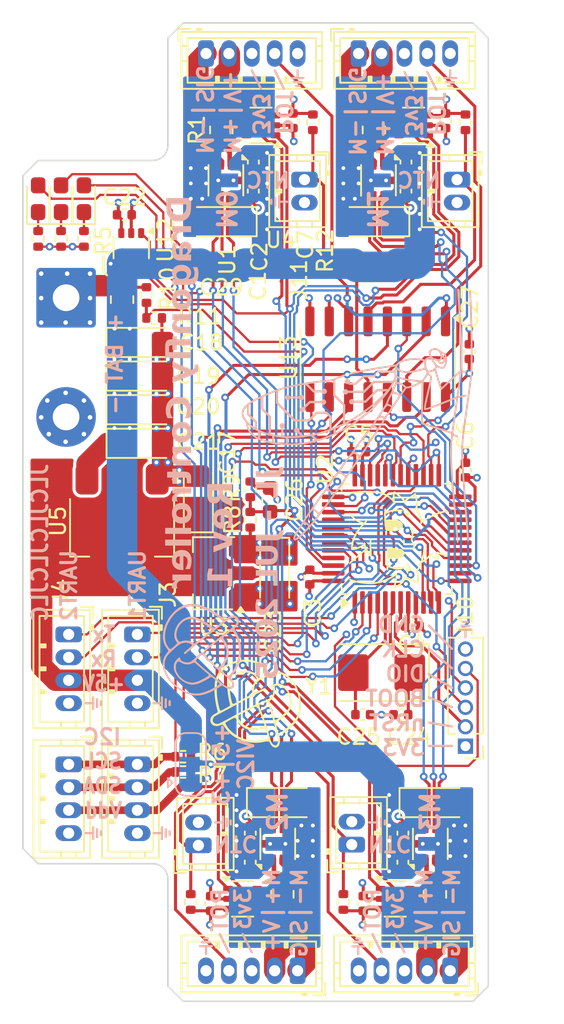
<source format=kicad_pcb>
(kicad_pcb (version 20241229) (generator "pcbnew") (generator_version "9.0")
  (layers (0 "F.Cu" signal) (4 "In1.Cu" signal) (6 "In2.Cu" signal) (2 "B.Cu" signal) (13 "F.Paste" user) (15 "B.Paste" user) (5 "F.SilkS" user "F.Silkscreen") (7 "B.SilkS" user "B.Silkscreen") (1 "F.Mask" user) (3 "B.Mask" user) (25 "Edge.Cuts" user))
  (net 0 "")
  (net 1 "+3V3")
  (net 2 "GND")
  (net 3 "+BATT")
  (net 4 "+5V")
  (net 5 "Net-(U2-OSC_OUT)")
  (net 6 "Net-(U2-OSC_IN)")
  (net 7 "VREF")
  (net 8 "I2C-SCL")
  (net 9 "/V-I2C")
  (net 10 "I2C-SDA")
  (net 11 "UART1-RX")
  (net 12 "UART1-TX")
  (net 13 "UART2-RX")
  (net 14 "UART2-TX")
  (net 15 "Net-(J5-Pin_1)")
  (net 16 "/Driver0/OUTP")
  (net 17 "POT0")
  (net 18 "/Driver0/OUTN")
  (net 19 "/Driver1/OUTP")
  (net 20 "POT1")
  (net 21 "/Driver1/OUTN")
  (net 22 "/Driver2/OUTP")
  (net 23 "POT2")
  (net 24 "/Driver2/OUTN")
  (net 25 "/Driver3/OUTN")
  (net 26 "/Driver3/OUTP")
  (net 27 "POT3")
  (net 28 "nRST")
  (net 29 "SWDIO")
  (net 30 "SWCLK")
  (net 31 "BOOT0")
  (net 32 "AI0")
  (net 33 "AI1")
  (net 34 "AI2")
  (net 35 "AI3")
  (net 36 "Net-(U1-OUT1)")
  (net 37 "Net-(U6-OUT1)")
  (net 38 "Net-(U8-OUT1)")
  (net 39 "Net-(U10-OUT1)")
  (net 40 "VSNS-BAT")
  (net 41 "D0-INN")
  (net 42 "D0-INP")
  (net 43 "D0-MODE")
  (net 44 "Net-(D1-K)")
  (net 45 "AI-SEL-B")
  (net 46 "D1-INP")
  (net 47 "D2-INN")
  (net 48 "D1-INN")
  (net 49 "Net-(D2-K)")
  (net 50 "D2-INP")
  (net 51 "Net-(U13-Y)")
  (net 52 "ISNS0")
  (net 54 "Net-(U13-X)")
  (net 55 "ISNS2")
  (net 56 "ISNS1")
  (net 57 "D3-MODE")
  (net 58 "D2-MODE")
  (net 59 "Net-(D3-K)")
  (net 60 "AI-SEL-A")
  (net 61 "ISNS3")
  (net 62 "D3-INN")
  (net 63 "D1-MODE")
  (net 64 "ISNS-BAT")
  (net 65 "D3-INP")
  (net 66 "LED3")
  (net 67 "LED1")
  (net 68 "LED2")
  (footprint "Capacitor_SMD:C_0402_1005Metric" (layer "F.Cu") (at 140.2 80.9 -90)
    (property "Reference" "C7")
    (property "Value" "100n")
  )
  (footprint "Resistor_SMD:R_0402_1005Metric" (layer "F.Cu") (at 151.5 81 -90)
    (property "Reference" "R13" (hide yes))
    (property "Value" "10k")
  )
  (footprint "Connector_JST:JST_ZH_B5B-ZR_1x05_P1.50mm_Vertical" (layer "F.Cu") (at 134.5 76.5)
    (property "Reference" "J6" (hide yes))
    (property "Value" "Conn_01x05")
  )
  (footprint "Capacitor_SMD:C_0402_1005Metric" (layer "F.Cu") (at 151.75 96 90)
    (property "Reference" "C27")
    (property "Value" "100n")
  )
  (footprint "Resistor_SMD:R_0402_1005Metric" (layer "F.Cu") (at 125 88.625 -90)
    (property "Reference" "R17" (hide yes))
    (property "Value" "1k")
  )
  (footprint "Capacitor_SMD:C_0603_1608Metric" (layer "F.Cu") (at 138.7 105.7 90)
    (property "Reference" "C26")
    (property "Value" "10u")
  )
  (footprint "Connector_JST:JST_ZH_B5B-ZR_1x05_P1.50mm_Vertical" (layer "F.Cu") (at 144.5 76.5)
    (property "Reference" "J7" (hide yes))
    (property "Value" "Conn_01x05")
  )
  (footprint "Connector_Wire:SolderWire-1sqmm_1x02_P7.8mm_D1.4mm_OD3.9mm" (layer "F.Cu") (at 125.33 92.475 -90)
    (property "Reference" "J5" (hide yes))
    (property "Value" "Battery")
  )
  (footprint "Capacitor_SMD:C_0402_1005Metric" (layer "F.Cu") (at 134.8 132.1 90)
    (property "Reference" "C13" (hide yes))
    (property "Value" "100n")
  )
  (footprint "Resistor_SMD:R_0402_1005Metric" (layer "F.Cu") (at 133 122.5)
    (property "Reference" "R6")
    (property "Value" "4.7k")
  )
  (footprint "Connector_JST:JST_ZH_B2B-ZR_1x02_P1.50mm_Vertical" (layer "F.Cu") (at 134 128.3 90)
    (property "Reference" "J14" (hide yes))
    (property "Value" "Conn_01x02")
  )
  (footprint "Resistor_SMD:R_0402_1005Metric" (layer "F.Cu") (at 137.4 107 90)
    (property "Reference" "R8")
    (property "Value" "1k")
  )
  (footprint "Package_SON:WSON-8-1EP_2x2mm_P0.5mm_EP0.9x1.6mm_ThermalVias" (layer "F.Cu") (at 135.8 84.8 -90)
    (property "Reference" "U1")
    (property "Value" "DRV8212DSGR")
  )
  (footprint "Capacitor_SMD:C_0402_1005Metric" (layer "F.Cu") (at 147.6 85.5 90)
    (property "Reference" "C8" (hide yes))
    (property "Value" "100n")
  )
  (footprint "Connector_JST:JST_ZH_B2B-ZR_1x02_P1.50mm_Vertical" (layer "F.Cu") (at 150.95 84.75 -90)
    (property "Reference" "J12" (hide yes))
    (property "Value" "Conn_01x02")
  )
  (footprint "Package_QFP:LQFP-48_7x7mm_P0.5mm" (layer "F.Cu") (at 147 108.25 90)
    (property "Reference" "U2")
    (property "Value" "CH32V203C8T6")
  )
  (footprint "Package_TO_SOT_SMD:SOT-363_SC-70-6" (layer "F.Cu") (at 146.9 131.8)
    (property "Reference" "U11" (hide yes))
    (property "Value" "INA199A1DCK")
  )
  (footprint "Capacitor_SMD:C_0402_1005Metric" (layer "F.Cu") (at 147.27 119.75 180)
    (property "Reference" "C24")
    (property "Value" "10pF??")
  )
  (footprint "Capacitor_SMD:C_0402_1005Metric" (layer "F.Cu") (at 151.5 103.75 -90)
    (property "Reference" "C6")
    (property "Value" "100n")
  )
  (footprint "Capacitor_SMD:C_0402_1005Metric" (layer "F.Cu") (at 148.02 113.95 180)
    (property "Reference" "C4")
    (property "Value" "100n")
  )
  (footprint "Package_TO_SOT_SMD:SOT-89-3" (layer "F.Cu") (at 135 110.5 180)
    (property "Reference" "U3")
    (property "Value" "HT7533-1-SOT89")
  )
  (footprint "Capacitor_Tantalum_SMD:CP_EIA-3216-18_Kemet-A" (layer "F.Cu") (at 130.3 99.8)
    (property "Reference" "C20")
    (property "Value" "10u")
  )
  (footprint "Resistor_SMD:R_0805_2012Metric" (layer "F.Cu") (at 149.5 131.5 90)
    (property "Reference" "R4" (hide yes))
    (property "Value" "10m")
  )
  (footprint "Resistor_SMD:R_0402_1005Metric" (layer "F.Cu") (at 137.4 105.01 90)
    (property "Reference" "R9")
    (property "Value" "1k")
  )
  (footprint "Crystal:Crystal_SMD_5032-2Pin_5.0x3.2mm" (layer "F.Cu") (at 146 117 180)
    (property "Reference" "Y1")
    (property "Value" "Crystal")
  )
  (footprint "Connector_JST:JST_ZH_B5B-ZR_1x05_P1.50mm_Vertical" (layer "F.Cu") (at 140.5 136.5 180)
    (property "Reference" "J8" (hide yes))
    (property "Value" "Conn_01x05")
  )
  (footprint "Capacitor_SMD:C_0402_1005Metric" (layer "F.Cu") (at 147.4 129.4 90)
    (property "Reference" "C15" (hide yes))
    (property "Value" "100n")
  )
  (footprint "Capacitor_SMD:C_0402_1005Metric" (layer "F.Cu") (at 137.4 127.5 -90)
    (property "Reference" "C11" (hide yes))
    (property "Value" "100n")
  )
  (footprint "Package_TO_SOT_SMD:SOT-363_SC-70-6" (layer "F.Cu") (at 138.1 81.2 180)
    (property "Reference" "U4")
    (property "Value" "INA199A1DCK")
  )
  (footprint "Capacitor_Tantalum_SMD:CP_EIA-3216-18_Kemet-A" (layer "F.Cu") (at 130.3 95.4)
    (property "Reference" "C18")
    (property "Value" "10u")
  )
  (footprint "Resistor_SMD:R_0805_2012Metric" (layer "F.Cu") (at 139.5 131.5 90)
    (property "Reference" "R3" (hide yes))
    (property "Value" "10m")
  )
  (footprint "Capacitor_SMD:C_0402_1005Metric" (layer "F.Cu") (at 137.6 83.6 -90)
    (property "Reference" "C2")
    (property "Value" "100n")
  )
  (footprint "Connector_JST:JST_ZH_B4B-ZR_1x04_P1.50mm_Vertical" (layer "F.Cu") (at 130 114.5 -90)
    (property "Reference" "J3")
    (property "Value" "SM04B-SRSS-TB")
  )
  (footprint "Package_SON:WSON-8-1EP_2x2mm_P0.5mm_EP0.9x1.6mm_ThermalVias" (layer "F.Cu") (at 145.8 84.8 -90)
    (property "Reference" "U6" (hide yes))
    (property "Value" "DRV8212DSGR")
  )
  (footprint "Resistor_SMD:R_0402_1005Metric" (layer "F.Cu") (at 126.5 88.625 -90)
    (property "Reference" "R18" (hide yes))
    (property "Value" "1k")
  )
  (footprint "Package_TO_SOT_SMD:SOT-363_SC-70-6" (layer "F.Cu") (at 136.9 131.8)
    (property "Reference" "U9" (hide yes))
    (property "Value" "INA199A1DCK")
  )
  (footprint "Resistor_SMD:R_0402_1005Metric" (layer "F.Cu") (at 131.1 93.8)
    (property "Reference" "R11")
    (property "Value" "10k")
  )
  (footprint "Capacitor_SMD:C_0402_1005Metric" (layer "F.Cu") (at 137.6 85.5 90)
    (property "Reference" "C1")
    (property "Value" "100n")
  )
  (footprint "Capacitor_SMD:C_0402_1005Metric" (layer "F.Cu") (at 150.2 80.9 -90)
    (property "Reference" "C10" (hide yes))
    (property "Value" "100n")
  )
  (footprint "Capacitor_Tantalum_SMD:CP_EIA-3216-18_Kemet-A" (layer "F.Cu") (at 139.5 125.5)
    (property "Reference" "C31" (hide yes))
    (property "Value" "10u")
  )
  (footprint "Capacitor_Tantalum_SMD:CP_EIA-3216-18_Kemet-A" (layer "F.Cu") (at 130.3 97.6)
    (property "Reference" "C19")
    (property "Value" "10u")
  )
  (footprint "Resistor_SMD:R_0402_1005Metric" (layer "F.Cu") (at 133 123.5)
    (property "Reference" "R7")
    (property "Value" "4.7k")
  )
  (footprint "Capacitor_Tantalum_SMD:CP_EIA-3216-18_Kemet-A" (layer "F.Cu") (at 134 105.5 90)
    (property "Reference" "C17")
    (property "Value" "10u")
  )
  (footprint "Resistor_SMD:R_0402_1005Metric" (layer "F.Cu") (at 133.5 132 90)
    (property "Reference" "R15" (hide yes))
    (property "Value" "10k")
  )
  (footprint "Capacitor_Tantalum_SMD:CP_EIA-3216-18_Kemet-A" (layer "F.Cu") (at 130.3 102)
    (property "Reference" "C21")
    (property "Value" "10u")
  )
  (footprint "Package_SO:SOIC-16_3.9x9.9mm_P1.27mm" (layer "F.Cu") (at 145.75 96.5 -90)
    (property "Reference" "U13")
    (property "Value" "CD4052B")
  )
  (footprint "Resistor_SMD:R_0402_1005Metric" (layer "F.Cu") (at 141.5 81 -90)
    (property "Reference" "R12")
    (property "Value" "10k")
  )
  (footprint "Capacitor_Tantalum_SMD:CP_EIA-3216-18_Kemet-A" (layer "F.Cu") (at 139 110.5 -90)
    (property "Reference" "C23")
    (property "Value" "10u")
  )
  (footprint "Connector_JST:JST_ZH_B4B-ZR_1x04_P1.50mm_Vertical" (layer "F.Cu") (at 130 123 -90)
    (property "Reference" "J2" (hide yes))
    (property "Value" "SM04B-SRSS-TB")
  )
  (footprint "pretzel:pretzel" (layer "F.Cu") (at 137.694 119 -24)
    (property "Reference" "G***" (hide yes))
    (property "Value" "LOGO" (hide yes))
  )
  (footprint "Package_TO_SOT_SMD:SOT-223-3_TabPin2" (layer "F.Cu") (at 129 107.5 -90)
    (property "Reference" "U5")
    (property "Value" "AMS1117-5.0")
  )
  (footprint "Resistor_SMD:R_0402_1005Metric" (layer "F.Cu") (at 130.6 92.3 -90)
    (property "Reference" "R10")
    (property "Value" "47k")
  )
  (footprint "Capacitor_SMD:C_0402_1005Metric" (layer "F.Cu") (at 147.6 83.6 -90)
    (property "Reference" "C9" (hide yes))
    (property "Value" "100n")
  )
  (footprint "Connector_JST:JST_ZH_B2B-ZR_1x02_P1.50mm_Vertical" (layer "F.Cu") (at 144.05 128.25 90)
    (property "Reference" "J13" (hide yes))
    (property "Value" "Conn_01x02")
  )
  (footprint "Connector_JST:JST_ZH_B4B-ZR_1x04_P1.50mm_Vertical" (layer "F.Cu") (at 125.5 114.5 -90)
    (property "Reference" "J4")
    (property "Value" "SM04B-SRSS-TB")
  )
  (footprint "Package_TO_SOT_SMD:SOT-363_SC-70-6" (layer "F.Cu") (at 148.1 81.2 180)
    (property "Reference" "U7" (hide yes))
    (property "Value" "INA199A1DCK")
  )
  (footprint "Package_TO_SOT_SMD:SOT-363_SC-70-6" (layer "F.Cu") (at 129.6 89.2 -90)
    (property "Reference" "U12")
    (property "Value" "INA199A1DCK")
  )
  (footprint "Capacitor_Tantalum_SMD:CP_EIA-3216-18_Kemet-A" (layer "F.Cu") (at 149.5 125.5)
    (property "Reference" "C30" (hide yes))
    (property "Value" "10u")
  )
  (footprint "LED_SMD:LED_0603_1608Metric_Pad1.05x0.95mm_HandSolder" (layer "F.Cu") (at 125 86 90)
    (property "Reference" "D2" (hide yes))
    (property "Value" "LED")
  )
  (footprint "Resistor_SMD:R_0402_1005Metric" (layer "F.Cu") (at 143.5 132 90)
    (property "Reference" "R14" (hide yes))
    (property "Value" "10k")
  )
  (footprint "LED_SMD:LED_0603_1608Metric_Pad1.05x0.95mm_HandSolder" (layer "F.Cu") (at 123.5 86 90)
    (property "Reference" "D1" (hide yes))
    (property "Value" "LED")
  )
  (footprint "Resistor_SMD:R_0805_2012Metric" (layer "F.Cu") (at 135.5 81.5 -90)
    (property "Reference" "R1")
    (property "Value" "10m")
  )
  (footprint "Capacitor_SMD:C_0402_1005Metric" (layer "F.Cu") (at 141.3 110.75 90)
    (property "Reference" "C3")
    (property "Value" "100n")
  )
  (footprint "Connector_JST:JST_ZH_B5B-ZR_1x05_P1.50mm_Vertical" (layer "F.Cu") (at 150.5 136.5 180)
    (property "Reference" "J9" (hide yes))
    (property "Value" "Conn_01x05")
  )
  (footprint "Capacitor_SMD:C_0402_1005Metric" (layer "F.Cu") (at 144.8 132.1 90)
    (property "Reference" "C14" (hide yes))
    (property "Value" "100n")
  )
  (footprint "graphics:bk" (layer "F.Cu") (at 147.1 108.3 90)
    (property "Reference" "G***" (hide yes))
    (property "Value" "LOGO" (hide yes))
  )
  (footprint "Capacitor_SMD:C_0402_1005Metric" (layer "F.Cu") (at 129.15 87.05)
    (property "Reference" "C22")
    (property "Value" "100n")
  )
  (footprint "Connector_JST:JST_ZH_B4B-ZR_1x04_P1.50mm_Vertical" (layer "F.Cu") (at 125.5 123 -90)
    (property "Reference" "J1" (hide yes))
    (property "Value" "SM04B-SRSS-TB")
  )
  (footprint "Capacitor_Tantalum_SMD:CP_EIA-3216-18_Kemet-A" (layer "F.Cu") (at 135.5 87.5 180)
    (property "Reference" "C29")
    (property "Value" "10u")
  )
  (footprint "Package_SON:WSON-8-1EP_2x2mm_P0.5mm_EP0.9x1.6mm_ThermalVias" (layer "F.Cu") (at 139.2 128.2 90)
    (property "Reference" "U8" (hide yes))
    (property "Value" "DRV8212DSGR")
  )
  (footprint "Capacitor_SMD:C_0402_1005Metric" (layer "F.Cu") (at 144.77 119.75)
    (property "Reference" "C25")
    (property "Value" "10pF??")
  )
  (footprint "Capacitor_SMD:C_0402_1005Metric" (layer "F.Cu") (at 137.4 129.4 90)
    (property "Reference" "C12" (hide yes))
    (property "Value" "100n")
  )
  (footprint "Resistor_SMD:R_0402_1005Metric" (layer "F.Cu") (at 123.5 88.625 -90)
    (property "Reference" "R16" (hide yes))
    (property "Value" "1k")
  )
  (footprint "Package_SON:WSON-8-1EP_2x2mm_P0.5mm_EP0.9x1.6mm_ThermalVias" (layer "F.Cu") (at 149.2 128.2 90)
    (property "Reference" "U10" (hide yes))
    (property "Value" "DRV8212DSGR")
  )
  (footprint "Connector_PinHeader_1.27mm:PinHeader_1x06_P1.27mm_Vertical" (layer "F.Cu") (at 151.5 121.81 180)
    (property "Reference" "J10")
    (property "Value" "Debug connector")
  )
  (footprint "Capacitor_SMD:C_0402_1005Metric" (layer "F.Cu") (at 147.4 127.5 -90)
    (property "Reference" "C16" (hide yes))
    (property "Value" "100n")
  )
  (footprint "Connector_JST:JST_ZH_B2B-ZR_1x02_P1.50mm_Vertical" (layer "F.Cu") (at 140.95 84.75 -90)
    (property "Reference" "J11")
    (property "Value" "Conn_01x02")
  )
  (footprint "Capacitor_SMD:C_0402_1005Metric" (layer "F.Cu") (at 144.5 102.55)
    (property "Reference" "C5")
    (property "Value" "100n")
  )
  (footprint "Resistor_SMD:R_0805_2012Metric" (layer "F.Cu") (at 129 92.6 90)
    (property "Reference" "R5")
    (property "Value" "2.5m")
  )
  (footprint "Capacitor_Tantalum_SMD:CP_EIA-3216-18_Kemet-A" (layer "F.Cu") (at 145.5 87.5 180)
    (property "Reference" "C28" (hide yes))
    (property "Value" "10u")
  )
  (footprint "LED_SMD:LED_0603_1608Metric_Pad1.05x0.95mm_HandSolder" (layer "F.Cu") (at 126.5 86 90)
    (property "Reference" "D3" (hide yes))
    (property "Value" "LED")
  )
  (footprint "Resistor_SMD:R_0805_2012Metric" (layer "F.Cu") (at 145.5 81.5 -90)
    (property "Reference" "R2" (hide yes))
    (property "Value" "10m")
  )
  (footprint "pretzel:pretzel" (layer "B.Cu") (at 134.23 115.5 -90)
    (property "Reference" "G***" (hide yes))
    (property "Value" "LOGO" (hide yes))
  )
  (footprint "graphics:dragonfly" (layer "B.Cu") (at 144.605701 101.648246 180)
    (property "Reference" "G***" (hide yes))
    (property "Value" "LOGO" (hide yes))
  )
  (footprint "Jumper:SolderJumper-3_P1.3mm_Bridged12_RoundedPad1.0x1.5mm" (layer "B.Cu") (at 133.5 123 90)
    (property "Reference" "JP1" (hide yes))
    (property "Value" "SolderJumper_3_Bridged12")
  )
  (gr_line (start 127.78 90.75) (end 128 91) (stroke (width 0.15)) (layer "F.SilkS"))
  (gr_line (start 127.78 89.775) (end 127.78 90.75) (stroke (width 0.15)) (layer "F.SilkS"))
  (gr_line (start 127.362 119.254) (end 127.362 118.746) (stroke (width 0.15)) (layer "B.SilkS"))
  (gr_circle (center 144.05 99.275401) (end 143.95 99.275401) (stroke (width 0.15)) (fill no) (layer "B.SilkS"))
  (gr_line (start 150.622 120.523) (end 149.098 120.269) (stroke (width 0.15)) (layer "B.SilkS"))
  (gr_line (start 127.108 119.381) (end 127.108 118.619) (stroke (width 0.15)) (layer "B.SilkS"))
  (gr_line (start 136 135.3) (end 135.4 134.1) (stroke (width 0.15)) (layer "B.SilkS"))
  (gr_line (start 135.862 127.054) (end 135.862 126.546) (stroke (width 0.15)) (layer "B.SilkS"))
  (gr_line (start 140.75 99) (end 139.85 99) (stroke (width 0.15)) (layer "B.SilkS"))
  (gr_line (start 137.763476 101.011066) (end 137.763476 100.6) (stroke (width 0.15)) (layer "B.SilkS"))
  (gr_line (start 141.55 98.6) (end 141.077209 98.127209) (stroke (width 0.15)) (layer "B.SilkS"))
  (gr_line (start 145.7 98.525401) (end 144.95 99.275401) (stroke (width 0.15)) (layer "B.SilkS"))
  (gr_line (start 150.622 115.443) (end 149.098 113.919) (stroke (width 0.15)) (layer "B.SilkS"))
  (gr_circle (center 142.25 98.6) (end 142.15 98.6) (stroke (width 0.15)) (fill no) (layer "B.SilkS"))
  (gr_line (start 150.622 116.713) (end 149.098 115.443) (stroke (width 0.15)) (layer "B.SilkS"))
  (gr_line (start 144.95 99.275401) (end 144.05 99.275401) (stroke (width 0.15)) (layer "B.SilkS"))
  (gr_line (start 141.3 99.3) (end 140.8 99.8) (stroke (width 0.15)) (layer "B.SilkS"))
  (gr_line (start 142.92865 101.080851) (end 142.92865 101.35) (stroke (width 0.15)) (layer "B.SilkS"))
  (gr_line (start 127.108 127.881) (end 127.108 127.119) (stroke (width 0.15)) (layer "B.SilkS"))
  (gr_line (start 146.855964 97.311905) (end 145.8 97.311905) (stroke (width 0.15)) (layer "B.SilkS"))
  (gr_line (start 142.25 98.6) (end 141.55 98.6) (stroke (width 0.15)) (layer "B.SilkS"))
  (gr_line (start 139.038 85.946) (end 139.038 86.454) (stroke (width 0.15)) (layer "B.SilkS"))
  (gr_line (start 140.246 78.362) (end 140.754 78.362) (stroke (width 0.15)) (layer "B.SilkS"))
  (gr_line (start 138.1 78.8) (end 137.5 77.6) (stroke (width 0.15)) (layer "B.SilkS"))
  (gr_circle (center 140.8 99.8) (end 140.7 99.8) (stroke (width 0.15)) (fill no) (layer "B.SilkS"))
  (gr_line (start 131.1 119) (end 131.608 119) (stroke (width 0.15)) (layer "B.SilkS"))
  (gr_line (start 126.6 127.5) (end 127.108 127.5) (stroke (width 0.15)) (layer "B.SilkS"))
  (gr_line (start 146.9 134.1) (end 147.5 135.3) (stroke (width 0.15)) (layer "B.SilkS"))
  (gr_line (start 150.373 78.616) (end 150.627 78.616) (stroke (width 0.15)) (layer "B.SilkS"))
  (gr_line (start 143.55 100.65) (end 143.55 99.5) (stroke (width 0.15)) (layer "B.SilkS"))
  (gr_circle (center 143.65 98.63307) (end 143.55 98.63307) (stroke (width 0.15)) (fill no) (layer "B.SilkS"))
  (gr_circle (center 139.85 99) (end 139.75 99) (stroke (width 0.15)) (fill no) (layer "B.SilkS"))
  (gr_line (start 140.786624 101.492725) (end 140.443899 101.15) (stroke (width 0.15)) (layer "B.SilkS"))
  (gr_line (start 140.119 78.108) (end 140.881 78.108) (stroke (width 0.15)) (layer "B.SilkS"))
  (gr_line (start 146.715446 97.98307) (end 145.5 97.98307) (stroke (width 0.15)) (layer "B.SilkS"))
  (gr_line (start 144.473 135.416) (end 144.473 134.908) (stroke (width 0.15)) (layer "B.SilkS"))
  (gr_line (start 140.5 77.6) (end 140.5 78.108) (stroke (width 0.15)) (layer "B.SilkS"))
  (gr_line (start 131.1 127.5) (end 131.608 127.5) (stroke (width 0.15)) (layer "B.SilkS"))
  (gr_line (start 143.55 99.5) (end 142.9 98.85) (stroke (width 0.15)) (layer "B.SilkS"))
  (gr_line (start 146.364882 98.525401) (end 145.7 98.525401) (stroke (width 0.15)) (layer "B.SilkS"))
  (gr_line (start 138.9 101.571959) (end 138.9 101.92804) (stroke (width 0.15)) (layer "B.SilkS"))
  (gr_line (start 150.246 78.362) (end 150.754 78.362) (stroke (width 0.15)) (layer "B.SilkS"))
  (gr_line (start 139.15 99.35) (end 139.15 98.6) (stroke (width 0.15)) (layer "B.SilkS"))
  (gr_line (start 142.9 98.85) (end 142.9 97.918657) (stroke (width 0.15)) (layer "B.SilkS"))
  (gr_line (start 142.65 101.1) (end 142.65 100.25) (stroke (width 0.15)) (layer "B.SilkS"))
  (gr_line (start 142.65 100.25) (end 142.4 100) (stroke (width 0.15)) (layer "B.SilkS"))
  (gr_line (start 144.85 97.611905) (end 144.3 98.1) (stroke (width 0.15)) (layer "B.SilkS"))
  (gr_line (start 144.854 134.908) (end 144.092 134.908) (stroke (width 0.15)) (layer "B.SilkS"))
  (gr_circle (center 143.75 97.95) (end 143.65 97.95) (stroke (width 0.15)) (fill no) (layer "B.SilkS"))
  (gr_circle (center 140.443899 101.15) (end 140.343899 101.15) (stroke (width 0.15)) (fill no) (layer "B.SilkS"))
  (gr_line (start 127.616 119.127) (end 127.616 118.873) (stroke (width 0.15)) (layer "B.SilkS"))
  (gr_line (start 139.85 100.05) (end 139.15 99.35) (stroke (width 0.15)) (layer "B.SilkS"))
  (gr_line (start 143.9 98.1) (end 143.75 97.95) (stroke (width 0.15)) (layer "B.SilkS"))
  (gr_line (start 131.862 119.254) (end 131.862 118.746) (stroke (width 0.15)) (layer "B.SilkS"))
  (gr_line (start 146 135.3) (end 145.4 134.1) (stroke (width 0.15)) (layer "B.SilkS"))
  (gr_line (start 145.8 97.311905) (end 145.5 97.611905) (stroke (width 0.15)) (layer "B.SilkS"))
  (gr_line (start 141.25 100.5) (end 140.3 100.5) (stroke (width 0.15)) (layer "B.SilkS"))
  (gr_line (start 145.5 97.98307) (end 144.85 98.63307) (stroke (width 0.15)) (layer "B.SilkS"))
  (gr_line (start 136.9 134.1) (end 137.5 135.3) (stroke (width 0.15)) (layer "B.SilkS"))
  (gr_line (start 138.1806 99.000743) (end 138.1806 99.75) (stroke (width 0.15)) (layer "B.SilkS"))
  (gr_line (start 137.972207 101.249884) (end 137.972207 101.638946) (stroke (width 0.15)) (layer "B.SilkS"))
  (gr_line (start 139.5 100.85) (end 139.5 101.5) (stroke (width 0.15)) (layer "B.SilkS"))
  (gr_line (start 135.608 127.181) (end 135.608 126.419) (stroke (width 0.15)) (layer "B.SilkS"))
  (gr_line (start 151.754 113.938) (end 151.246 113.938) (stroke (width 0.15)) (layer "B.SilkS"))
  (gr_line (start 132.116 127.627) (end 132.116 127.373) (stroke (width 0.15)) (layer "B.SilkS"))
  (gr_line (start 138.784 86.073) (end 138.784 86.327) (stroke (width 0.15)) (layer "B.SilkS"))
  (gr_line (start 151.881 114.192) (end 151.119 114.192) (stroke (width 0.15)) (layer "B.SilkS"))
  (gr_line (start 131.608 127.881) (end 131.608 127.119) (stroke (width 0.15)) (layer "B.SilkS"))
  (gr_line (start 151.5 114.7) (end 151.5 114.192) (stroke (width 0.15)) (layer "B.SilkS"))
  (gr_line (start 127.362 127.754) (end 127.362 127.246) (stroke (width 0.15)) (layer "B.SilkS"))
  (gr_line (start 145.5 97.611905) (end 144.85 97.611905) (stroke (width 0.15)) (layer "B.SilkS"))
  (gr_line (start 137.263476 100.1) (end 137.263476 99.446651) (stroke (width 0.15)) (layer "B.SilkS"))
  (gr_line (start 144.6 134.4) (end 144.346 134.4) (stroke (width 0.15)) (layer "B.SilkS"))
  (gr_line (start 145.962 127.054) (end 145.962 126.546) (stroke (width 0.15)) (layer "B.SilkS"))
  (gr_line (start 131.862 127.754) (end 131.862 127.246) (stroke (width 0.15)) (layer "B.SilkS"))
  (gr_line (start 148.1 78.9) (end 147.5 77.7) (stroke (width 0.15)) (layer "B.SilkS"))
  (gr_line (start 138.1806 99.75) (end 138.6806 100.25) (stroke (width 0.15)) (layer "B.SilkS"))
  (gr_line (start 139 77.6) (end 139.6 78.8) (stroke (width 0.15)) (layer "B.SilkS"))
  (gr_line (start 143.75 100.65) (end 143.75 100.916284) (stroke (width 0.15)) (layer "B.SilkS"))
  (gr_line (start 131.608 119.381) (end 131.608 118.619) (stroke (width 0.15)) (layer "B.SilkS"))
  (gr_line (start 149 77.7) (end 149.6 78.9) (stroke (width 0.15)) (layer "B.SilkS"))
  (gr_line (start 140.373 78.616) (end 140.627 78.616) (stroke (width 0.15)) (layer "B.SilkS"))
  (gr_line (start 144.298687 98.1) (end 143.9 98.1) (stroke (width 0.15)) (layer "B.SilkS"))
  (gr_line (start 150.5 77.6) (end 150.5 78.108) (stroke (width 0.15)) (layer "B.SilkS"))
  (gr_line (start 148.784 86.073) (end 148.784 86.327) (stroke (width 0.15)) (layer "B.SilkS"))
  (gr_line (start 144.85 98.63307) (end 143.65 98.63307) (stroke (width 0.15)) (layer "B.SilkS"))
  (gr_line (start 150.622 117.983) (end 149.098 117.094) (stroke (width 0.15)) (layer "B.SilkS"))
  (gr_line (start 146.216 126.927) (end 146.216 126.673) (stroke (width 0.15)) (layer "B.SilkS"))
  (gr_line (start 142.4 100) (end 141.75 100) (stroke (width 0.15)) (layer "B.SilkS"))
  (gr_line (start 150.119 78.108) (end 150.881 78.108) (stroke (width 0.15)) (layer "B.SilkS"))
  (gr_line (start 134.5 135.4) (end 134.5 134.892) (stroke (width 0.15)) (layer "B.SilkS"))
  (gr_circle (center 139.5 100.85) (end 139.4 100.85) (stroke (width 0.15)) (fill no) (layer "B.SilkS"))
  (gr_line (start 135.1 126.8) (end 135.608 126.8) (stroke (width 0.15)) (layer "B.SilkS"))
  (gr_line (start 134.627 134.384) (end 134.373 134.384) (stroke (width 0.15)) (layer "B.SilkS"))
  (gr_line (start 139.292 85.819) (end 139.292 86.581) (stroke (width 0.15)) (layer "B.SilkS"))
  (gr_line (start 149.8 86.2) (end 149.292 86.2) (stroke (width 0.15)) (layer "B.SilkS"))
  (gr_line (start 139.8 101.655204) (end 139.8 102.0081) (stroke (width 0.15)) (layer "B.SilkS"))
  (gr_line (start 139.8 86.2) (end 139.292 86.2) (stroke (width 0.15)) (layer "B.SilkS"))
  (gr_circle (center 140.75 99) (end 140.65 99) (stroke (width 0.15)) (fill no) (layer "B.SilkS"))
  (gr_line (start 132.116 119.127) (end 132.116 118.873) (stroke (width 0.15)) (layer "B.SilkS"))
  (gr_line (start 127.616 127.627) (end 127.616 127.373) (stroke (width 0.15)) (layer "B.SilkS"))
  (gr_line (start 145.708 127.181) (end 145.708 126.419) (stroke (width 0.15)) (layer "B.SilkS"))
  (gr_line (start 141.724196 101.767963) (end 141.420128 101.463895) (stroke (width 0.15)) (layer "B.SilkS"))
  (gr_line (start 134.754 134.638) (end 134.246 134.638) (stroke (width 0.15)) (layer "B.SilkS"))
  (gr_line (start 151.627 113.684) (end 151.373 113.684) (stroke (width 0.15)) (layer "B.SilkS"))
  (gr_line (start 136.116 126.927) (end 136.116 126.673) (stroke (width 0.15)) (layer "B.SilkS"))
  (gr_line (start 149.038 85.946) (end 149.038 86.454) (stroke (width 0.15)) (layer "B.SilkS"))
  (gr_line (start 142.2 99.3) (end 141.3 99.3) (stroke (width 0.15)) (layer "B.SilkS"))
  (gr_line (start 145.2 126.8) (end 145.708 126.8) (stroke (width 0.15)) (layer "B.SilkS"))
  (gr_line (start 150.622 121.793) (end 149.098 121.793) (stroke (width 0.15)) (layer "B.SilkS"))
  (gr_line (start 149.292 85.819) (end 149.292 86.581) (stroke (width 0.15)) (layer "B.SilkS"))
  (gr_line (start 138.6806 100.25) (end 138.6806 101.384551) (stroke (width 0.15)) (layer "B.SilkS"))
  (gr_line (start 134.881 134.892) (end 134.119 134.892) (stroke (width 0.15)) (layer "B.SilkS"))
  (gr_line (start 141.75 100) (end 141.25 100.5) (stroke (width 0.15)) (layer "B.SilkS"))
  (gr_line (start 126.6 119) (end 127.108 119) (stroke (width 0.15)) (layer "B.SilkS"))
  (gr_circle (center 142.2 99.3) (end 142.1 99.3) (stroke (width 0.15)) (fill no) (layer "B.SilkS"))
  (gr_line (start 140.3 100.5) (end 139.85 100.05) (stroke (width 0.15)) (layer "B.SilkS"))
  (gr_line (start 150.622 119.253) (end 149.098 118.618) (stroke (width 0.15)) (layer "B.SilkS"))
  (gr_line (start 137.763476 100.6) (end 137.263476 100.1) (stroke (width 0.15)) (layer "B.SilkS"))
  (gr_line (start 144.727 134.654) (end 144.219 134.654) (stroke (width 0.15)) (layer "B.SilkS"))
  (gr_line (start 132 75.5) (end 133 74.5) (stroke (width 0.1)) (layer "Edge.Cuts"))
  (gr_line (start 153 137.5) (end 152 138.5) (stroke (width 0.1)) (layer "Edge.Cuts"))
  (gr_line (start 152 138.5) (end 133 138.5) (stroke (width 0.1)) (layer "Edge.Cuts"))
  (gr_line (start 152 74.5) (end 153 75.5) (stroke (width 0.1)) (layer "Edge.Cuts"))
  (gr_line (start 132 82.5) (end 132 75.5) (stroke (width 0.1)) (layer "Edge.Cuts"))
  (gr_line (start 122.5 128.5) (end 122.5 84.5) (stroke (width 0.1)) (layer "Edge.Cuts"))
  (gr_line (start 122.5 84.5) (end 123.5 83.5) (stroke (width 0.1)) (layer "Edge.Cuts"))
  (gr_line (start 131 129.5) (end 123.5 129.5) (stroke (width 0.1)) (layer "Edge.Cuts"))
  (gr_arc (start 132 82.5) (mid 131.707107 83.207107) (end 131 83.5) (stroke (width 0.1)) (layer "Edge.Cuts"))
  (gr_line (start 123.5 83.5) (end 131 83.5) (stroke (width 0.1)) (layer "Edge.Cuts"))
  (gr_line (start 132 137.5) (end 132 130.5) (stroke (width 0.1)) (layer "Edge.Cuts"))
  (gr_line (start 153 75.5) (end 153 137.5) (stroke (width 0.1)) (layer "Edge.Cuts"))
  (gr_line (start 133 74.5) (end 152 74.5) (stroke (width 0.1)) (layer "Edge.Cuts"))
  (gr_line (start 133 138.5) (end 132 137.5) (stroke (width 0.1)) (layer "Edge.Cuts"))
  (gr_line (start 123.5 129.5) (end 122.5 128.5) (stroke (width 0.1)) (layer "Edge.Cuts"))
  (gr_arc (start 131 129.5) (mid 131.707107 129.792893) (end 132 130.5) (stroke (width 0.1)) (layer "Edge.Cuts"))
  (gr_text "M+|V+" (at 145.6 83.3 270) (layer "B.SilkS") (effects (font (size 1 1) (thickness 0.2) (bold yes)) (justify left bottom mirror)))
  (gr_text "M+|V+" (at 135.6 83.2 270) (layer "B.SilkS") (effects (font (size 1 1) (thickness 0.2) (bold yes)) (justify left bottom mirror)))
  (gr_text "3v3" (at 137.5 131 90) (layer "B.SilkS") (effects (font (size 1 1) (thickness 0.2) (bold yes)) (justify left bottom mirror)))
  (gr_text "NTC" (at 134.9 127.6 180) (layer "B.SilkS") (effects (font (size 1 1) (thickness 0.2) (bold yes)) (justify left bottom mirror)))
  (gr_text "M-|SIG" (at 141.2 129.7 90) (layer "B.SilkS") (effects (font (size 1 1) (thickness 0.2) (bold yes)) (justify left bottom mirror)))
  (gr_text "POT" (at 149 82 270) (layer "B.SilkS") (effects (font (size 1 1) (thickness 0.2) (bold yes)) (justify left bottom mirror)))
  (gr_text "JL - JUL 2025" (at 139.426 117.5 90) (layer "B.SilkS") (effects (font (size 1.4 1.4) (thickness 0.35) (bold yes)) (justify right bottom mirror)))
  (gr_text "M2" (at 139.9 126.1 90) (layer "B.SilkS") (effects (font (size 1.2 1.2) (thickness 0.25) (bold yes)) (justify bottom mirror)))
  (gr_text "M-|SIG" (at 143.8 83.3 270) (layer "B.SilkS") (effects (font (size 1 1) (thickness 0.2) (bold yes)) (justify left bottom mirror)))
  (gr_text "SCL\nSDA\nVdd" (at 129.1 126.6 0) (layer "B.SilkS") (effects (font (size 1 0.9) (thickness 0.2) (bold yes)) (justify left bottom mirror)))
  (gr_text "I2C" (at 127.7 121.8 0) (layer "B.SilkS") (effects (font (size 1 1) (thickness 0.2) (bold yes)) (justify bottom mirror)))
  (gr_text "POT" (at 139 81.9 270) (layer "B.SilkS") (effects (font (size 1 1) (thickness 0.2) (bold yes)) (justify left bottom mirror)))
  (gr_text "NTC" (at 145 127.6 180) (layer "B.SilkS") (effects (font (size 1 1) (thickness 0.2) (bold yes)) (justify left bottom mirror)))
  (gr_text "M-|SIG" (at 133.8 83.2 270) (layer "B.SilkS") (effects (font (size 1 1) (thickness 0.2) (bold yes)) (justify left bottom mirror)))
  (gr_text "M+|V+" (at 149.4 129.7 90) (layer "B.SilkS") (effects (font (size 1 1) (thickness 0.2) (bold yes)) (justify left bottom mirror)))
  (gr_text "POT" (at 146 131 90) (layer "B.SilkS") (effects (font (size 1 1) (thickness 0.2) (bold yes)) (justify left bottom mirror)))
  (gr_text "M1" (at 145 86.7 270) (layer "B.SilkS") (effects (font (size 1.2 1.2) (thickness 0.25) (bold yes)) (justify bottom mirror)))
  (gr_text "+ BAT -" (at 129.1 96.8 90) (layer "B.SilkS") (effects (font (size 1 1) (thickness 0.2) (bold yes)) (justify bottom mirror)))
  (gr_text "NTC" (at 150 85.4 0) (layer "B.SilkS") (effects (font (size 1 1) (thickness 0.2) (bold yes)) (justify left bottom mirror)))
  (gr_text "+5|+3\nVI2C" (at 137.7 123 90) (layer "B.SilkS") (effects (font (size 1 1) (thickness 0.2) (bold yes)) (justify bottom mirror)))
  (gr_text "Dragonfly Controller\nRev 1" (at 136.48305 111.5 90) (layer "B.SilkS") (effects (font (size 1.6 1.6) (thickness 0.4) (bold yes)) (justify right bottom mirror)))
  (gr_text "JLCJLCJLCJLC" (at 124.2 108.5 90) (layer "B.SilkS") (effects (font (size 1 1) (thickness 0.2) (bold yes)) (justify bottom mirror)))
  (gr_text "M3" (at 149.9 126.1 90) (layer "B.SilkS") (effects (font (size 1.2 1.2) (thickness 0.25) (bold yes)) (justify bottom mirror)))
  (gr_text "M+|V+" (at 139.4 129.7 90) (layer "B.SilkS") (effects (font (size 1 1) (thickness 0.2) (bold yes)) (justify left bottom mirror)))
  (gr_text "M-|SIG" (at 151.2 129.7 90) (layer "B.SilkS") (effects (font (size 1 1) (thickness 0.2) (bold yes)) (justify left bottom mirror)))
  (gr_text "UART1" (at 130.6 111.3 90) (layer "B.SilkS") (effects (font (size 1 1) (thickness 0.2) (bold yes)) (justify bottom mirror)))
  (gr_text "UART2" (at 126.1 111.3 90) (layer "B.SilkS") (effects (font (size 1 1) (thickness 0.2) (bold yes)) (justify bottom mirror)))
  (gr_text "3v3" (at 137.5 81.9 270) (layer "B.SilkS") (effects (font (size 1 1) (thickness 0.2) (bold yes)) (justify left bottom mirror)))
  (gr_text "POT" (at 136 131 90) (layer "B.SilkS") (effects (font (size 1 1) (thickness 0.2) (bold yes)) (justify left bottom mirror)))
  (gr_text "Tx\nRx\n+5V" (at 127.8 118.3 0) (layer "B.SilkS") (effects (font (size 1 0.9) (thickness 0.2) (bold yes)) (justify bottom mirror)))
  (gr_text "NTC" (at 140.1 85.4 0) (layer "B.SilkS") (effects (font (size 1 1) (thickness 0.2) (bold yes)) (justify left bottom mirror)))
  (gr_text "3v3" (at 147.5 131 90) (layer "B.SilkS") (effects (font (size 1 1) (thickness 0.2) (bold yes)) (justify left bottom mirror)))
  (gr_text "GND\nCLK\nDIO\nBOOT\nnRST\n3V3" (at 148.952 122.5 0) (layer "B.SilkS") (effects (font (size 1 1) (thickness 0.2) (bold yes)) (justify left bottom mirror)))
  (gr_text "3v3" (at 147.5 82 270) (layer "B.SilkS") (effects (font (size 1 1) (thickness 0.2) (bold yes)) (justify left bottom mirror)))
  (gr_text "M0" (at 135.1 86.7 270) (layer "B.SilkS") (effects (font (size 1.2 1.2) (thickness 0.25) (bold yes)) (justify bottom mirror)))
  (segment (start 134.93 132.45) (end 134.8 132.58) (width 0.2) (layer "F.Cu") (net 1))
  (segment (start 150.961 105.2985) (end 150.961 103.809) (width 0.2) (layer "F.Cu") (net 1))
  (segment (start 137.6 85.98) (end 137.6 86.3) (width 0.2) (layer "F.Cu") (net 1))
  (segment (start 137.4 108.55) (end 136.95 109) (width 0.2) (layer "F.Cu") (net 1))
  (segment (start 140.2 80.42) (end 141.43 80.42) (width 0.2) (layer "F.Cu") (net 1))
  (segment (start 146.9 85.75) (end 146.55 85.75) (width 0.2) (layer "F.Cu") (net 1))
  (segment (start 138.8525 109) (end 139 109.1475) (width 1) (layer "F.Cu") (net 1))
  (segment (start 141.53 111) (end 141.3 111.23) (width 0.2) (layer "F.Cu") (net 1))
  (segment (start 137.13 85.98) (end 136.9 85.75) (width 0.2) (layer "F.Cu") (net 1))
  (segment (start 128.75 86.97) (end 128.67 87.05) (width 0.2) (layer "F.Cu") (net 1))
  (segment (start 147.13 85.98) (end 146.9 85.75) (width 0.2) (layer "F.Cu") (net 1))
  (segment (start 138.1 127.25) (end 138.45 127.25) (width 0.2) (layer "F.Cu") (net 1))
  (segment (start 148.25 112.4125) (end 148.25 113.7) (width 0.2) (layer "F.Cu") (net 1))
  (segment (start 151.5 103.27) (end 151.5 102.5) (width 0.2) (layer "F.Cu") (net 1))
  (segment (start 144.93 132.45) (end 144.8 132.58) (width 0.2) (layer "F.Cu") (net 1))
  (segment (start 151.1625 105.5) (end 150.961 105.2985) (width 0.2) (layer "F.Cu") (net 1))
  (segment (start 144.8 132.58) (end 143.57 132.58) (width 0.2) (layer "F.Cu") (net 1))
  (segment (start 147.87 127.02) (end 148.1 127.25) (width 0.2) (layer "F.Cu") (net 1))
  (segment (start 144.8 132.58) (end 144.8 133.45) (width 0.2) (layer "F.Cu") (net 1))
  (segment (start 136.9 85.75) (end 136.55 85.75) (width 0.2) (layer "F.Cu") (net 1))
  (segment (start 128.75 86.25) (end 128.75 86.97) (width 0.2) (layer "F.Cu") (net 1))
  (segment (start 144.02 101.77) (end 144 101.75) (width 0.2) (layer "F.Cu") (net 1))
  (segment (start 147.4 127.02) (end 147.4 126.7) (width 0.2) (layer "F.Cu") (net 1))
  (segment (start 150.961 103.809) (end 151.5 103.27) (width 0.2) (layer "F.Cu") (net 1))
  (segment (start 144.25 104.0875) (end 144.25 102.78) (width 0.2) (layer "F.Cu") (net 1))
  (segment (start 140.07 80.55) (end 140.2 80.42) (width 0.2) (layer "F.Cu") (net 1))
  (segment (start 141.3 111.95) (end 141.25 112) (width 0.2) (layer "F.Cu") (net 1))
  (segment (start 144.02 102.55) (end 144.02 101.77) (width 0.2) (layer "F.Cu") (net 1))
  (segment (start 128.95 88.25) (end 128.95 87.33) (width 0.2) (layer "F.Cu") (net 1))
  (segment (start 140.2 80.42) (end 140.2 79.55) (width 0.2) (layer "F.Cu") (net 1))
  (segment (start 137.4 107.51) (end 137.4 108.55) (width 0.2) (layer "F.Cu") (net 1))
  (segment (start 147.4 127.02) (end 147.87 127.02) (width 0.2) (layer "F.Cu") (net 1))
  (segment (start 136.95 109) (end 138.8525 109) (width 1) (layer "F.Cu") (net 1))
  (segment (start 151.75 97.42) (end 150.195 98.975) (width 0.2) (layer "F.Cu") (net 1))
  (segment (start 141.3 111.23) (end 141.3 111.95) (width 0.2) (layer "F.Cu") (net 1))
  (segment (start 150.2 80.42) (end 151.43 80.42) (width 0.2) (layer "F.Cu") (net 1))
  (segment (start 134.8 132.58) (end 133.57 132.58) (width 0.2) (layer "F.Cu") (net 1))
  (segment (start 137.4 126.7) (end 137.1 126.4) (width 0.2) (layer "F.Cu") (net 1))
  (segment (start 128.95 87.33) (end 128.67 87.05) (width 0.2) (layer "F.Cu") (net 1))
  (segment (start 148.1 127.25) (end 148.45 127.25) (width 0.2) (layer "F.Cu") (net 1))
  (segment (start 137.87 127.02) (end 138.1 127.25) (width 0.2) (layer "F.Cu") (net 1))
  (segment (start 139.05 80.55) (end 140.07 80.55) (width 0.2) (layer "F.Cu") (net 1))
  (segment (start 147.4 126.7) (end 147.1 126.4) (width 0.2) (layer "F.Cu") (net 1))
  (segment (start 148.5 113.95) (end 148.5 114) (width 0.2) (layer "F.Cu") (net 1))
  (segment (start 137.4 127.02) (end 137.4 126.7) (width 0.2) (layer "F.Cu") (net 1))
  (segment (start 145.95 132.45) (end 144.93 132.45) (width 0.2) (layer "F.Cu") (net 1))
  (segment (start 137.4 127.02) (end 137.87 127.02) (width 0.2) (layer "F.Cu") (net 1))
  (segment (start 148.25 113.7) (end 148.5 113.95) (width 0.2) (layer "F.Cu") (net 1))
  (segment (start 144.25 112.4125) (end 144.25 113.65) (width 0.15) (layer "F.Cu") (net 1))
  (segment (start 144.25 113.65) (end 144.2 113.7) (width 0.15) (layer "F.Cu") (net 1))
  (segment (start 150.07 80.55) (end 150.2 80.42) (width 0.2) (layer "F.Cu") (net 1))
  (segment (start 137.6 86.3) (end 137.9 86.6) (width 0.2) (layer "F.Cu") (net 1))
  (segment (start 147.6 85.98) (end 147.6 86.3) (width 0.2) (layer "F.Cu") (net 1))
  (segment (start 137.6 85.98) (end 137.13 85.98) (width 0.2) (layer "F.Cu") (net 1))
  (segment (start 147.6 85.98) (end 147.13 85.98) (width 0.2) (layer "F.Cu") (net 1))
  (segment (start 142.8375 111) (end 141.53 111) (width 0.2) (layer "F.Cu") (net 1))
  (segment (start 135.95 132.45) (end 134.93 132.45) (width 0.2) (layer "F.Cu") (net 1))
  (segment (start 144.25 102.78) (end 144.02 102.55) (width 0.2) (layer "F.Cu") (net 1))
  (segment (start 149.05 80.55) (end 150.07 80.55) (width 0.2) (layer "F.Cu") (net 1))
  (segment (start 147.6 86.3) (end 147.9 86.6) (width 0.2) (layer "F.Cu") (net 1))
  (segment (start 140.2 79.55) (end 140.25 79.5) (width 0.2) (layer "F.Cu") (net 1))
  (segment (start 134.8 132.58) (end 134.8 133.45) (width 0.2) (layer "F.Cu") (net 1))
  (segment (start 141.43 80.42) (end 141.5 80.49) (width 0.2) (layer "F.Cu") (net 1))
  (segment (start 150.2 80.42) (end 150.2 79.55) (width 0.2) (layer "F.Cu") (net 1))
  (segment (start 148.5 114) (end 149 114.5) (width 0.2) (layer "F.Cu") (net 1))
  (segment (start 151.75 96.48) (end 151.75 97.42) (width 0.2) (layer "F.Cu") (net 1))
  (via (at 141.25 112) (size 0.508) (drill 0.254) (layers "F.Cu" "B.Cu") (net 1))
  (via (at 138 109.5) (size 0.508) (drill 0.254) (layers "F.Cu" "B.Cu") (net 1))
  (via (at 137.9 86.6) (size 0.508) (drill 0.254) (layers "F.Cu" "B.Cu") (net 1))
  (via (at 140 109.5) (size 0.508) (drill 0.254) (layers "F.Cu" "B.Cu") (net 1))
  (via (at 134.6 123.9) (size 0.508) (drill 0.254) (layers "F.Cu" "B.Cu") (net 1))
  (via (at 137.1 126.4) (size 0.508) (drill 0.254) (layers "F.Cu" "B.Cu") (net 1))
  (via (at 134.75 133.5) (size 0.508) (drill 0.254) (layers "F.Cu" "B.Cu") (net 1))
  (via (at 150.25 79.5) (size 0.508) (drill 0.254) (layers "F.Cu" "B.Cu") (net 1))
  (via (at 151.75 97.42) (size 0.508) (drill 0.254) (layers "F.Cu" "B.Cu") (net 1))
  (via (at 128.75 86.25) (size 0.508) (drill 0.254) (layers "F.Cu" "B.Cu") (net 1))
  (via (at 151.5 102.5) (size 0.508) (drill 0.254) (layers "F.Cu" "B.Cu") (net 1))
  (via (at 138 108.5) (size 0.508) (drill 0.254) (layers "F.Cu" "B.Cu") (net 1))
  (via (at 144 101.75) (size 0.508) (drill 0.254) (layers "F.Cu" "B.Cu") (net 1))
  (via (at 147.9 86.6) (size 0.508) (drill 0.254) (layers "F.Cu" "B.Cu") (net 1))
  (via (at 149 114.5) (size 0.508) (drill 0.254) (layers "F.Cu" "B.Cu") (net 1))
  (via (at 140.25 79.5) (size 0.508) (drill 0.254) (layers "F.Cu" "B.Cu") (net 1))
  (via (at 144.75 133.5) (size 0.508) (drill 0.254) (layers "F.Cu" "B.Cu") (net 1))
  (via (at 140 108.5) (size 0.508) (drill 0.254) (layers "F.Cu" "B.Cu") (net 1))
  (via (at 147.1 126.4) (size 0.508) (drill 0.254) (layers "F.Cu" "B.Cu") (net 1))
  (via (at 144.2 113.7) (size 0.508) (drill 0.254) (layers "F.Cu" "B.Cu") (net 1))
  (segment (start 134.6 123.9) (end 133.9 123.9) (width 0.5) (layer "B.Cu") (net 1))
  (segment (start 133.9 123.9) (end 133.5 124.3) (width 0.5) (layer "B.Cu") (net 1))
  (segment (start 137.6 84.08) (end 137.6 85.02) (width 0.5) (layer "F.Cu") (net 2))
  (segment (start 151.5 104.23) (end 152.23 104.23) (width 0.2) (layer "F.Cu") (net 2))
  (segment (start 135.95 131.8) (end 134.98 131.8) (width 0.2) (layer "F.Cu") (net 2))
  (segment (start 146.3 84.8) (end 147.38 84.8) (width 0.5) (layer "F.Cu") (net 2))
  (segment (start 143.653 93.058) (end 143.518868 93.058) (width 0.2) (layer "F.Cu") (net 2))
  (segment (start 137.4 128.92) (end 137.4 127.98) (width 0.5) (layer "F.Cu") (net 2))
  (segment (start 125.75 89.135) (end 126.5 89.135) (width 0.15) (layer "F.Cu") (net 2))
  (segment (start 143.113997 92.518997) (end 143.113997 92.5) (width 0.2) (layer "F.Cu") (net 2))
  (segment (start 136.3 84.8) (end 137.38 84.8) (width 0.5) (layer "F.Cu") (net 2))
  (segment (start 147.75 112.4125) (end 147.75 113.74) (width 0.2) (layer "F.Cu") (net 2))
  (segment (start 141.3 110.27) (end 141.20944 110.27) (width 0.2) (layer "F.Cu") (net 2))
  (segment (start 139.05 81.2) (end 140.02 81.2) (width 0.2) (layer "F.Cu") (net 2))
  (segment (start 151.75 95.52) (end 151.75 94.5) (width 0.2) (layer "F.Cu") (net 2))
  (segment (start 150.02 81.2) (end 150.2 81.38) (width 0.2) (layer "F.Cu") (net 2))
  (segment (start 147.38 84.8) (end 147.6 85.02) (width 0.5) (layer "F.Cu") (net 2))
  (segment (start 129.6 88.25) (end 129.6 87.08) (width 0.2) (layer "F.Cu") (net 2))
  (segment (start 147.75 113.74) (end 147.54 113.95) (width 0.2) (layer "F.Cu") (net 2))
  (segment (start 145.95 131.8) (end 144.98 131.8) (width 0.2) (layer "F.Cu") (net 2))
  (segment (start 147.999169 114.500896) (end 147.54 114.041727) (width 0.2) (layer "F.Cu") (net 2))
  (segment (start 131.6525 103.25) (end 131.6525 103.9975) (width 1.4) (layer "F.Cu") (net 2))
  (segment (start 131.6525 101) (end 131.6525 103.25) (width 1.4) (layer "F.Cu") (net 2))
  (segment (start 152.129 104.859) (end 152.129 105.770999) (width 0.2) (layer "F.Cu") (net 2))
  (segment (start 142.8375 110.5) (end 141.53 110.5) (width 0.2) (layer "F.Cu") (net 2))
  (segment (start 150.2 81.38) (end 150.2 82.2) (width 0.2) (layer "F.Cu") (net 2))
  (segment (start 138.7 128.2) (end 137.62 128.2) (width 0.5) (layer "F.Cu") (net 2))
  (segment (start 131.61 93.8) (end 131.61 95.3575) (width 0.2) (layer "F.Cu") (net 2))
  (segment (start 137.38 84.8) (end 137.6 85.02) (width 0.5) (layer "F.Cu") (net 2))
  (segment (start 138.7 104.925) (end 138.7 105.212158) (width 0.2) (layer "F.Cu") (net 2))
  (segment (start 141.53 110.5) (end 141.3 110.27) (width 0.2) (layer "F.Cu") (net 2))
  (segment (start 134.98 131.8) (end 134.8 131.62) (width 0.2) (layer "F.Cu") (net 2))
  (segment (start 141.305 94.025) (end 141.305 92.555) (width 0.2) (layer "F.Cu") (net 2))
  (segment (start 138.8525 112) (end 139 111.8525) (width 1) (layer "F.Cu") (net 2))
  (segment (start 134 104.1475) (end 131.5025 104.1475) (width 1.4) (layer "F.Cu") (net 2))
  (segment (start 137.62 128.2) (end 137.4 127.98) (width 0.5) (layer "F.Cu") (net 2))
  (segment (start 149.05 81.2) (end 150.02 81.2) (width 0.2) (layer "F.Cu") (net 2))
  (segment (start 131.6525 96.5) (end 131.6525 98.75) (width 1.4) (layer "F.Cu") (net 2))
  (segment (start 131.5025 104.1475) (end 131.3 104.35) (width 1.4) (layer "F.Cu") (net 2))
  (segment (start 129.63 87.05) (end 129.63 86.37) (width 0.2) (layer "F.Cu") (net 2))
  (segment (start 131.6525 103.9975) (end 131.3 104.35) (width 1.4) (layer "F.Cu") (net 2))
  (segment (start 131.6525 98.75) (end 131.6525 101) (width 1.4) (layer "F.Cu") (net 2))
  (segment (start 147.62 128.2) (end 147.4 127.98) (width 0.5) (layer "F.Cu") (net 2))
  (segment (start 144.8 131.62) (end 144.8 130.8) (width 0.2) (layer "F.Cu") (net 2))
  (segment (start 141.20944 110.27) (end 140.739336 110.740104) (width 0.2) (layer "F.Cu") (net 2))
  (segment (start 134.8 131.62) (end 134.8 130.8) (width 0.2) (layer "F.Cu") (net 2))
  (segment (start 140.2 82.2) (end 140.25 82.25) (width 0.2) (layer "F.Cu") (net 2))
  (segment (start 140.02 81.2) (end 140.2 81.38) (width 0.2) (layer "F.Cu") (net 2))
  (segment (start 138.7 104.925) (end 137.825 104.925) (width 0.2) (layer "F.Cu") (net 2))
  (segment (start 147.6 84.08) (end 147.6 85.02) (width 0.5) (layer "F.Cu") (net 2))
  (segment (start 146 119.75) (end 145.25 119.75) (width 0.2) (layer "F.Cu") (net 2))
  (segment (start 140.2 81.38) (end 140.2 82.2) (width 0.2) (layer "F.Cu") (net 2))
  (segment (start 144.98 131.8) (end 144.8 131.62) (width 0.2) (layer "F.Cu") (net 2))
  (segment (start 151.5 104.23) (end 152.129 104.859) (width 0.2) (layer "F.Cu") (net 2))
  (segment (start 147.4 128.92) (end 147.4 127.98) (width 0.5) (layer "F.Cu") (net 2))
  (segment (start 144.75 102.78) (end 144.75 104.0875) (width 0.2) (layer "F.Cu") (net 2))
  (segment (start 144.98 102.55) (end 144.75 102.78) (width 0.2) (layer "F.Cu") (net 2))
  (segment (start 143.845 93.25) (end 143.653 93.058) (width 0.2) (layer "F.Cu") (net 2))
  (segment (start 141.305 92.555) (end 141.25 92.5) (width 0.2) (layer "F.Cu") (net 2))
  (segment (start 143.518868 93.058) (end 143.192 92.731132) (width 0.2) (layer "F.Cu") (net 2))
  (segment (start 131.6525 95.4) (end 131.6525 96.5) (width 1.4) (layer "F.Cu") (net 2))
  (segment (start 138.7 105.212158) (end 139.166085 105.678243) (width 0.2) (layer "F.Cu") (net 2))
  (segment (start 129.63 86.37) (end 129.75 86.25) (width 0.2) (layer "F.Cu") (net 2))
  (segment (start 143.192 92.597) (end 143.113997 92.518997) (width 0.2) (layer "F.Cu") (net 2))
  (segment (start 148.7 128.2) (end 147.62 128.2) (width 0.5) (layer "F.Cu") (net 2))
  (segment (start 142.575 92.575) (end 142.5 92.5) (width 0.2) (layer "F.Cu") (net 2))
  (segment (start 123.5 89.135) (end 124.25 89.135) (width 0.15) (layer "F.Cu") (net 2))
  (segment (start 144.98 102.55) (end 144.98 101.77) (width 0.2) (layer "F.Cu") (net 2))
  (segment (start 144.98 101.77) (end 145 101.75) (width 0.2) (layer "F.Cu") (net 2))
  (segment (start 137.49 104.59) (end 137.4 104.59) (width 0.2) (layer "F.Cu") (net 2))
  (segment (start 143.192 92.731132) (end 143.192 92.597) (width 0.2) (layer "F.Cu") (net 2))
  (segment (start 137.825 104.925) (end 137.49 104.59) (width 0.2) (layer "F.Cu") (net 2))
  (segment (start 152.23 104.23) (end 152.25 104.25) (width 0.2) (layer "F.Cu") (net 2))
  (segment (start 152.129 105.770999) (end 151.899999 106) (width 0.2) (layer "F.Cu") (net 2))
  (segment (start 142.575 94.025) (end 142.575 92.575) (width 0.2) (layer "F.Cu") (net 2))
  (segment (start 146.79 119.75) (end 146 119.75) (width 0.2) (layer "F.Cu") (net 2))
  (segment (start 131.61 95.3575) (end 131.6525 95.4) (width 0.2) (layer "F.Cu") (net 2))
  (segment (start 124.25 89.135) (end 125.75 89.135) (width 0.15) (layer "F.Cu") (net 2))
  (segment (start 147.54 114.041727) (end 147.54 113.95) (width 0.2) (layer "F.Cu") (net 2))
  (segment (start 129.6 87.08) (end 129.63 87.05) (width 0.2) (layer "F.Cu") (net 2))
  (segment (start 151.899999 106) (end 151.1625 106) (width 0.2) (layer "F.Cu") (net 2))
  (segment (start 136.95 112) (end 138.8525 112) (width 1) (layer "F.Cu") (net 2))
  (via (at 152.25 104.25) (size 0.508) (drill 0.254) (layers "F.Cu" "B.Cu") (net 2))
  (via (at 132 103.25) (size 0.508) (drill 0.254) (layers "F.Cu" "B.Cu") (net 2))
  (via (at 144.75 130.75) (size 0.508) (drill 0.254) (layers "F.Cu" "B.Cu") (net 2))
  (via (at 126.5 99.2) (size 0.6) (drill 0.3) (layers "F.Cu" "B.Cu") (net 2))
  (via (at 141.25 92.5) (size 0.508) (drill 0.254) (layers "F.Cu" "B.Cu") (net 2))
  (via (at 151.5 127) (size 0.508) (drill 0.254) (layers "F.Cu" "B.Cu") (net 2))
  (via (at 141.5 127) (size 0.508) (drill 0.254) (layers "F.Cu" "B.Cu") (net 2))
  (via (at 134.5 85) (size 0.508) (drill 0.254) (layers "F.Cu" "B.Cu") (net 2))
  (via (at 140.739336 110.740104) (size 0.508) (drill 0.254) (layers "F.Cu" "B.Cu") (net 2))
  (via (at 150.25 82.25) (size 0.508) (drill 0.254) (layers "F.Cu" "B.Cu") (net 2))
  (via (at 141.5 129) (size 0.508) (drill 0.254) (layers "F.Cu" "B.Cu") (net 2))
  (via (at 132 98.75) (size 0.508) (drill 0.254) (layers "F.Cu" "B.Cu") (net 2))
  (via (at 129.75 86.25) (size 0.508) (drill 0.254) (layers "F.Cu" "B.Cu") (net 2))
  (via (at 133.5 86) (size 0.508) (drill 0.254) (layers "F.Cu" "B.Cu") (net 2))
  (via (at 131.25 96.5) (size 0.508) (drill 0.254) (layers "F.Cu" "B.Cu") (net 2))
  (via (at 140 112.5) (size 0.508) (drill 0.254) (layers "F.Cu" "B.Cu") (net 2))
  (via (at 142.5 92.5) (size 0.508) (drill 0.254) (layers "F.Cu" "B.Cu") (net 2))
  (via (at 132 101) (size 0.508) (drill 0.254) (layers "F.Cu" "B.Cu") (net 2))
  (via (at 138 112.5) (size 0.508) (drill 0.254) (layers "F.Cu" "B.Cu") (net 2))
  (via (at 140.25 82.25) (size 0.508) (drill 0.254) (layers "F.Cu" "B.Cu") (net 2))
  (via (at 126.5 101.4) (size 0.6) (drill 0.3) (layers "F.Cu" "B.Cu") (net 2))
  (via (at 124.25 89.135) (size 0.508) (drill 0.254) (layers "F.Cu" "B.Cu") (net 2))
  (via (at 134.5 84) (size 0.508) (drill 0.254) (layers "F.Cu" "B.Cu") (net 2))
  (via (at 124.1 99.2) (size 0.6) (drill 0.3) (layers "F.Cu" "B.Cu") (net 2))
  (via (at 150.5 129) (size 0.508) (drill 0.254) (layers "F.Cu" "B.Cu") (net 2))
  (via (at 138 111.5) (size 0.508) (drill 0.254) (layers "F.Cu" "B.Cu") (net 2))
  (via (at 131.25 98.75) (size 0.508) (drill 0.254) (layers "F.Cu" "B.Cu") (net 2))
  (via (at 139.166085 105.678243) (size 0.508) (drill 0.254) (layers "F.Cu" "B.Cu") (net 2))
  (via (at 123.7 100.3) (size 0.6) (drill 0.3) (layers "F.Cu" "B.Cu") (net 2))
  (via (at 144.5 85) (size 0.508) (drill 0.254) (layers "F.Cu" "B.Cu") (net 2))
  (via (at 132 96.5) (size 0.508) (drill 0.254) (layers "F.Cu" "B.Cu") (net 2))
  (via (at 134.25 86) (size 0.508) (drill 0.254) (layers "F.Cu" "B.Cu") (net 2))
  (via (at 134.75 130.75) (size 0.508) (drill 0.254) (layers "F.Cu" "B.Cu") (net 2))
  (via (at 144.25 86) (size 0.508) (drill 0.254) (layers "F.Cu" "B.Cu") (net 2))
  (via (at 151.75 94.5) (size 0.508) (drill 0.254) (layers "F.Cu" "B.Cu") (net 2))
  (via (at 141.5 128) (size 0.508) (drill 0.254) (layers "F.Cu" "B.Cu") (net 2))
  (via (at 125.75 89.135) (size 0.508) (drill 0.254) (layers "F.Cu" "B.Cu") (net 2))
  (via (at 145 101.75) (size 0.508) (drill 0.254) (layers "F.Cu" "B.Cu") (net 2))
  (via (at 150.5 128) (size 0.508) (drill 0.254) (layers "F.Cu" "B.Cu") (net 2))
  (via (at 131.25 101) (size 0.508) (drill 0.254) (layers "F.Cu" "B.Cu") (net 2))
  (via (at 140.5 128) (size 0.508) (drill 0.254) (layers "F.Cu" "B.Cu") (net 2))
  (via (at 126.9 100.3) (size 0.6) (drill 0.3) (layers "F.Cu" "B.Cu") (net 2))
  (via (at 124.2 101.4) (size 0.6) (drill 0.3) (layers "F.Cu" "B.Cu") (net 2))
  (via (at 132.75 104.5) (size 0.508) (drill 0.254) (layers "F.Cu" "B.Cu") (net 2))
  (via (at 143.5 84) (size 0.508) (drill 0.254) (layers "F.Cu" "B.Cu") (net 2))
  (via (at 146 119.75) (size 0.508) (drill 0.254) (layers "F.Cu" "B.Cu") (net 2))
  (via (at 151.5 128) (size 0.508) (drill 0.254) (layers "F.Cu" "B.Cu") (net 2))
  (via (at 151.5 129) (size 0.508) (drill 0.254) (layers "F.Cu" "B.Cu") (net 2))
  (via (at 143.5 86) (size 0.508) (drill 0.254) (layers "F.Cu" "B.Cu") (net 2))
  (via (at 133.5 84) (size 0.508) (drill 0.254) (layers "F.Cu" "B.Cu") (net 2))
  (via (at 132.75 103.75) (size 0.508) (drill 0.254) (layers "F.Cu" "B.Cu") (net 2))
  (via (at 133.5 85) (size 0.508) (drill 0.254) (layers "F.Cu" "B.Cu") (net 2))
  (via (at 140.5 129) (size 0.508) (drill 0.254) (layers "F.Cu" "B.Cu") (net 2))
  (via (at 125.3 101.9) (size 0.6) (drill 0.3) (layers "F.Cu" "B.Cu") (net 2))
  (via (at 143.5 85) (size 0.508) (drill 0.254) (layers "F.Cu" "B.Cu") (net 2))
  (via (at 140.75 127) (size 0.508) (drill 0.254) (layers "F.Cu" "B.Cu") (net 2))
  (via (at 147.999169 114.500896) (size 0.508) (drill 0.254) (layers "F.Cu" "B.Cu") (net 2))
  (via (at 140 111.5) (size 0.508) (drill 0.254) (layers "F.Cu" "B.Cu") (net 2))
  (via (at 125.3 98.7) (size 0.6) (drill 0.3) (layers "F.Cu" "B.Cu") (net 2))
  (via (at 131.25 103.25) (size 0.508) (drill 0.254) (layers "F.Cu" "B.Cu") (net 2))
  (via (at 150.75 127) (size 0.508) (drill 0.254) (layers "F.Cu" "B.Cu") (net 2))
  (via (at 144.5 84) (size 0.508) (drill 0.254) (layers "F.Cu" "B.Cu") (net 2))
  (via (at 143.113997 92.5) (size 0.508) (drill 0.254) (layers "F.Cu" "B.Cu") (net 2))
  (segment (start 128.05 102) (end 128.9475 102) (width 1.4) (layer "F.Cu") (net 3))
  (segment (start 129 98.75) (end 129 101) (width 1.4) (layer "F.Cu") (net 3))
  (segment (start 129 93.5125) (end 129 94.5) (width 1.4) (layer "F.Cu") (net 3))
  (segment (start 129 101.9475) (end 128.9475 102) (width 1.4) (layer "F.Cu") (net 3))
  (segment (start 126.7 103.35) (end 128.05 102) (width 1.4) (layer "F.Cu") (net 3))
  (segment (start 129 94.5) (end 129 96.5) (width 1.4) (layer "F.Cu") (net 3))
  (segment (start 129 101) (end 129 101.9475) (width 1.4) (layer "F.Cu") (net 3))
  (segment (start 126.7 104.35) (end 126.7 103.35) (width 1.4) (layer "F.Cu") (net 3))
  (segment (start 128.35 90.15) (end 128.25 90.25) (width 0.2) (layer "F.Cu") (net 3))
  (segment (start 128.95 90.15) (end 128.35 90.15) (width 0.2) (layer "F.Cu") (net 3))
  (segment (start 129 96.5) (end 129 98.75) (width 1.4) (layer "F.Cu") (net 3))
  (via (at 138.5 86) (size 0.508) (drill 0.254) (layers "F.Cu" "B.Cu") (net 3))
  (via (at 148.5 85) (size 0.508) (drill 0.254) (layers "F.Cu" "B.Cu") (net 3))
  (via (at 129.5 98.75) (size 0.508) (drill 0.254) (layers "F.Cu" "B.Cu") (net 3))
  (via (at 136.5 127) (size 0.508) (drill 0.254) (layers "F.Cu" "B.Cu") (net 3))
  (via (at 128.25 90.25) (size 0.508) (drill 0.254) (layers "F.Cu" "B.Cu") (net 3))
  (via (at 146.5 129) (size 0.508) (drill 0.254) (layers "F.Cu" "B.Cu") (net 3))
  (via (at 148.5 86) (size 0.508) (drill 0.254) (layers "F.Cu" "B.Cu") (net 3))
  (via (at 138.5 88) (size 0.508) (drill 0.254) (layers "F.Cu" "B.Cu") (net 3))
  (via (at 128.5 98.75) (size 0.508) (drill 0.254) (layers "F.Cu" "B.Cu") (net 3))
  (via (at 129.5 101) (size 0.508) (drill 0.254) (layers "F.Cu" "B.Cu") (net 3))
  (via (at 138.5 83) (size 0.508) (drill 0.254) (layers "F.Cu" "B.Cu") (net 3))
  (via (at 129.5 94.5) (size 0.508) (drill 0.254) (layers "F.Cu" "B.Cu") (net 3))
  (via (at 138.5 84) (size 0.508) (drill 0.254) (layers "F.Cu" "B.Cu") (net 3))
  (via (at 136.5 129) (size 0.508) (drill 0.254) (layers "F.Cu" "B.Cu") (net 3))
  (via (at 148.5 84) (size 0.508) (drill 0.254) (layers "F.Cu" "B.Cu") (net 3))
  (via (at 148.5 83) (size 0.508) (drill 0.254) (layers "F.Cu" "B.Cu") (net 3))
  (via (at 148.5 88) (size 0.508) (drill 0.254) (layers "F.Cu" "B.Cu") (net 3))
  (via (at 128.5 96.5) (size 0.508) (drill 0.254) (layers "F.Cu" "B.Cu") (net 3))
  (via (at 129.5 96.5) (size 0.508) (drill 0.254) (layers "F.Cu" "B.Cu") (net 3))
  (via (at 146.5 128) (size 0.508) (drill 0.254) (layers "F.Cu" "B.Cu") (net 3))
  (via (at 136.5 125) (size 0.508) (drill 0.254) (layers "F.Cu" "B.Cu") (net 3))
  (via (at 138.5 85) (size 0.508) (drill 0.254) (layers "F.Cu" "B.Cu") (net 3))
  (via (at 146.5 127) (size 0.508) (drill 0.254) (layers "F.Cu" "B.Cu") (net 3))
  (via (at 138.5 87) (size 0.508) (drill 0.254) (layers "F.Cu" "B.Cu") (net 3))
  (via (at 136.5 128) (size 0.508) (drill 0.254) (layers "F.Cu" "B.Cu") (net 3))
  (via (at 146.5 130) (size 0.508) (drill 0.254) (layers "F.Cu" "B.Cu") (net 3))
  (via (at 136.5 126) (size 0.508) (drill 0.254) (layers "F.Cu" "B.Cu") (net 3))
  (via (at 128.5 101) (size 0.508) (drill 0.254) (layers "F.Cu" "B.Cu") (net 3))
  (via (at 146.5 125) (size 0.508) (drill 0.254) (layers "F.Cu" "B.Cu") (net 3))
  (via (at 128.5 94.5) (size 0.508) (drill 0.254) (layers "F.Cu" "B.Cu") (net 3))
  (via (at 148.5 87) (size 0.508) (drill 0.254) (layers "F.Cu" "B.Cu") (net 3))
  (via (at 136.5 130) (size 0.508) (drill 0.254) (layers "F.Cu" "B.Cu") (net 3))
  (via (at 146.5 126) (size 0.508) (drill 0.254) (layers "F.Cu" "B.Cu") (net 3))
  (segment (start 134.360076 90.457338) (end 134.152738 90.25) (width 2) (layer "B.Cu") (net 3))
  (segment (start 129 90.25) (end 129 110) (width 2) (layer "B.Cu") (net 3))
  (segment (start 146.5 124) (end 146.5 125) (width 2) (layer "B.Cu") (net 3))
  (segment (start 138.5 90) (end 138.25 90.25) (width 2) (layer "B.Cu") (net 3))
  (segment (start 129 110) (end 132.5 113.5) (width 2) (layer "B.Cu") (net 3))
  (segment (start 132.5 113.5) (end 132.5 116) (width 2) (layer "B.Cu") (net 3))
  (segment (start 147.047927 90.25) (end 148.25 90.25) (width 2) (layer "B.Cu") (net 3))
  (segment (start 135.5 121.638076) (end 136.258 122.396076) (width 2) (layer "B.Cu") (net 3))
  (segment (start 136.396076 122.396076) (end 136.5 122.5) (width 2) (layer "B.Cu") (net 3))
  (segment (start 134.994292 90.457338) (end 134.360076 90.457338) (width 2) (layer "B.Cu") (net 3))
  (segment (start 136.5 122.5) (end 136.5 125) (width 2) (layer "B.Cu") (net 3))
  (segment (start 137.047262 90.25) (end 136.839924 90.457338) (width 2) (layer "B.Cu") (net 3))
  (segment (start 146.839927 90.458) (end 147.047927 90.25) (width 2) (layer "B.Cu") (net 3))
  (segment (start 136.203924 90.459122) (end 134.996076 90.459122) (width 2) (layer "B.Cu") (net 3))
  (segment (start 134.996076 90.459122) (end 134.994292 90.457338) (width 2) (layer "B.Cu") (net 3))
  (segment (start 137.047262 90.25) (end 144.152073 90.25) (width 2) (layer "B.Cu") (net 3))
  (segment (start 136.205708 90.457338) (end 136.203924 90.459122) (width 2) (layer "B.Cu") (net 3))
  (segment (start 145 122.5) (end 146.5 124) (width 2) (layer "B.Cu") (net 3))
  (segment (start 136.839924 90.457338) (end 136.205708 90.457338) (width 2) (layer "B.Cu") (net 3))
  (segment (start 148.5 90) (end 148.5 88) (width 2) (layer "B.Cu") (net 3))
  (segment (start 135.5 119) (end 135.5 121.638076) (width 2) (layer "B.Cu") (net 3))
  (segment (start 148.25 90.25) (end 148.5 90) (width 2) (layer "B.Cu") (net 3))
  (segment (start 144.152073 90.25) (end 144.360073 90.458) (width 2) (layer "B.Cu") (net 3))
  (segment (start 137 122.5) (end 145 122.5) (width 2) (layer "B.Cu") (net 3))
  (segment (start 144.360073 90.458) (end 146.839927 90.458) (width 2) (layer "B.Cu") (net 3))
  (segment (start 136.5 123) (end 137 122.5) (width 2) (layer "B.Cu") (net 3))
  (segment (start 138.5 88) (end 138.5 90) (width 2) (layer "B.Cu") (net 3))
  (segment (start 134.152738 90.25) (end 129 90.25) (width 2) (layer "B.Cu") (net 3))
  (segment (start 136.258 122.396076) (end 136.396076 122.396076) (width 2) (layer "B.Cu") (net 3))
  (segment (start 132.5 116) (end 135.5 119) (width 2) (layer "B.Cu") (net 3))
  (segment (start 138.25 90.25) (end 137.047262 90.25) (width 2) (layer "B.Cu") (net 3))
  (segment (start 125.5 117.5) (end 124.647474 117.5) (width 1.4) (layer "F.Cu") (net 4))
  (segment (start 128.2 110.7) (end 128.95 110.7) (width 1.4) (layer "F.Cu") (net 4))
  (segment (start 123.734 111.516) (end 124 111.25) (width 1.4) (layer "F.Cu") (net 4))
  (segment (start 127.75 111.15) (end 128.2 110.7) (width 1.4) (layer "F.Cu") (net 4))
  (segment (start 128.95 110.7) (end 129 110.65) (width 1.4) (layer "F.Cu") (net 4))
  (segment (start 125.5 117.5) (end 130 117.5) (width 1.4) (layer "F.Cu") (net 4))
  (segment (start 123.734 116.586526) (end 123.734 111.516) (width 1.4) (layer "F.Cu") (net 4))
  (segment (start 124.647474 117.5) (end 123.734 116.586526) (width 1.4) (layer "F.Cu") (net 4))
  (segment (start 130 117.5) (end 130.8 117.5) (width 1.4) (layer "B.Cu") (net 4))
  (segment (start 133.529 120.229) (end 133.529 121.671) (width 1.4) (layer "B.Cu") (net 4))
  (segment (start 133.529 121.671) (end 133.5 121.671) (width 1.4) (layer "B.Cu") (net 4))
  (segment (start 130.8 117.5) (end 133.529 120.229) (width 1.4) (layer "B.Cu") (net 4))
  (segment (start 147.85 116.307276) (end 147.85 117) (width 0.2) (layer "F.Cu") (net 5))
  (segment (start 146.579 115.036276) (end 147.85 116.307276) (width 0.2) (layer "F.Cu") (net 5))
  (segment (start 146.75 113.082) (end 146.579 113.253) (width 0.2) (layer "F.Cu") (net 5))
  (segment (start 146.75 112.4125) (end 146.75 113.082) (width 0.2) (layer "F.Cu") (net 5))
  (segment (start 147.75 117.1) (end 147.85 117) (width 0.2) (layer "F.Cu") (net 5))
  (segment (start 146.579 113.253) (end 146.579 115.036276) (width 0.2) (layer "F.Cu") (net 5))
  (segment (start 147.75 119.75) (end 147.75 117.1) (width 0.2) (layer "F.Cu") (net 5))
  (segment (start 146.25 114.9) (end 144.15 117) (width 0.2) (layer "F.Cu") (net 6))
  (segment (start 144.29 119.75) (end 144.29 117.14) (width 0.2) (layer "F.Cu") (net 6))
  (segment (start 144.29 117.14) (end 144.15 117) (width 0.2) (layer "F.Cu") (net 6))
  (segment (start 146.25 112.4125) (end 146.25 114.9) (width 0.2) (layer "F.Cu") (net 6))
  (segment (start 140 93.2) (end 139.8 93) (width 0.2) (layer "F.Cu") (net 7))
  (segment (start 138 119.2) (end 138 119.4) (width 0.2) (layer "F.Cu") (net 7))
  (segment (start 135.621 92.621) (end 132.628726 92.621) (width 0.15) (layer "F.Cu") (net 7))
  (segment (start 135.309842 124.909842) (end 135.309842 130.509842) (width 0.2) (layer "F.Cu") (net 7))
  (segment (start 136.7 122.830552) (end 135.816 123.714552) (width 0.2) (layer "F.Cu") (net 7))
  (segment (start 144.992 92.492) (end 145 92.5) (width 0.2) (layer "F.Cu") (net 7))
  (segment (start 149.4 106.9) (end 150.196 107.696) (width 0.2) (layer "F.Cu") (net 7))
  (segment (start 137.4 106.49) (end 137.4 105.52) (width 0.2) (layer "F.Cu") (net 7))
  (segment (start 150.228493 90.629) (end 148.671 90.629) (width 0.2) (layer "F.Cu") (net 7))
  (segment (start 139.7 93.5) (end 136.5 93.5) (width 0.15) (layer "F.Cu") (net 7))
  (segment (start 145.216 130.416) (end 145.95 131.15) (width 0.2) (layer "F.Cu") (net 7))
  (segment (start 136.5 93.5) (end 135.621 92.621) (width 0.15) (layer "F.Cu") (net 7))
  (segment (start 140.25 118.25) (end 145.216 123.216) (width 0.2) (layer "F.Cu") (net 7))
  (segment (start 135.816 124.403684) (end 135.309842 124.909842) (width 0.2) (layer "F.Cu") (net 7))
  (segment (start 149.75 86.884724) (end 151.069 88.203724) (width 0.2) (layer "F.Cu") (net 7))
  (segment (start 145.216 123.216) (end 145.216 130.416) (width 0.2) (layer "F.Cu") (net 7))
  (segment (start 147 92.3) (end 146.134724 92.3) (width 0.2) (layer "F.Cu") (net 7))
  (segment (start 145.942724 92.492) (end 144.992 92.492) (width 0.2) (layer "F.Cu") (net 7))
  (segment (start 139.5 118.25) (end 140.25 118.25) (width 0.2) (layer "F.Cu") (net 7))
  (segment (start 135.816 123.714552) (end 135.816 124.403684) (width 0.2) (layer "F.Cu") (net 7))
  (segment (start 130.803863 90.796137) (end 130.803863 88.803863) (width 0.15) (layer "F.Cu") (net 7))
  (segment (start 149.1 106.8) (end 149.2 106.9) (width 0.2) (layer "F.Cu") (net 7))
  (segment (start 149.05 81.85) (end 149.75 82.55) (width 0.2) (layer "F.Cu") (net 7))
  (segment (start 137.505 106.475) (end 137.4 106.58) (width 0.2) (layer "F.Cu") (net 7))
  (segment (start 140 93.2) (end 139.7 93.5) (width 0.15) (layer "F.Cu") (net 7))
  (segment (start 139.5 82.313724) (end 139.5 82.3) (width 0.2) (layer "F.Cu") (net 7))
  (segment (start 150.5 108) (end 151.1625 108) (width 0.2) (layer "F.Cu") (net 7))
  (segment (start 148.671 90.629) (end 147 92.3) (width 0.2) (layer "F.Cu") (net 7))
  (segment (start 150.372 107.879) (end 150.379 107.879) (width 0.2) (layer "F.Cu") (net 7))
  (segment (start 151.069 89.788493) (end 150.228493 90.629) (width 0.2) (layer "F.Cu") (net 7))
  (segment (start 150.379 107.879) (end 150.5 108) (width 0.2) (layer "F.Cu") (net 7))
  (segment (start 138.775 106.4) (end 138.7 106.475) (width 0.2) (layer "F.Cu") (net 7))
  (segment (start 138.2 119) (end 138 119.2) (width 0.2) (layer "F.Cu") (net 7))
  (segment (start 140.3 106.6) (end 139.3 107.6) (width 0.2) (layer "F.Cu") (net 7))
  (segment (start 140.3 106.4) (end 138.775 106.4) (width 0.2) (layer "F.Cu") (net 7))
  (segment (start 132.628726 92.621) (end 130.803863 90.796137) (width 0.15) (layer "F.Cu") (net 7))
  (segment (start 138 119.4) (end 136.7 120.7) (width 0.2) (layer "F.Cu") (net 7))
  (segment (start 146.134724 92.3) (end 145.942724 92.492) (width 0.2) (layer "F.Cu") (net 7))
  (segment (start 135.309842 130.509842) (end 135.95 131.15) (width 0.2) (layer "F.Cu") (net 7))
  (segment (start 136.7 120.7) (end 136.7 122.830552) (width 0.2) (layer "F.Cu") (net 7))
  (segment (start 130.803863 88.803863) (end 130.25 88.25) (width 0.15) (layer "F.Cu") (net 7))
  (segment (start 139.8 82.613724) (end 139.5 82.313724) (width 0.2) (layer "F.Cu") (net 7))
  (segment (start 151.069 88.203724) (end 151.069 89.788493) (width 0.2) (layer "F.Cu") (net 7))
  (segment (start 140.3 106.4) (end 140.3 106.6) (width 0.2) (layer "F.Cu") (net 7))
  (segment (start 139.5 82.3) (end 139.05 81.85) (width 0.2) (layer "F.Cu") (net 7))
  (segment (start 139.8 93) (end 139.8 82.613724) (width 0.2) (layer "F.Cu") (net 7))
  (segment (start 150.196 107.703) (end 150.372 107.879) (width 0.2) (layer "F.Cu") (net 7))
  (segment (start 138.7 106.475) (end 137.505 106.475) (width 0.2) (layer "F.Cu") (net 7))
  (segment (start 138.7 106.8) (end 138.7 106.475) (width 0.15) (layer "F.Cu") (net 7))
  (segment (start 149.2 106.9) (end 149.4 106.9) (width 0.2) (layer "F.Cu") (net 7))
  (segment (start 150.196 107.696) (end 150.196 107.703) (width 0.2) (layer "F.Cu") (net 7))
  (segment (start 149.75 82.55) (end 149.75 86.884724) (width 0.2) (layer "F.Cu") (net 7))
  (via (at 149.1 106.8) (size 0.508) (drill 0.254) (layers "F.Cu" "B.Cu") (net 7))
  (via (at 139.5 118.25) (size 0.508) (drill 0.254) (layers "F.Cu" "B.Cu") (net 7))
  (via (at 140.3 106.4) (size 0.508) (drill 0.254) (layers "F.Cu" "B.Cu") (net 7))
  (via (at 139.3 107.6) (size 0.508) (drill 0.254) (layers "F.Cu" "B.Cu") (net 7))
  (via (at 140 93.2) (size 0.508) (drill 0.254) (layers "F.Cu" "B.Cu") (net 7))
  (via (at 138.2 119) (size 0.508) (drill 0.254) (layers "F.Cu" "B.Cu") (net 7))
  (via (at 145 92.5) (size 0.508) (drill 0.254) (layers "F.Cu" "B.Cu") (net 7))
  (segment (start 138.999999 117.749999) (end 138.999999 117.4) (width 0.15) (layer "B.Cu") (net 7))
  (segment (start 139.2 107.7) (end 139.3 107.6) (width 0.15) (layer "B.Cu") (net 7))
  (segment (start 147.272828 108.1) (end 145.982824 108.1) (width 0.2) (layer "B.Cu") (net 7))
  (segment (start 141.604998 108.104998) (end 140.3 106.8) (width 0.2) (layer "B.Cu") (net 7))
  (segment (start 140 93.2) (end 140 106.1) (width 0.15) (layer "B.Cu") (net 7))
  (segment (start 140.320999 92.281718) (end 140.321 92.284434) (width 0.15) (layer "B.Cu") (net 7))
  (segment (start 139.206563 108.111997) (end 139.2 108.105434) (width 0.15) (layer "B.Cu") (net 7))
  (segment (start 140 106.1) (end 140.3 106.4) (width 0.15) (layer "B.Cu") (net 7))
  (segment (start 138.2 119) (end 138.3 118.9) (width 0.15) (layer "B.Cu") (net 7))
  (segment (start 140.881717 91.721) (end 140.320999 92.281718) (width 0.15) (layer "B.Cu") (net 7))
  (segment (start 139.206563 116.793437) (end 139.206563 108.111997) (width 0.15) (layer "B.Cu") (net 7))
  (segment (start 138.999999 117.000001) (end 139.206563 116.793437) (width 0.15) (layer "B.Cu") (net 7))
  (segment (start 144.822171 108.104998) (end 141.604998 108.104998) (width 0.2) (layer "B.Cu") (net 7))
  (segment (start 144.220999 91.720999) (end 140.881717 91.721) (width 0.15) (layer "B.Cu") (net 7))
  (segment (start 144.822172 108.104999) (end 144.822171 108.104998) (width 0.2) (layer "B.Cu") (net 7))
  (segment (start 139.5 118.25) (end 138.999999 117.749999) (width 0.15) (layer "B.Cu") (net 7))
  (segment (start 140.3 106.8) (end 140.3 106.4) (width 0.2) (layer "B.Cu") (net 7))
  (segment (start 140.321 92.284434) (end 140.253999 92.351435) (width 0.15) (layer "B.Cu") (net 7))
  (segment (start 138.999999 118.100001) (end 138.999999 117.4) (width 0.15) (layer "B.Cu") (net 7))
  (segment (start 149.1 106.8) (end 149.1 107.3) (width 0.2) (layer "B.Cu") (net 7))
  (segment (start 138.999999 117.4) (end 138.999999 117.000001) (width 0.15) (layer "B.Cu") (net 7))
  (segment (start 138.3 118.9) (end 138.3 118.8) (width 0.15) (layer "B.Cu") (net 7))
  (segment (start 145 92.5) (end 144.220999 91.720999) (width 0.15) (layer "B.Cu") (net 7))
  (segment (start 138.3 118.8) (end 138.999999 118.100001) (width 0.15) (layer "B.Cu") (net 7))
  (segment (start 147.962001 108.437999) (end 147.610828 108.438) (width 0.2) (layer "B.Cu") (net 7))
  (segment (start 149.1 107.3) (end 147.962001 108.437999) (width 0.2) (layer "B.Cu") (net 7))
  (segment (start 140.253999 92.351435) (end 140.254 92.846) (width 0.15) (layer "B.Cu") (net 7))
  (segment (start 140 93.1) (end 140 93.2) (width 0.15) (layer "B.Cu") (net 7))
  (segment (start 145.982824 108.1) (end 145.977826 108.104998) (width 0.2) (layer "B.Cu") (net 7))
  (segment (start 145.977826 108.104998) (end 144.822172 108.104999) (width 0.2) (layer "B.Cu") (net 7))
  (segment (start 139.2 108.105434) (end 139.2 107.7) (width 0.15) (layer "B.Cu") (net 7))
  (segment (start 147.610828 108.438) (end 147.272828 108.1) (width 0.2) (layer "B.Cu") (net 7))
  (segment (start 140.254 92.846) (end 140 93.1) (width 0.15) (layer "B.Cu") (net 7))
  (segment (start 140.4 115.2) (end 139.897283 115.2) (width 0.15) (layer "F.Cu") (net 8))
  (segment (start 144.8 109.795513) (end 144.8 109.1) (width 0.15) (layer "F.Cu") (net 8))
  (segment (start 143.7 108) (end 142.8375 108) (width 0.15) (layer "F.Cu") (net 8))
  (segment (start 139.397283 114.7) (end 133.35 114.7) (width 0.15) (layer "F.Cu") (net 8))
  (segment (start 140.5 115.1) (end 140.4 115.2) (width 0.15) (layer "F.Cu") (net 8))
  (segment (start 132.49 122.5) (end 131.65 122.5) (width 0.5) (layer "F.Cu") (net 8))
  (segment (start 132.5 115.55) (end 132.5 122.49) (width 0.15) (layer "F.Cu") (net 8))
  (segment (start 131.15 123) (end 130 123) (width 0.5) (layer "F.Cu") (net 8))
  (segment (start 130 123) (end 125.5 123) (width 0.5) (layer "F.Cu") (net 8))
  (segment (start 132.5 122.49) (end 132.49 122.5) (width 0.15) (layer "F.Cu") (net 8))
  (segment (start 145.2 110.195513) (end 144.8 109.795513) (width 0.15) (layer "F.Cu") (net 8))
  (segment (start 145.2 110.2) (end 145.2 110.195513) (width 0.15) (layer "F.Cu") (net 8))
  (segment (start 144.8 109.1) (end 143.7 108) (width 0.15) (layer "F.Cu") (net 8))
  (segment (start 131.65 122.5) (end 131.15 123) (width 0.5) (layer "F.Cu") (net 8))
  (segment (start 139.897283 115.2) (end 139.397283 114.7) (width 0.15) (layer "F.Cu") (net 8))
  (segment (start 133.35 114.7) (end 132.5 115.55) (width 0.15) (layer "F.Cu") (net 8))
  (via (at 145.2 110.2) (size 0.508) (drill 0.254) (layers "F.Cu" "B.Cu") (net 8))
  (via (at 140.5 115.1) (size 0.508) (drill 0.254) (layers "F.Cu" "B.Cu") (net 8))
  (segment (start 141.342 112.458) (end 140.820999 112.979001) (width 0.15) (layer "B.Cu") (net 8))
  (segment (start 144.767 109.767) (end 144.033 109.767) (width 0.15) (layer "B.Cu") (net 8))
  (segment (start 141.708 112.18971) (end 141.43971 112.458) (width 0.15) (layer "B.Cu") (net 8))
  (segment (start 140.5 114.9) (end 140.5 115.1) (width 0.15) (layer "B.Cu") (net 8))
  (segment (start 145.2 110.195513) (end 144.908263 109.903776) (width 0.15) (layer "B.Cu") (net 8))
  (segment (start 144.033 109.767) (end 141.708 112.092) (width 0.15) (layer "B.Cu") (net 8))
  (segment (start 144.908263 109.903776) (end 144.903776 109.903776) (width 0.15) (layer "B.Cu") (net 8))
  (segment (start 145.2 110.2) (end 145.2 110.195513) (width 0.15) (layer "B.Cu") (net 8))
  (segment (start 140.820999 114.579001) (end 140.5 114.9) (width 0.15) (layer "B.Cu") (net 8))
  (segment (start 140.820999 112.979001) (end 140.820999 114.579001) (width 0.15) (layer "B.Cu") (net 8))
  (segment (start 141.708 112.092) (end 141.708 112.18971) (width 0.15) (layer "B.Cu") (net 8))
  (segment (start 141.43971 112.458) (end 141.342 112.458) (width 0.15) (layer "B.Cu") (net 8))
  (segment (start 144.903776 109.903776) (end 144.767 109.767) (width 0.15) (layer "B.Cu") (net 8))
  (segment (start 125.5 126) (end 130 126) (width 0.5) (layer "F.Cu") (net 9))
  (segment (start 133.51 122.5) (end 133.51 123) (width 0.5) (layer "F.Cu") (net 9))
  (segment (start 131.329999 126) (end 133.51 123.819999) (width 0.5) (layer "F.Cu") (net 9))
  (segment (start 133.51 123.819999) (end 133.51 123.5) (width 0.5) (layer "F.Cu") (net 9))
  (segment (start 133.51 123) (end 133.51 123.5) (width 0.5) (layer "F.Cu") (net 9))
  (segment (start 130 126) (end 131.329999 126) (width 0.5) (layer "F.Cu") (net 9))
  (segment (start 134.8 123) (end 133.51 123) (width 0.5) (layer "F.Cu") (net 9))
  (via (at 134.8 123) (size 0.508) (drill 0.254) (layers "F.Cu" "B.Cu") (net 9))
  (segment (start 133.5 123) (end 134.8 123) (width 0.5) (layer "B.Cu") (net 9))
  (segment (start 140 115.8) (end 139.3 115.1) (width 0.15) (layer "F.Cu") (net 10))
  (segment (start 133.6 115.1) (end 133.036 115.664) (width 0.15) (layer "F.Cu") (net 10))
  (segment (start 144.5 110.3) (end 144.5 110.253776) (width 0.15) (layer "F.Cu") (net 10))
  (segment (start 133.036 122.954) (end 132.49 123.5) (width 0.15) (layer "F.Cu") (net 10))
  (segment (start 125.5 124.5) (end 130 124.5) (width 0.5) (layer "F.Cu") (net 10))
  (segment (start 131.1 124.5) (end 132.1 123.5) (width 0.5) (layer "F.Cu") (net 10))
  (segment (start 141.1 115.8) (end 140 115.8) (width 0.15) (layer "F.Cu") (net 10))
  (segment (start 133.036 115.664) (end 133.036 122.954) (width 0.15) (layer "F.Cu") (net 10))
  (segment (start 130 124.5) (end 131.1 124.5) (width 0.5) (layer "F.Cu") (net 10))
  (segment (start 144.4 109.325001) (end 143.574999 108.5) (width 0.15) (layer "F.Cu") (net 10))
  (segment (start 144.5 110.253776) (end 144.4 110.153776) (width 0.15) (layer "F.Cu") (net 10))
  (segment (start 139.3 115.1) (end 133.6 115.1) (width 0.15) (layer "F.Cu") (net 10))
  (segment (start 132.1 123.5) (end 132.49 123.5) (width 0.5) (layer "F.Cu") (net 10))
  (segment (start 144.4 110.153776) (end 144.4 109.325001) (width 0.15) (layer "F.Cu") (net 10))
  (segment (start 143.574999 108.5) (end 142.8375 108.5) (width 0.15) (layer "F.Cu") (net 10))
  (via (at 141.1 115.8) (size 0.508) (drill 0.254) (layers "F.Cu" "B.Cu") (net 10))
  (via (at 144.5 110.3) (size 0.508) (drill 0.254) (layers "F.Cu" "B.Cu") (net 10))
  (segment (start 144 110.4) (end 144.4 110.4) (width 0.15) (layer "B.Cu") (net 10))
  (segment (start 141.1 113.3) (end 144 110.4) (width 0.15) (layer "B.Cu") (net 10))
  (segment (start 141.1 115.8) (end 141.1 113.3) (width 0.15) (layer "B.Cu") (net 10))
  (segment (start 144.4 110.4) (end 144.5 110.3) (width 0.15) (layer "B.Cu") (net 10))
  (segment (start 141.1 114.4) (end 141.7 115) (width 0.15) (layer "F.Cu") (net 11))
  (segment (start 145.4 109) (end 143.9 107.5) (width 0.15) (layer "F.Cu") (net 11))
  (segment (start 145.4 109.5) (end 145.4 109) (width 0.15) (layer "F.Cu") (net 11))
  (segment (start 130 116) (end 131.318 116) (width 0.15) (layer "F.Cu") (net 11))
  (segment (start 143.9 107.5) (end 142.8375 107.5) (width 0.15) (layer "F.Cu") (net 11))
  (segment (start 131.318 116) (end 132.918 114.4) (width 0.15) (layer "F.Cu") (net 11))
  (segment (start 141.7 115) (end 141.7 115.1) (width 0.15) (layer "F.Cu") (net 11))
  (segment (start 132.918 114.4) (end 141.1 114.4) (width 0.15) (layer "F.Cu") (net 11))
  (via (at 145.4 109.5) (size 0.508) (drill 0.254) (layers "F.Cu" "B.Cu") (net 11))
  (via (at 141.7 115.1) (size 0.508) (drill 0.254) (layers "F.Cu" "B.Cu") (net 11))
  (segment (start 141.7 113.146454) (end 141.7 115.1) (width 0.15) (layer "B.Cu") (net 11))
  (segment (start 145.403546 110.896454) (end 143.95 110.896454) (width 0.15) (layer "B.Cu") (net 11))
  (segment (start 145.8 109.9) (end 145.8 110.5) (width 0.15) (layer "B.Cu") (net 11))
  (segment (start 145.4 109.5) (end 145.8 109.9) (width 0.15) (layer "B.Cu") (net 11))
  (segment (start 145.8 110.5) (end 145.403546 110.896454) (width 0.15) (layer "B.Cu") (net 11))
  (segment (start 143.95 110.896454) (end 141.7 113.146454) (width 0.15) (layer "B.Cu") (net 11))
  (segment (start 146.8 108.3) (end 146.442 107.942) (width 0.15) (layer "F.Cu") (net 12))
  (segment (start 132.2 114.4) (end 132.5 114.1) (width 0.15) (layer "F.Cu") (net 12))
  (segment (start 146.442 107.942) (end 146.442 107.258) (width 0.15) (layer "F.Cu") (net 12))
  (segment (start 146.442 107.258) (end 146.6 107.1) (width 0.15) (layer "F.Cu") (net 12))
  (segment (start 132.5 114.1) (end 141.6 114.1) (width 0.15) (layer "F.Cu") (net 12))
  (segment (start 146.6 106.346224) (end 146.946224 106) (width 0.15) (layer "F.Cu") (net 12))
  (segment (start 149.229999 107.429999) (end 150.3 108.5) (width 0.15) (layer "F.Cu") (net 12))
  (segment (start 146.946224 106) (end 147.4 106) (width 0.15) (layer "F.Cu") (net 12))
  (segment (start 148.829999 107.429999) (end 149.229999 107.429999) (width 0.15) (layer "F.Cu") (net 12))
  (segment (start 141.6 114.1) (end 142.1 114.6) (width 0.15) (layer "F.Cu") (net 12))
  (segment (start 130 114.5) (end 130.1 114.4) (width 0.15) (layer "F.Cu") (net 12))
  (segment (start 146.6 107.1) (end 146.6 106.346224) (width 0.15) (layer "F.Cu") (net 12))
  (segment (start 150.3 108.5) (end 151.1625 108.5) (width 0.15) (layer "F.Cu") (net 12))
  (segment (start 130.1 114.4) (end 132.2 114.4) (width 0.15) (layer "F.Cu") (net 12))
  (segment (start 147.4 106) (end 148.829999 107.429999) (width 0.15) (layer "F.Cu") (net 12))
  (segment (start 142.1 114.6) (end 142.3 114.6) (width 0.15) (layer "F.Cu") (net 12))
  (segment (start 146.8 109.6) (end 146.8 108.3) (width 0.15) (layer "F.Cu") (net 12))
  (via (at 146.8 109.6) (size 0.508) (drill 0.254) (layers "F.Cu" "B.Cu") (net 12))
  (via (at 142.3 114.6) (size 0.508) (drill 0.254) (layers "F.Cu" "B.Cu") (net 12))
  (segment (start 142.558 112.842) (end 142.51029 112.842) (width 0.15) (layer "B.Cu") (net 12))
  (segment (start 145.5 111.2) (end 144.2 111.2) (width 0.15) (layer "B.Cu") (net 12))
  (segment (start 146.8 109.6) (end 146.8 109.9) (width 0.15) (layer "B.Cu") (net 12))
  (segment (start 146.8 109.9) (end 145.5 111.2) (width 0.15) (layer "B.Cu") (net 12))
  (segment (start 142.242 113.158) (end 141.979 113.421) (width 0.15) (layer "B.Cu") (net 12))
  (segment (start 141.979 113.421) (end 141.979 114.279) (width 0.15) (layer "B.Cu") (net 12))
  (segment (start 142.51029 112.842) (end 142.242 113.11029) (width 0.15) (layer "B.Cu") (net 12))
  (segment (start 144.2 111.2) (end 142.558 112.842) (width 0.15) (layer "B.Cu") (net 12))
  (segment (start 141.979 114.279) (end 142.3 114.6) (width 0.15) (layer "B.Cu") (net 12))
  (segment (start 142.242 113.11029) (end 142.242 113.158) (width 0.15) (layer "B.Cu") (net 12))
  (segment (start 145.858 109.68971) (end 145.858 109.31029) (width 0.15) (layer "F.Cu") (net 13))
  (segment (start 146.341803 110.741803) (end 145.799999 110.199999) (width 0.15) (layer "F.Cu") (net 13))
  (segment (start 131 113.8) (end 130.909 113.709) (width 0.15) (layer "F.Cu") (net 13))
  (segment (start 145.799999 109.747711) (end 145.858 109.68971) (width 0.15) (layer "F.Cu") (net 13))
  (segment (start 148.11204 105.288) (end 149.388 105.288) (width 0.15) (layer "F.Cu") (net 13))
  (segment (start 145.799999 109.252289) (end 145.8 106.592709) (width 0.15) (layer "F.Cu") (net 13))
  (segment (start 145.8 106.211291) (end 145.8 106.157092) (width 0.15) (layer "F.Cu") (net 13))
  (segment (start 150.221 106.121) (end 150.221 106.192644) (width 0.15) (layer "F.Cu") (net 13))
  (segment (start 145.800999 106.21229) (end 145.8 106.211291) (width 0.15) (layer "F.Cu") (net 13))
  (segment (start 130.909 113.709) (end 128.791 113.709) (width 0.15) (layer "F.Cu") (net 13))
  (segment (start 145.799999 110.199999) (end 145.799999 109.747711) (width 0.15) (layer "F.Cu") (net 13))
  (segment (start 142.15 113.8) (end 131 113.8) (width 0.15) (layer "F.Cu") (net 13))
  (segment (start 142.417 114.067) (end 142.15 113.8) (width 0.15) (layer "F.Cu") (net 13))
  (segment (start 150.221 106.192644) (end 150.528356 106.5) (width 0.15) (layer "F.Cu") (net 13))
  (segment (start 145.8 106.157092) (end 146.494094 105.462998) (width 0.15) (layer "F.Cu") (net 13))
  (segment (start 146.494094 105.462998) (end 146.694094 105.462998) (width 0.15) (layer "F.Cu") (net 13))
  (segment (start 150.528356 106.5) (end 151.1625 106.5) (width 0.15) (layer "F.Cu") (net 13))
  (segment (start 145.8 106.592709) (end 145.800999 106.59171) (width 0.15) (layer "F.Cu") (net 13))
  (segment (start 146.694094 105.462998) (end 146.748092 105.409) (width 0.15) (layer "F.Cu") (net 13))
  (segment (start 147.106763 110.741803) (end 146.341803 110.741803) (width 0.15) (layer "F.Cu") (net 13))
  (segment (start 126.5 116) (end 125.5 116) (width 0.15) (layer "F.Cu") (net 13))
  (segment (start 142.9 114.1) (end 142.867 114.067) (width 0.15) (layer "F.Cu") (net 13))
  (segment (start 146.748092 105.409) (end 147.99104 105.409) (width 0.15) (layer "F.Cu") (net 13))
  (segment (start 145.858 109.31029) (end 145.799999 109.252289) (width 0.15) (layer "F.Cu") (net 13))
  (segment (start 149.388 105.288) (end 150.221 106.121) (width 0.15) (layer "F.Cu") (net 13))
  (segment (start 142.867 114.067) (end 142.417 114.067) (width 0.15) (layer "F.Cu") (net 13))
  (segment (start 128.791 113.709) (end 126.5 116) (width 0.15) (layer "F.Cu") (net 13))
  (segment (start 147.99104 105.409) (end 148.11204 105.288) (width 0.15) (layer "F.Cu") (net 13))
  (segment (start 145.800999 106.59171) (end 145.800999 106.21229) (width 0.15) (layer "F.Cu") (net 13))
  (via (at 142.9 114.1) (size 0.508) (drill 0.254) (layers "F.Cu" "B.Cu") (net 13))
  (via (at 147.106763 110.741803) (size 0.508) (drill 0.254) (layers "F.Cu" "B.Cu") (net 13))
  (segment (start 146.747329 110.741803) (end 145.731131 111.758001) (width 0.15) (layer "B.Cu") (net 13))
  (segment (start 147.106763 110.741803) (end 146.747329 110.741803) (width 0.15) (layer "B.Cu") (net 13))
  (segment (start 145.731131 111.758001) (end 145.241999 111.758001) (width 0.15) (layer "B.Cu") (net 13))
  (segment (start 145.241999 111.758001) (end 142.9 114.1) (width 0.15) (layer "B.Cu") (net 13))
  (segment (start 147.618736 110.5) (end 147.327539 110.208803) (width 0.15) (layer "F.Cu") (net 14))
  (segment (start 146.163 109.963) (end 146.163 106.188658) (width 0.15) (layer "F.Cu") (net 14))
  (segment (start 149.253776 105.8) (end 149.328356 105.8) (width 0.15) (layer "F.Cu") (net 14))
  (segment (start 142.7 113.3) (end 142.570001 113.429999) (width 0.15) (layer "F.Cu") (net 14))
  (segment (start 147.9 110.6) (end 147.8 110.5) (width 0.15) (layer "F.Cu") (net 14))
  (segment (start 146.863658 105.688) (end 148.458224 105.688) (width 0.15) (layer "F.Cu") (net 14))
  (segment (start 148.458224 105.688) (end 148.579224 105.567) (width 0.15) (layer "F.Cu") (net 14))
  (segment (start 150.528356 107) (end 151.1625 107) (width 0.15) (layer "F.Cu") (net 14))
  (segment (start 146.408803 110.208803) (end 146.163 109.963) (width 0.15) (layer "F.Cu") (net 14))
  (segment (start 146.163 106.188658) (end 146.609659 105.741999) (width 0.15) (layer "F.Cu") (net 14))
  (segment (start 147.8 110.5) (end 147.618736 110.5) (width 0.15) (layer "F.Cu") (net 14))
  (segment (start 149.328356 105.8) (end 150.528356 107) (width 0.15) (layer "F.Cu") (net 14))
  (segment (start 127.770001 113.429999) (end 126.7 114.5) (width 0.15) (layer "F.Cu") (net 14))
  (segment (start 149.020776 105.567) (end 149.253776 105.8) (width 0.15) (layer "F.Cu") (net 14))
  (segment (start 126.7 114.5) (end 125.5 114.5) (width 0.15) (layer "F.Cu") (net 14))
  (segment (start 142.570001 113.429999) (end 127.770001 113.429999) (width 0.15) (layer "F.Cu") (net 14))
  (segment (start 148.579224 105.567) (end 149.020776 105.567) (width 0.15) (layer "F.Cu") (net 14))
  (segment (start 146.609659 105.741999) (end 146.809659 105.741999) (width 0.15) (layer "F.Cu") (net 14))
  (segment (start 147.327539 110.208803) (end 146.408803 110.208803) (width 0.15) (layer "F.Cu") (net 14))
  (segment (start 146.809659 105.741999) (end 146.863658 105.688) (width 0.15) (layer "F.Cu") (net 14))
  (via (at 142.7 113.3) (size 0.508) (drill 0.254) (layers "F.Cu" "B.Cu") (net 14))
  (via (at 147.9 110.6) (size 0.508) (drill 0.254) (layers "F.Cu" "B.Cu") (net 14))
  (segment (start 144.521 111.479) (end 142.7 113.3) (width 0.15) (layer "B.Cu") (net 14))
  (segment (start 146.885987 110.208803) (end 146.631988 110.462802) (width 0.15) (layer "B.Cu") (net 14))
  (segment (start 147.639763 110.521027) (end 147.327539 110.208803) (width 0.15) (layer "B.Cu") (net 14))
  (segment (start 147.9 110.6) (end 147.821027 110.521027) (width 0.15) (layer "B.Cu") (net 14))
  (segment (start 145.615566 111.479) (end 144.521 111.479) (width 0.15) (layer "B.Cu") (net 14))
  (segment (start 146.631988 110.462802) (end 146.631764 110.462802) (width 0.15) (layer "B.Cu") (net 14))
  (segment (start 147.327539 110.208803) (end 146.885987 110.208803) (width 0.15) (layer "B.Cu") (net 14))
  (segment (start 146.631764 110.462802) (end 145.615566 111.479) (width 0.15) (layer "B.Cu") (net 14))
  (segment (start 147.821027 110.521027) (end 147.639763 110.521027) (width 0.15) (layer "B.Cu") (net 14))
  (segment (start 129.6 90.15) (end 129.6 91.0875) (width 0.2) (layer "F.Cu") (net 15))
  (segment (start 125.33 92.475) (end 126.1175 91.6875) (width 1.4) (layer "F.Cu") (net 15))
  (segment (start 130.6 91.79) (end 129.1025 91.79) (width 0.2) (layer "F.Cu") (net 15))
  (segment (start 129.6 91.0875) (end 129 91.6875) (width 0.2) (layer "F.Cu") (net 15))
  (segment (start 126.1175 91.6875) (end 129 91.6875) (width 1.4) (layer "F.Cu") (net 15))
  (segment (start 129.1025 91.79) (end 129 91.6875) (width 0.2) (layer "F.Cu") (net 15))
  (via (at 126.9 90.9) (size 0.6) (drill 0.3) (layers "F.Cu" "B.Cu") (net 15))
  (via (at 125.4 90.9) (size 0.6) (drill 0.3) (layers "F.Cu" "B.Cu") (net 15))
  (via (at 123.7 94.1) (size 0.6) (drill 0.3) (layers "F.Cu" "B.Cu") (net 15))
  (via (at 123.7 90.9) (size 0.6) (drill 0.3) (layers "F.Cu" "B.Cu") (net 15))
  (via (at 125.3 94.1) (size 0.6) (drill 0.3) (layers "F.Cu" "B.Cu") (net 15))
  (via (at 126.9 94.1) (size 0.6) (drill 0.3) (layers "F.Cu" "B.Cu") (net 15))
  (via (at 126.9 92.5) (size 0.6) (drill 0.3) (layers "F.Cu" "B.Cu") (net 15))
  (via (at 123.7 92.5) (size 0.6) (drill 0.3) (layers "F.Cu" "B.Cu") (net 15))
  (segment (start 136.168592 81.331408) (end 135.631408 81.331408) (width 0.2) (layer "F.Cu") (net 16))
  (segment (start 135.5 80.1) (end 135.5 78.014688) (width 1.4) (layer "F.Cu") (net 16))
  (segment (start 136.95 80.55) (end 136.168592 81.331408) (width 0.2) (layer "F.Cu") (net 16))
  (segment (start 135.5 81.2) (end 135.5 80.5875) (width 0.2) (layer "F.Cu") (net 16))
  (segment (start 137.15 80.55) (end 136.95 80.55) (width 0.2) (layer "F.Cu") (net 16))
  (segment (start 136.029 77.485688) (end 136.029 76.5) (width 1.4) (layer "F.Cu") (net 16))
  (segment (start 135.5 78.014688) (end 136.029 77.485688) (width 1.4) (layer "F.Cu") (net 16))
  (segment (start 135.631408 81.331408) (end 135.5 81.2) (width 0.2) (layer "F.Cu") (net 16))
  (segment (start 142.75 80.6) (end 139 76.85) (width 0.2) (layer "F.Cu") (net 17))
  (segment (start 142.75 89.35) (end 142.75 80.6) (width 0.2) (layer "F.Cu") (net 17))
  (segment (start 144.374 90.974) (end 142.75 89.35) (width 0.2) (layer "F.Cu") (net 17))
  (segment (start 145.115 97.865) (end 144.374 97.124) (width 0.2) (layer "F.Cu") (net 17))
  (segment (start 144.374 97.124) (end 144.374 90.974) (width 0.2) (layer "F.Cu") (net 17))
  (segment (start 145.115 98.975) (end 145.115 97.865) (width 0.2) (layer "F.Cu") (net 17))
  (segment (start 139 76.85) (end 139 76.5) (width 0.2) (layer "F.Cu") (net 17))
  (segment (start 134.675 83.204) (end 133.971 82.5) (width 0.3) (layer "F.Cu") (net 18))
  (segment (start 135.55 83.85) (end 135.55 83.55) (width 0.3) (layer "F.Cu") (net 18))
  (segment (start 135.204 83.204) (end 134.675 83.204) (width 0.3) (layer "F.Cu") (net 18))
  (segment (start 133.971 77.029) (end 133.971 82.5) (width 1.4) (layer "F.Cu") (net 18))
  (segment (start 135.55 83.55) (end 135.204 83.204) (width 0.3) (layer "F.Cu") (net 18))
  (segment (start 134.5 76.5) (end 133.971 77.029) (width 1.4) (layer "F.Cu") (net 18))
  (segment (start 146.168592 81.331408) (end 145.631408 81.331408) (width 0.2) (layer "F.Cu") (net 19))
  (segment (start 147.15 80.55) (end 146.95 80.55) (width 0.2) (layer "F.Cu") (net 19))
  (segment (start 145.5 81.2) (end 145.5 80.5875) (width 0.2) (layer "F.Cu") (net 19))
  (segment (start 145.631408 81.331408) (end 145.5 81.2) (width 0.2) (layer "F.Cu") (net 19))
  (segment (start 146.029 77.485688) (end 146.029 76.5) (width 1.4) (layer "F.Cu") (net 19))
  (segment (start 146.95 80.55) (end 146.168592 81.331408) (width 0.2) (layer "F.Cu") (net 19))
  (segment (start 145.5 78.014688) (end 146.029 77.485688) (width 1.4) (layer "F.Cu") (net 19))
  (segment (start 145.5 80.1) (end 145.5 78.014688) (width 1.4) (layer "F.Cu") (net 19))
  (segment (start 152.5 90.4) (end 152.5 85.25) (width 0.2) (layer "F.Cu") (net 20))
  (segment (start 152.116 79.966) (end 149 76.85) (width 0.2) (layer "F.Cu") (net 20))
  (segment (start 151 95.5) (end 151 91.9) (width 0.2) (layer "F.Cu") (net 20))
  (segment (start 148.85 96.4) (end 150.1 96.4) (width 0.2) (layer "F.Cu") (net 20))
  (segment (start 152.5 85.25) (end 152.116 84.866) (width 0.2) (layer "F.Cu") (net 20))
  (segment (start 150.1 96.4) (end 151 95.5) (width 0.2) (layer "F.Cu") (net 20))
  (segment (start 147.655 98.975) (end 147.655 97.595) (width 0.2) (layer "F.Cu") (net 20))
  (segment (start 147.655 97.595) (end 148.85 96.4) (width 0.2) (layer "F.Cu") (net 20))
  (segment (start 149 76.85) (end 149 76.5) (width 0.2) (layer "F.Cu") (net 20))
  (segment (start 152.116 84.866) (end 152.116 79.966) (width 0.2) (layer "F.Cu") (net 20))
  (segment (start 151 91.9) (end 152.5 90.4) (width 0.2) (layer "F.Cu") (net 20))
  (segment (start 145.55 83.85) (end 145.55 83.55) (width 0.3) (layer "F.Cu") (net 21))
  (segment (start 143.971 77.029) (end 144.5 76.5) (width 1.4) (layer "F.Cu") (net 21))
  (segment (start 143.971 77.029) (end 143.971 82.5) (width 1.4) (layer "F.Cu") (net 21))
  (segment (start 144.675 83.204) (end 143.971 82.5) (width 0.3) (layer "F.Cu") (net 21))
  (segment (start 145.204 83.204) (end 144.675 83.204) (width 0.3) (layer "F.Cu") (net 21))
  (segment (start 145.55 83.55) (end 145.204 83.204) (width 0.3) (layer "F.Cu") (net 21))
  (segment (start 139.368592 131.668592) (end 139.5 131.8) (width 0.2) (layer "F.Cu") (net 22))
  (segment (start 138.05 132.45) (end 138.831408 131.668592) (width 0.2) (layer "F.Cu") (net 22))
  (segment (start 139.5 132.9) (end 139.5 134.985312) (width 1.4) (layer "F.Cu") (net 22))
  (segment (start 139.5 131.8) (end 139.5 132.4125) (width 0.2) (layer "F.Cu") (net 22))
  (segment (start 138.831408 131.668592) (end 139.368592 131.668592) (width 0.2) (layer "F.Cu") (net 22))
  (segment (start 139 135.485312) (end 139 136.5) (width 1.4) (layer "F.Cu") (net 22))
  (segment (start 137.85 132.45) (end 138.05 132.45) (width 0.2) (layer "F.Cu") (net 22))
  (segment (start 139.5 134.985312) (end 139 135.485312) (width 1.4) (layer "F.Cu") (net 22))
  (segment (start 135.283 123.200066) (end 135.227222 123.255844) (width 0.2) (layer "F.Cu") (net 23))
  (segment (start 132.5 132.5) (end 136 136) (width 0.2) (layer "F.Cu") (net 23))
  (segment (start 148.925 98.975) (end 148.925 99.575) (width 0.2) (layer "F.Cu") (net 23))
  (segment (start 136 136) (end 136 136.5) (width 0.2) (layer "F.Cu") (net 23))
  (segment (start 148.925 99.575) (end 148.2 100.3) (width 0.2) (layer "F.Cu") (net 23))
  (segment (start 135.158 124.131132) (end 134.831132 124.458) (width 0.2) (layer "F.Cu") (net 23))
  (segment (start 148.2 100.3) (end 147.589132 100.3) (width 0.2) (layer "F.Cu") (net 23))
  (segment (start 135.227222 122.744156) (end 135.283 122.799934) (width 0.2) (layer "F.Cu") (net 23))
  (segment (start 146.568868 100.858) (end 146.310868 100.6) (width 0.2) (layer "F.Cu") (net 23))
  (segment (start 147.031132 100.858) (end 146.568868 100.858) (width 0.2) (layer "F.Cu") (net 23))
  (segment (start 135.158 123.442) (end 135.158 124.131132) (width 0.2) (layer "F.Cu") (net 23))
  (segment (start 132.5 126.2) (end 132.5 132.5) (width 0.2) (layer "F.Cu") (net 23))
  (segment (start 143.465276 100.6) (end 142.465276 101.6) (width 0.2) (layer "F.Cu") (net 23))
  (segment (start 142.465276 101.6) (end 134.4 101.6) (width 0.2) (layer "F.Cu") (net 23))
  (segment (start 135.227222 123.255844) (end 135.227222 123.372778) (width 0.2) (layer "F.Cu") (net 23))
  (segment (start 134.242 124.458) (end 132.5 126.2) (width 0.2) (layer "F.Cu") (net 23))
  (segment (start 147.589132 100.3) (end 147.031132 100.858) (width 0.2) (layer "F.Cu") (net 23))
  (segment (start 134.4 101.6) (end 134.25 101.75) (width 0.2) (layer "F.Cu") (net 23))
  (segment (start 135.283 122.799934) (end 135.283 123.200066) (width 0.2) (layer "F.Cu") (net 23))
  (segment (start 135.227224 116.52278) (end 135.227222 116.522782) (width 0.2) (layer "F.Cu") (net 23))
  (segment (start 135.227222 123.372778) (end 135.158 123.442) (width 0.2) (layer "F.Cu") (net 23))
  (segment (start 135.227222 116.522782) (end 135.227222 122.744156) (width 0.2) (layer "F.Cu") (net 23))
  (segment (start 146.310868 100.6) (end 143.465276 100.6) (width 0.2) (layer "F.Cu") (net 23))
  (segment (start 134.831132 124.458) (end 134.242 124.458) (width 0.2) (layer "F.Cu") (net 23))
  (via (at 135.227224 116.52278) (size 0.508) (drill 0.254) (layers "F.Cu" "B.Cu") (net 23))
  (via (at 134.25 101.75) (size 0.508) (drill 0.254) (layers "F.Cu" "B.Cu") (net 23))
  (segment (start 135.25 114.95744) (end 134.479 114.18644) (width 0.2) (layer "B.Cu") (net 23))
  (segment (start 135.25 116.5) (end 135.25 114.95744) (width 0.2) (layer "B.Cu") (net 23))
  (segment (start 134.479 114.18644) (end 134.479 101.979) (width 0.2) (layer "B.Cu") (net 23))
  (segment (start 135.227224 116.52278) (end 135.227224 116.522776) (width 0.2) (layer "B.Cu") (net 23))
  (segment (start 135.227224 116.522776) (end 135.25 116.5) (width 0.2) (layer "B.Cu") (net 23))
  (segment (start 134.479 101.979) (end 134.25 101.75) (width 0.2) (layer "B.Cu") (net 23))
  (segment (start 139.45 129.15) (end 139.45 129.45) (width 0.3) (layer "F.Cu") (net 24))
  (segment (start 140.325 129.796) (end 141.029 130.5) (width 0.3) (layer "F.Cu") (net 24))
  (segment (start 139.796 129.796) (end 140.325 129.796) (width 0.3) (layer "F.Cu") (net 24))
  (segment (start 140.529 136.471) (end 140.529 136.5) (width 1.4) (layer "F.Cu") (net 24))
  (segment (start 141.029 135.971) (end 140.529 136.471) (width 1.4) (layer "F.Cu") (net 24))
  (segment (start 139.45 129.45) (end 139.796 129.796) (width 0.3) (layer "F.Cu") (net 24))
  (segment (start 141.029 135.971) (end 141.029 130.5) (width 1.4) (layer "F.Cu") (net 24))
  (segment (start 149.45 129.45) (end 149.796 129.796) (width 0.3) (layer "F.Cu") (net 25))
  (segment (start 151.029 135.971) (end 151.029 130.5) (width 1.4) (layer "F.Cu") (net 25))
  (segment (start 151.029 135.971) (end 150.5 136.5) (width 1.4) (layer "F.Cu") (net 25))
  (segment (start 149.796 129.796) (end 150.325 129.796) (width 0.3) (layer "F.Cu") (net 25))
  (segment (start 150.325 129.796) (end 151.029 130.5) (width 0.3) (layer "F.Cu") (net 25))
  (segment (start 149.45 129.15) (end 149.45 129.45) (width 0.3) (layer "F.Cu") (net 25))
  (segment (start 148.971 135.514312) (end 148.971 136.5) (width 1.4) (layer "F.Cu") (net 26))
  (segment (start 149.5 131.8) (end 149.5 132.4125) (width 0.2) (layer "F.Cu") (net 26))
  (segment (start 149.5 132.9) (end 149.5 134.985312) (width 1.4) (layer "F.Cu") (net 26))
  (segment (start 147.85 132.45) (end 148.05 132.45) (width 0.2) (layer "F.Cu") (net 26))
  (segment (start 149.5 134.985312) (end 148.971 135.514312) (width 1.4) (layer "F.Cu") (net 26))
  (segment (start 148.05 132.45) (end 148.831408 131.668592) (width 0.2) (layer "F.Cu") (net 26))
  (segment (start 149.368592 131.668592) (end 149.5 131.8) (width 0.2) (layer "F.Cu") (net 26))
  (segment (start 148.831408 131.668592) (end 149.368592 131.668592) (width 0.2) (layer "F.Cu") (net 26))
  (segment (start 135.45 101.2) (end 142.4 101.2) (width 0.2) (layer "F.Cu") (net 27))
  (segment (start 137.136184 117.236184) (end 141.421 121.521) (width 0.2) (layer "F.Cu") (net 27))
  (segment (start 135.25 101) (end 135.45 101.2) (width 0.2) (layer "F.Cu") (net 27))
  (segment (start 143.845 99.755) (end 143.845 98.975) (width 0.2) (layer "F.Cu") (net 27))
  (segment (start 142.5 132.635) (end 146 136.135) (width 0.2) (layer "F.Cu") (net 27))
  (segment (start 141.421 121.521) (end 141.421 123.171) (width 0.2) (layer "F.Cu") (net 27))
  (segment (start 142.5 124.25) (end 142.5 132.635) (width 0.2) (layer "F.Cu") (net 27))
  (segment (start 146 136.135) (end 146 136.5) (width 0.2) (layer "F.Cu") (net 27))
  (segment (start 141.421 123.171) (end 142.5 124.25) (width 0.2) (layer "F.Cu") (net 27))
  (segment (start 136.328041 117.236184) (end 137.136184 117.236184) (width 0.2) (layer "F.Cu") (net 27))
  (segment (start 142.4 101.2) (end 143.845 99.755) (width 0.2) (layer "F.Cu") (net 27))
  (via (at 136.328041 117.236184) (size 0.508) (drill 0.254) (layers "F.Cu" "B.Cu") (net 27))
  (via (at 135.25 101) (size 0.508) (drill 0.254) (layers "F.Cu" "B.Cu") (net 27))
  (segment (start 135.137 113.637) (end 135.137 101.113) (width 0.2) (layer "B.Cu") (net 27))
  (segment (start 136.346 114.846) (end 135.137 113.637) (width 0.2) (layer "B.Cu") (net 27))
  (segment (start 135.137 101.113) (end 135.25 101) (width 0.2) (layer "B.Cu") (net 27))
  (segment (start 136.348033 117.216192) (end 136.348033 116.102099) (width 0.2) (layer "B.Cu") (net 27))
  (segment (start 136.328041 117.236184) (end 136.348033 117.216192) (width 0.2) (layer "B.Cu") (net 27))
  (segment (start 136.348033 116.102099) (end 136.346 116.100066) (width 0.2) (layer "B.Cu") (net 27))
  (segment (start 136.346 116.100066) (end 136.346 114.846) (width 0.2) (layer "B.Cu") (net 27))
  (segment (start 147.25 112.4125) (end 147.25 113.404274) (width 0.2) (layer "F.Cu") (net 28))
  (segment (start 146.908 114.658) (end 147.5 115.25) (width 0.2) (layer "F.Cu") (net 28))
  (segment (start 148.65 115.25) (end 149.75 116.35) (width 0.2) (layer "F.Cu") (net 28))
  (segment (start 149.75 116.35) (end 149.75 118.79) (width 0.2) (layer "F.Cu") (net 28))
  (segment (start 146.908 113.746274) (end 146.908 114.658) (width 0.2) (layer "F.Cu") (net 28))
  (segment (start 147.25 113.404274) (end 146.908 113.746274) (width 0.2) (layer "F.Cu") (net 28))
  (segment (start 147.5 115.25) (end 148.65 115.25) (width 0.2) (layer "F.Cu") (net 28))
  (segment (start 149.75 118.79) (end 151.5 120.54) (width 0.2) (layer "F.Cu") (net 28))
  (segment (start 145.25 104.0875) (end 145.25 103.08037) (width 0.15) (layer "F.Cu") (net 29))
  (segment (start 145.8 102.53037) (end 145.8 102.2) (width 0.15) (layer "F.Cu") (net 29))
  (segment (start 150.6 117.1) (end 150.6 112.5) (width 0.15) (layer "F.Cu") (net 29))
  (segment (start 145.25 103.08037) (end 145.8 102.53037) (width 0.15) (layer "F.Cu") (net 29))
  (segment (start 145.8 102.2) (end 145.8 101.7) (width 0.15) (layer "F.Cu") (net 29))
  (segment (start 150.6 112.5) (end 150.4 112.3) (width 0.15) (layer "F.Cu") (net 29))
  (segment (start 151.5 118) (end 150.6 117.1) (width 0.15) (layer "F.Cu") (net 29))
  (via (at 150.4 112.3) (size 0.508) (drill 0.254) (layers "F.Cu" "B.Cu") (net 29))
  (via (at 145.8 101.7) (size 0.508) (drill 0.254) (layers "F.Cu" "B.Cu") (net 29))
  (via (at 149.553224 101.941797) (size 0.508) (drill 0.254) (layers "F.Cu" "B.Cu") (net 29))
  (segment (start 147.898287 102.415) (end 148.785 102.415) (width 0.15) (layer "B.Cu") (net 29))
  (segment (start 149.395021 102.1) (end 149.553224 101.941797) (width 0.15) (layer "B.Cu") (net 29))
  (segment (start 145.948 101.552) (end 147.035287 101.552) (width 0.15) (layer "B.Cu") (net 29))
  (segment (start 147.035287 101.552) (end 147.898287 102.415) (width 0.15) (layer "B.Cu") (net 29))
  (segment (start 149.1 102.1) (end 149.395021 102.1) (width 0.15) (layer "B.Cu") (net 29))
  (segment (start 145.8 101.7) (end 145.948 101.552) (width 0.15) (layer "B.Cu") (net 29))
  (segment (start 148.785 102.415) (end 149.1 102.1) (width 0.15) (layer "B.Cu") (net 29))
  (segment (start 144.043 105.5) (end 144.1 105.557) (width 0.15) (layer "F.Cu") (net 30))
  (segment (start 142.946 119.20637) (end 146.83963 123.1) (width 0.15) (layer "F.Cu") (net 30))
  (segment (start 151.7 123.1) (end 152.3 122.5) (width 0.15) (layer "F.Cu") (net 30))
  (segment (start 143.7 114.5) (end 142.946 115.254) (width 0.15) (layer "F.Cu") (net 30))
  (segment (start 152.3 117.53) (end 151.5 116.73) (width 0.15) (layer "F.Cu") (net 30))
  (segment (start 152.3 122.5) (end 152.3 117.53) (width 0.15) (layer "F.Cu") (net 30))
  (segment (start 142.946 115.254) (end 142.946 119.20637) (width 0.15) (layer "F.Cu") (net 30))
  (segment (start 142.8375 105.5) (end 144.043 105.5) (width 0.15) (layer "F.Cu") (net 30))
  (segment (start 146.83963 123.1) (end 151.7 123.1) (width 0.15) (layer "F.Cu") (net 30))
  (via (at 143.7 114.5) (size 0.508) (drill 0.254) (layers "F.Cu" "B.Cu") (net 30))
  (via (at 144.1 105.557) (size 0.508) (drill 0.254) (layers "F.Cu" "B.Cu") (net 30))
  (segment (start 142.8375 109) (end 143.5 109) (width 0.15) (layer "F.Cu") (net 31))
  (segment (start 150.2 117.97) (end 151.5 119.27) (width 0.15) (layer "F.Cu") (net 31))
  (segment (start 143.942 110.642) (end 144.5 111.2) (width 0.15) (layer "F.Cu") (net 31))
  (segment (start 144.5 111.2) (end 147.6 111.2) (width 0.15) (layer "F.Cu") (net 31))
  (segment (start 143.5 109) (end 143.942 109.442) (width 0.15) (layer "F.Cu") (net 31))
  (segment (start 143.942 109.442) (end 143.942 110.642) (width 0.15) (layer "F.Cu") (net 31))
  (segment (start 150.2 115.9) (end 150.2 117.97) (width 0.15) (layer "F.Cu") (net 31))
  (segment (start 149.6 115.3) (end 150.2 115.9) (width 0.15) (layer "F.Cu") (net 31))
  (via (at 149.6 115.3) (size 0.508) (drill 0.254) (layers "F.Cu" "B.Cu") (net 31))
  (via (at 147.6 111.2) (size 0.508) (drill 0.254) (layers "F.Cu" "B.Cu") (net 31))
  (segment (start 149.6 115.3) (end 149.6 113.2) (width 0.15) (layer "B.Cu") (net 31))
  (segment (start 149.6 113.2) (end 147.6 111.2) (width 0.15) (layer "B.Cu") (net 31))
  (segment (start 141.815 84.75) (end 140.95 84.75) (width 0.2) (layer "F.Cu") (net 32))
  (segment (start 141.5 84.7) (end 141 84.7) (width 0.2) (layer "F.Cu") (net 32))
  (segment (start 143.75 91.751999) (end 142.2 90.201999) (width 0.2) (layer "F.Cu") (net 32))
  (segment (start 142.2 90.201999) (end 142.2 85.135) (width 0.2) (layer "F.Cu") (net 32))
  (segment (start 142.2 85.135) (end 141.815 84.75) (width 0.2) (layer "F.Cu") (net 32))
  (segment (start 150.25 92.5) (end 150.25 92.995001) (width 0.2) (layer "F.Cu") (net 32))
  (segment (start 150.195 93.050001) (end 150.195 94.025) (width 0.2) (layer "F.Cu") (net 32))
  (segment (start 141 84.7) (end 140.95 84.75) (width 0.2) (layer "F.Cu") (net 32))
  (segment (start 150.25 92.995001) (end 150.195 93.050001) (width 0.2) (layer "F.Cu") (net 32))
  (segment (start 143.75 92.5) (end 143.75 91.751999) (width 0.2) (layer "F.Cu") (net 32))
  (segment (start 141.5 81.51) (end 141.5 84.7) (width 0.2) (layer "F.Cu") (net 32))
  (via (at 143.75 92.5) (size 0.508) (drill 0.254) (layers "F.Cu" "B.Cu") (net 32))
  (via (at 150.25 92.5) (size 0.508) (drill 0.254) (layers "F.Cu" "B.Cu") (net 32))
  (segment (start 149.75 92.5) (end 150.25 92.5) (width 0.2) (layer "B.Cu") (net 32))
  (segment (start 148.65 93.6) (end 149.75 92.5) (width 0.2) (layer "B.Cu") (net 32))
  (segment (start 143.75 93.05) (end 144.3 93.6) (width 0.2) (layer "B.Cu") (net 32))
  (segment (start 143.75 92.5) (end 143.75 93.05) (width 0.2) (layer "B.Cu") (net 32))
  (segment (start 144.3 93.6) (end 148.65 93.6) (width 0.2) (layer "B.Cu") (net 32))
  (segment (start 152.1 90) (end 150.5 91.6) (width 0.2) (layer "F.Cu") (net 33))
  (segment (start 150.95 84.75) (end 151.171 84.75) (width 0.2) (layer "F.Cu") (net 33))
  (segment (start 150.946002 84.75) (end 150.95 84.75) (width 0.2) (layer "F.Cu") (net 33))
  (segment (start 145.115 93.385) (end 145.115 94.025) (width 0.2) (layer "F.Cu") (net 33))
  (segment (start 150.5 91.6) (end 148.565276 91.6) (width 0.2) (layer "F.Cu") (net 33))
  (segment (start 146.15 92.75) (end 146.079 92.821) (width 0.2) (layer "F.Cu") (net 33))
  (segment (start 152.1 85.679) (end 152.1 90) (width 0.2) (layer "F.Cu") (net 33))
  (segment (start 146.079 92.821) (end 145.679 92.821) (width 0.2) (layer "F.Cu") (net 33))
  (segment (start 151.5 84.8) (end 151 84.8) (width 0.2) (layer "F.Cu") (net 33))
  (segment (start 145.679 92.821) (end 145.115 93.385) (width 0.2) (layer "F.Cu") (net 33))
  (segment (start 151.5 81.51) (end 151.5 84.8) (width 0.2) (layer "F.Cu") (net 33))
  (segment (start 151.171 84.75) (end 152.1 85.679) (width 0.2) (layer "F.Cu") (net 33))
  (segment (start 147.415276 92.75) (end 146.15 92.75) (width 0.2) (layer "F.Cu") (net 33))
  (segment (start 151 84.8) (end 150.95 84.75) (width 0.2) (layer "F.Cu") (net 33))
  (segment (start 148.565276 91.6) (end 147.415276 92.75) (width 0.2) (layer "F.Cu") (net 33))
  (segment (start 135.8 99) (end 137.3 97.5) (width 0.2) (layer "F.Cu") (net 34))
  (segment (start 137.026852 116.526852) (end 142 121.5) (width 0.2) (layer "F.Cu") (net 34))
  (segment (start 137.3 97.5) (end 143.75 97.5) (width 0.2) (layer "F.Cu") (net 34))
  (segment (start 148.925 94.825) (end 148.925 94.025) (width 0.2) (layer "F.Cu") (net 34))
  (segment (start 142 121.5) (end 142 123) (width 0.2) (layer "F.Cu") (net 34))
  (segment (start 142 123) (end 142.829 123.829) (width 0.2) (layer "F.Cu") (net 34))
  (segment (start 145.75 97.5) (end 146.25 97.5) (width 0.2) (layer "F.Cu") (net 34))
  (segment (start 142.829 127.032998) (end 144.046002 128.25) (width 0.2) (layer "F.Cu") (net 34))
  (segment (start 143.75 128.25) (end 144.05 128.25) (width 0.2) (layer "F.Cu") (net 34))
  (segment (start 144.046002 128.25) (end 144.05 128.25) (width 0.2) (layer "F.Cu") (net 34))
  (segment (start 143.5 131.49) (end 143.5 128.5) (width 0.2) (layer "F.Cu") (net 34))
  (segment (start 136.905 116.526852) (end 137.026852 116.526852) (width 0.2) (layer "F.Cu") (net 34))
  (segment (start 143.5 128.5) (end 143.75 128.25) (width 0.2) (layer "F.Cu") (net 34))
  (segment (start 142.829 123.829) (end 142.829 127.032998) (width 0.2) (layer "F.Cu") (net 34))
  (segment (start 146.25 97.5) (end 148.925 94.825) (width 0.2) (layer "F.Cu") (net 34))
  (segment (start 135.75 99) (end 135.8 99) (width 0.2) (layer "F.Cu") (net 34))
  (via (at 143.75 97.5) (size 0.508) (drill 0.254) (layers "F.Cu" "B.Cu") (net 34))
  (via (at 136.905 116.526852) (size 0.508) (drill 0.254) (layers "F.Cu" "B.Cu") (net 34))
  (via (at 145.75 97.5) (size 0.508) (drill 0.254) (layers "F.Cu" "B.Cu") (net 34))
  (via (at 135.75 99) (size 0.508) (drill 0.254) (layers "F.Cu" "B.Cu") (net 34))
  (segment (start 135.466 113.366) (end 136.9 114.8) (width 0.2) (layer "B.Cu") (net 34))
  (segment (start 143.75 97.5) (end 145.75 97.5) (width 0.2) (layer "B.Cu") (net 34))
  (segment (start 136.9 116.521852) (end 136.905 116.526852) (width 0.2) (layer "B.Cu") (net 34))
  (segment (start 135.808 101.492) (end 135.466 101.834) (width 0.2) (layer "B.Cu") (net 34))
  (segment (start 135.466 101.834) (end 135.466 113.366) (width 0.2) (layer "B.Cu") (net 34))
  (segment (start 135.75 99) (end 135.808 99.058) (width 0.2) (layer "B.Cu") (net 34))
  (segment (start 136.9 114.8) (end 136.9 116.521852) (width 0.2) (layer "B.Cu") (net 34))
  (segment (start 135.808 99.058) (end 135.808 101.492) (width 0.2) (layer "B.Cu") (net 34))
  (segment (start 145.5 96.5) (end 146.385 95.615) (width 0.2) (layer "F.Cu") (net 35))
  (segment (start 134.967408 124.787) (end 134.378276 124.787) (width 0.2) (layer "F.Cu") (net 35))
  (segment (start 132.834 126.331276) (end 132.834 127.999) (width 0.2) (layer "F.Cu") (net 35))
  (segment (start 135.487 124.267408) (end 134.967408 124.787) (width 0.2) (layer "F.Cu") (net 35))
  (segment (start 134.378276 124.787) (end 132.834 126.331276) (width 0.2) (layer "F.Cu") (net 35))
  (segment (start 145 96.5) (end 145.5 96.5) (width 0.2) (layer "F.Cu") (net 35))
  (segment (start 143.75 96.5) (end 141.7 96.5) (width 0.2) (layer "F.Cu") (net 35))
  (segment (start 133.5 131.49) (end 133.5 128.4) (width 0.2) (layer "F.Cu") (net 35))
  (segment (start 146.385 95.615) (end 146.385 94.025) (width 0.2) (layer "F.Cu") (net 35))
  (segment (start 134.7 98.5) (end 134.692 98.5) (width 0.2) (layer "F.Cu") (net 35))
  (segment (start 136.3 96.9) (end 134.7 98.5) (width 0.2) (layer "F.Cu") (net 35))
  (segment (start 135.8151 116.76547) (end 135.777627 116.802943) (width 0.2) (layer "F.Cu") (net 35))
  (segment (start 141.3 96.9) (end 136.3 96.9) (width 0.2) (layer "F.Cu") (net 35))
  (segment (start 133.135 128.3) (end 134 128.3) (width 0.2) (layer "F.Cu") (net 35))
  (segment (start 135.777627 116.802943) (end 135.777627 123.287649) (width 0.2) (layer "F.Cu") (net 35))
  (segment (start 134 128.3) (end 134.003998 128.3) (width 0.2) (layer "F.Cu") (net 35))
  (segment (start 135.777627 123.287649) (end 135.487 123.578276) (width 0.2) (layer "F.Cu") (net 35))
  (segment (start 135.487 123.578276) (end 135.487 124.267408) (width 0.2) (layer "F.Cu") (net 35))
  (segment (start 132.834 127.999) (end 133.135 128.3) (width 0.2) (layer "F.Cu") (net 35))
  (segment (start 141.7 96.5) (end 141.3 96.9) (width 0.2) (layer "F.Cu") (net 35))
  (segment (start 133.6 128.3) (end 134 128.3) (width 0.2) (layer "F.Cu") (net 35))
  (segment (start 133.5 128.4) (end 133.6 128.3) (width 0.2) (layer "F.Cu") (net 35))
  (via (at 134.692 98.5) (size 0.508) (drill 0.254) (layers "F.Cu" "B.Cu") (net 35))
  (via (at 143.75 96.5) (size 0.508) (drill 0.254) (layers "F.Cu" "B.Cu") (net 35))
  (via (at 135.8151 116.76547) (size 0.508) (drill 0.254) (layers "F.Cu" "B.Cu") (net 35))
  (via (at 145 96.5) (size 0.508) (drill 0.254) (layers "F.Cu" "B.Cu") (net 35))
  (segment (start 145 96.5) (end 143.75 96.5) (width 0.2) (layer "B.Cu") (net 35))
  (segment (start 134.808 101.518868) (end 134.692 101.402868) (width 0.2) (layer "B.Cu") (net 35))
  (segment (start 134.692 101.402868) (end 134.692 98.5) (width 0.2) (layer "B.Cu") (net 35))
  (segment (start 135.8151 116.76547) (end 135.8151 114.9151) (width 0.2) (layer "B.Cu") (net 35))
  (segment (start 135.8151 114.9151) (end 134.808 113.908) (width 0.2) (layer "B.Cu") (net 35))
  (segment (start 134.808 113.908) (end 134.808 101.518868) (width 0.2) (layer "B.Cu") (net 35))
  (segment (start 136.05 82.9625) (end 135.5 82.4125) (width 0.3) (layer "F.Cu") (net 36))
  (segment (start 136.304868 81.660408) (end 135.632316 81.660408) (width 0.2) (layer "F.Cu") (net 36))
  (segment (start 135.632316 81.660408) (end 135.5 81.792724) (width 0.2) (layer "F.Cu") (net 36))
  (segment (start 135.5 81.792724) (end 135.5 82.4125) (width 0.2) (layer "F.Cu") (net 36))
  (segment (start 136.05 83.85) (end 136.05 82.9625) (width 0.3) (layer "F.Cu") (net 36))
  (segment (start 136.765276 81.2) (end 136.304868 81.660408) (width 0.2) (layer "F.Cu") (net 36))
  (segment (start 137.15 81.2) (end 136.765276 81.2) (width 0.2) (layer "F.Cu") (net 36))
  (segment (start 146.05 83.85) (end 146.05 82.9625) (width 0.3) (layer "F.Cu") (net 37))
  (segment (start 145.632316 81.660408) (end 145.5 81.792724) (width 0.2) (layer "F.Cu") (net 37))
  (segment (start 145.5 81.792724) (end 145.5 82.4125) (width 0.2) (layer "F.Cu") (net 37))
  (segment (start 147.15 81.2) (end 146.765276 81.2) (width 0.2) (layer "F.Cu") (net 37))
  (segment (start 146.765276 81.2) (end 146.304868 81.660408) (width 0.2) (layer "F.Cu") (net 37))
  (segment (start 146.05 82.9625) (end 145.5 82.4125) (width 0.3) (layer "F.Cu") (net 37))
  (segment (start 146.304868 81.660408) (end 145.632316 81.660408) (width 0.2) (layer "F.Cu") (net 37))
  (segment (start 138.95 129.15) (end 138.95 130.0375) (width 0.3) (layer "F.Cu") (net 38))
  (segment (start 139.5 131.207276) (end 139.5 130.5875) (width 0.2) (layer "F.Cu") (net 38))
  (segment (start 138.95 130.0375) (end 139.5 130.5875) (width 0.3) (layer "F.Cu") (net 38))
  (segment (start 138.234724 131.8) (end 138.695132 131.339592) (width 0.2) (layer "F.Cu") (net 38))
  (segment (start 139.367684 131.339592) (end 139.5 131.207276) (width 0.2) (layer "F.Cu") (net 38))
  (segment (start 137.85 131.8) (end 138.234724 131.8) (width 0.2) (layer "F.Cu") (net 38))
  (segment (start 138.695132 131.339592) (end 139.367684 131.339592) (width 0.2) (layer "F.Cu") (net 38))
  (segment (start 147.85 131.8) (end 148.234724 131.8) (width 0.2) (layer "F.Cu") (net 39))
  (segment (start 149.367684 131.339592) (end 149.5 131.207276) (width 0.2) (layer "F.Cu") (net 39))
  (segment (start 148.95 129.15) (end 148.95 130.0375) (width 0.3) (layer "F.Cu") (net 39))
  (segment (start 148.234724 131.8) (end 148.695132 131.339592) (width 0.2) (layer "F.Cu") (net 39))
  (segment (start 149.5 131.207276) (end 149.5 130.5875) (width 0.2) (layer "F.Cu") (net 39))
  (segment (start 148.95 130.0375) (end 149.5 130.5875) (width 0.3) (layer "F.Cu") (net 39))
  (segment (start 148.695132 131.339592) (end 149.367684 131.339592) (width 0.2) (layer "F.Cu") (net 39))
  (segment (start 130.59 93.8) (end 130.59 92.82) (width 0.2) (layer "F.Cu") (net 40))
  (segment (start 149.312 108.463658) (end 149.312 108.712) (width 0.15) (layer "F.Cu") (net 40))
  (segment (start 150.1 109.5) (end 151.1625 109.5) (width 0.15) (layer "F.Cu") (net 40))
  (segment (start 147.987999 107.987999) (end 148.836342 107.988) (width 0.15) (layer "F.Cu") (net 40))
  (segment (start 147.7 107.7) (end 147.987999 107.987999) (width 0.15) (layer "F.Cu") (net 40))
  (segment (start 137 96) (end 134.276 93.276) (width 0.15) (layer "F.Cu") (net 40))
  (segment (start 134.276 93.276) (end 131.114 93.276) (width 0.15) (layer "F.Cu") (net 40))
  (segment (start 149.312 108.712) (end 150.1 109.5) (width 0.15) (layer "F.Cu") (net 40))
  (segment (start 131.114 93.276) (end 130.59 93.8) (width 0.15) (layer "F.Cu") (net 40))
  (segment (start 130.59 92.82) (end 130.6 92.81) (width 0.2) (layer "F.Cu") (net 40))
  (segment (start 148.836342 107.988) (end 149.312 108.463658) (width 0.15) (layer "F.Cu") (net 40))
  (segment (start 140.9 96) (end 137 96) (width 0.15) (layer "F.Cu") (net 40))
  (via (at 147.7 107.7) (size 0.508) (drill 0.254) (layers "F.Cu" "B.Cu") (net 40))
  (via (at 140.9 96) (size 0.508) (drill 0.254) (layers "F.Cu" "B.Cu") (net 40))
  (segment (start 147.433 107.433) (end 147.433 107.379224) (width 0.15) (layer "B.Cu") (net 40))
  (segment (start 140.558 105.463434) (end 140.558 96.542) (width 0.15) (layer "B.Cu") (net 40))
  (segment (start 146.425224 107.321) (end 146.184434 107.321) (width 0.15) (layer "B.Cu") (net 40))
  (segment (start 140.9 96.2) (end 140.9 96) (width 0.15) (layer "B.Cu") (net 40))
  (segment (start 141.179 106.851434) (end 141.179 106.084434) (width 0.15) (layer "B.Cu") (net 40))
  (segment (start 140.558 96.542) (end 140.9 96.2) (width 0.15) (layer "B.Cu") (net 40))
  (segment (start 146.088434 107.417) (end 141.744566 107.417) (width 0.15) (layer "B.Cu") (net 40))
  (segment (start 141.179 106.084434) (end 140.558 105.463434) (width 0.15) (layer "B.Cu") (net 40))
  (segment (start 147.433 107.379224) (end 147.120776 107.067) (width 0.15) (layer "B.Cu") (net 40))
  (segment (start 146.184434 107.321) (end 146.088434 107.417) (width 0.15) (layer "B.Cu") (net 40))
  (segment (start 147.7 107.7) (end 147.433 107.433) (width 0.15) (layer "B.Cu") (net 40))
  (segment (start 141.744566 107.417) (end 141.179 106.851434) (width 0.15) (layer "B.Cu") (net 40))
  (segment (start 146.679224 107.067) (end 146.425224 107.321) (width 0.15) (layer "B.Cu") (net 40))
  (segment (start 147.120776 107.067) (end 146.679224 107.067) (width 0.15) (layer "B.Cu") (net 40))
  (segment (start 142.533 104.833) (end 142.8 105.1) (width 0.15) (layer "F.Cu") (net 41))
  (segment (start 148.096317 102.974713) (end 147.75 103.32103) (width 0.15) (layer "F.Cu") (net 41))
  (segment (start 135.221 88.59099) (end 134.963997 88.847993) (width 0.2) (layer "F.Cu") (net 41))
  (segment (start 134.963997 88.847993) (end 134.963997 92) (width 0.2) (layer "F.Cu") (net 41))
  (segment (start 135.221 88.59099) (end 135.221 86.170999) (width 0.2) (layer "F.Cu") (net 41))
  (segment (start 138.2 103.857) (end 138.436 104.093) (width 0.15) (layer "F.Cu") (net 41))
  (segment (start 135.05 85.999999) (end 135.05 85.75) (width 0.2) (layer "F.Cu") (net 41))
  (segment (start 147.75 103.32103) (end 147.75 104.0875) (width 0.15) (layer "F.Cu") (net 41))
  (segment (start 142.119888 104.093) (end 142.533 104.506112) (width 0.15) (layer "F.Cu") (net 41))
  (segment (start 138.436 104.093) (end 142.119888 104.093) (width 0.15) (layer "F.Cu") (net 41))
  (segment (start 135.221 86.170999) (end 135.05 85.999999) (width 0.2) (layer "F.Cu") (net 41))
  (segment (start 142.533 104.506112) (end 142.533 104.833) (width 0.15) (layer "F.Cu") (net 41))
  (segment (start 145.602231 105.1) (end 145.709231 105.207) (width 0.15) (layer "F.Cu") (net 41))
  (segment (start 142.8 105.1) (end 145.602231 105.1) (width 0.15) (layer "F.Cu") (net 41))
  (via (at 148.096317 102.974713) (size 0.508) (drill 0.254) (layers "F.Cu" "B.Cu") (net 41))
  (via (at 145.709231 105.207) (size 0.508) (drill 0.254) (layers "F.Cu" "B.Cu") (net 41))
  (via (at 134.963997 92) (size 0.508) (drill 0.254) (layers "F.Cu" "B.Cu") (net 41))
  (via (at 138.2 103.857) (size 0.508) (drill 0.254) (layers "F.Cu" "B.Cu") (net 41))
  (segment (start 134.963997 95.763997) (end 134.963997 92) (width 0.15) (layer "B.Cu") (net 41))
  (segment (start 138 103.657) (end 138 98.8) (width 0.15) (layer "B.Cu") (net 41))
  (segment (start 138 98.8) (end 134.963997 95.763997) (width 0.15) (layer "B.Cu") (net 41))
  (segment (start 138.2 103.857) (end 138 103.657) (width 0.15) (layer "B.Cu") (net 41))
  (segment (start 146.385 102.40529) (end 146.056 102.73429) (width 0.15) (layer "F.Cu") (net 42))
  (segment (start 135.55 85.75) (end 135.55 91.95) (width 0.2) (layer "F.Cu") (net 42))
  (segment (start 142.9 102.5) (end 143.2 102.5) (width 0.15) (layer "F.Cu") (net 42))
  (segment (start 146.385 102.01) (end 146.385 102.40529) (width 0.15) (layer "F.Cu") (net 42))
  (segment (start 145.970999 103.072435) (end 145.970999 103.092923) (width 0.15) (layer "F.Cu") (net 42))
  (segment (start 135.55 91.95) (end 135.6 92) (width 0.2) (layer "F.Cu") (net 42))
  (segment (start 146.056 102.987434) (end 145.970999 103.072435) (width 0.15) (layer "F.Cu") (net 42))
  (segment (start 145.755073 104.082427) (end 145.75 104.0875) (width 0.15) (layer "F.Cu") (net 42))
  (segment (start 146.056 102.73429) (end 146.056 102.987434) (width 0.15) (layer "F.Cu") (net 42))
  (segment (start 145.755073 103.308849) (end 145.755073 104.082427) (width 0.15) (layer "F.Cu") (net 42))
  (segment (start 145.970999 103.092923) (end 145.755073 103.308849) (width 0.15) (layer "F.Cu") (net 42))
  (segment (start 142.808998 102.591002) (end 142.9 102.5) (width 0.15) (layer "F.Cu") (net 42))
  (segment (start 138.5 102.9) (end 138.808998 102.591002) (width 0.15) (layer "F.Cu") (net 42))
  (segment (start 138.808998 102.591002) (end 142.808998 102.591002) (width 0.15) (layer "F.Cu") (net 42))
  (via (at 138.5 102.9) (size 0.508) (drill 0.254) (layers "F.Cu" "B.Cu") (net 42))
  (via (at 146.385 102.01) (size 0.508) (drill 0.254) (layers "F.Cu" "B.Cu") (net 42))
  (via (at 135.6 92) (size 0.508) (drill 0.254) (layers "F.Cu" "B.Cu") (net 42))
  (via (at 143.2 102.5) (size 0.508) (drill 0.254) (layers "F.Cu" "B.Cu") (net 42))
  (segment (start 145.863659 102.187999) (end 145.551658 102.5) (width 0.15) (layer "B.Cu") (net 42))
  (segment (start 135.6 95.6) (end 135.6 92) (width 0.15) (layer "B.Cu") (net 42))
  (segment (start 138.5 102.9) (end 138.5 98.5) (width 0.15) (layer "B.Cu") (net 42))
  (segment (start 146.169139 102.01) (end 145.991139 102.188) (width 0.15) (layer "B.Cu") (net 42))
  (segment (start 146.385 102.01) (end 146.169139 102.01) (width 0.15) (layer "B.Cu") (net 42))
  (segment (start 145.551658 102.5) (end 143.2 102.5) (width 0.15) (layer "B.Cu") (net 42))
  (segment (start 145.991139 102.188) (end 145.863659 102.187999) (width 0.15) (layer "B.Cu") (net 42))
  (segment (start 138.5 98.5) (end 135.6 95.6) (width 0.15) (layer "B.Cu") (net 42))
  (segment (start 136.3 88.9) (end 136.3 92) (width 0.2) (layer "F.Cu") (net 43))
  (segment (start 140.6 102.870002) (end 142.6 102.870002) (width 0.15) (layer "F.Cu") (net 43))
  (segment (start 135.904 88.504) (end 135.904 85.896) (width 0.2) (layer "F.Cu") (net 43))
  (segment (start 149.75 104.0875) (end 149.75 102.75) (width 0.15) (layer "F.Cu") (net 43))
  (segment (start 142.6 102.870002) (end 142.866001 103.136003) (width 0.15) (layer "F.Cu") (net 43))
  (segment (start 135.904 88.504) (end 136.3 88.9) (width 0.2) (layer "F.Cu") (net 43))
  (segment (start 142.866001 103.136003) (end 143.2 103.136003) (width 0.15) (layer "F.Cu") (net 43))
  (segment (start 139.045367 103.22722) (end 139.402585 102.870002) (width 0.15) (layer "F.Cu") (net 43))
  (segment (start 139.402585 102.870002) (end 140.6 102.870002) (width 0.15) (layer "F.Cu") (net 43))
  (segment (start 149.75 102.75) (end 149.6 102.6) (width 0.15) (layer "F.Cu") (net 43))
  (segment (start 135.904 85.896) (end 136.05 85.75) (width 0.2) (layer "F.Cu") (net 43))
  (via (at 143.2 103.136003) (size 0.508) (drill 0.254) (layers "F.Cu" "B.Cu") (net 43))
  (via (at 139.045367 103.22722) (size 0.508) (drill 0.254) (layers "F.Cu" "B.Cu") (net 43))
  (via (at 136.3 92) (size 0.508) (drill 0.254) (layers "F.Cu" "B.Cu") (net 43))
  (via (at 149.6 102.6) (size 0.508) (drill 0.254) (layers "F.Cu" "B.Cu") (net 43))
  (segment (start 136.3 95.7) (end 139.1 98.5) (width 0.15) (layer "B.Cu") (net 43))
  (segment (start 147.079224 102.652336) (end 146.893888 102.467) (width 0.15) (layer "B.Cu") (net 43))
  (segment (start 149.6 102.6) (end 148.4 103.8) (width 0.15) (layer "B.Cu") (net 43))
  (segment (start 139.1 103.172587) (end 139.045367 103.22722) (width 0.15) (layer "B.Cu") (net 43))
  (segment (start 146.893888 102.467) (end 145.979224 102.467) (width 0.15) (layer "B.Cu") (net 43))
  (segment (start 148.4 103.8) (end 148.1 103.8) (width 0.15) (layer "B.Cu") (net 43))
  (segment (start 145.310221 103.136003) (end 143.2 103.136003) (width 0.15) (layer "B.Cu") (net 43))
  (segment (start 145.979224 102.467) (end 145.310221 103.136003) (width 0.15) (layer "B.Cu") (net 43))
  (segment (start 139.1 98.5) (end 139.1 103.172587) (width 0.15) (layer "B.Cu") (net 43))
  (segment (start 136.3 92) (end 136.3 95.7) (width 0.15) (layer "B.Cu") (net 43))
  (segment (start 148.1 103.8) (end 147.079224 102.779224) (width 0.15) (layer "B.Cu") (net 43))
  (segment (start 147.079224 102.779224) (end 147.079224 102.652336) (width 0.15) (layer "B.Cu") (net 43))
  (segment (start 123.5 88.115) (end 123.5 86.875) (width 0.15) (layer "F.Cu") (net 44))
  (segment (start 141.305 98.975) (end 141.4 99.07) (width 0.15) (layer "F.Cu") (net 45))
  (segment (start 142.196 110) (end 142.8375 110) (width 0.15) (layer "F.Cu") (net 45))
  (segment (start 141.372651 104.695442) (end 141.1 104.968093) (width 0.15) (layer "F.Cu") (net 45))
  (segment (start 141.1 104.968093) (end 141.1 108.904) (width 0.15) (layer "F.Cu") (net 45))
  (segment (start 141.1 108.904) (end 142.196 110) (width 0.15) (layer "F.Cu") (net 45))
  (segment (start 141.4 99.07) (end 141.4 100.7) (width 0.15) (layer "F.Cu") (net 45))
  (via (at 141.372651 104.695442) (size 0.508) (drill 0.254) (layers "F.Cu" "B.Cu") (net 45))
  (via (at 141.4 100.7) (size 0.508) (drill 0.254) (layers "F.Cu" "B.Cu") (net 45))
  (segment (start 141.4 100.7) (end 141.4 104.668093) (width 0.15) (layer "B.Cu") (net 45))
  (segment (start 141.4 104.668093) (end 141.372651 104.695442) (width 0.15) (layer "B.Cu") (net 45))
  (segment (start 142.9375 106.1) (end 142.8375 106) (width 0.15) (layer "F.Cu") (net 46))
  (segment (start 144.9 105.557) (end 144.9 105.557589) (width 0.15) (layer "F.Cu") (net 46))
  (segment (start 144.9 105.557589) (end 144.357589 106.1) (width 0.15) (layer "F.Cu") (net 46))
  (segment (start 144.357589 106.1) (end 142.9375 106.1) (width 0.15) (layer "F.Cu") (net 46))
  (segment (start 146.023151 89.123151) (end 149.594597 89.123151) (width 0.2) (layer "F.Cu") (net 46))
  (segment (start 145.55 85.75) (end 145.55 88.65) (width 0.2) (layer "F.Cu") (net 46))
  (segment (start 149.594597 89.123151) (end 149.882 88.835748) (width 0.2) (layer "F.Cu") (net 46))
  (segment (start 145.55 88.65) (end 146.023151 89.123151) (width 0.2) (layer "F.Cu") (net 46))
  (via (at 149.882 88.835748) (size 0.508) (drill 0.254) (layers "F.Cu" "B.Cu") (net 46))
  (via (at 144.9 105.557) (size 0.508) (drill 0.254) (layers "F.Cu" "B.Cu") (net 46))
  (segment (start 148.9 94.8) (end 143.3 94.8) (width 0.15) (layer "B.Cu") (net 46))
  (segment (start 142.667 100.133) (end 142.667 103.356779) (width 0.15) (layer "B.Cu") (net 46))
  (segment (start 149.967 90.233) (end 149.967 91.067) (width 0.15) (layer "B.Cu") (net 46))
  (segment (start 142.2 95.9) (end 142.2 99.6) (width 0.15) (layer "B.Cu") (net 46))
  (segment (start 144.9 104.5) (end 144.9 105.557) (width 0.15) (layer "B.Cu") (net 46))
  (segment (start 142.7 100.1) (end 142.667 100.133) (width 0.15) (layer "B.Cu") (net 46))
  (segment (start 143.210221 103.9) (end 144.3 103.9) (width 0.15) (layer "B.Cu") (net 46))
  (segment (start 150.8 92.9) (end 148.9 94.8) (width 0.15) (layer "B.Cu") (net 46))
  (segment (start 150.8 91.9) (end 150.8 92.9) (width 0.15) (layer "B.Cu") (net 46))
  (segment (start 149.967 91.067) (end 150.8 91.9) (width 0.15) (layer "B.Cu") (net 46))
  (segment (start 149.8 90.066) (end 149.967 90.233) (width 0.15) (layer "B.Cu") (net 46))
  (segment (start 149.882 88.835748) (end 149.8 88.917748) (width 0.15) (layer "B.Cu") (net 46))
  (segment (start 144.3 103.9) (end 144.9 104.5) (width 0.15) (layer "B.Cu") (net 46))
  (segment (start 142.2 99.6) (end 142.7 100.1) (width 0.15) (layer "B.Cu") (net 46))
  (segment (start 142.667 103.356779) (end 143.210221 103.9) (width 0.15) (layer "B.Cu") (net 46))
  (segment (start 149.8 88.917748) (end 149.8 90.066) (width 0.15) (layer "B.Cu") (net 46))
  (segment (start 143.3 94.8) (end 142.2 95.9) (width 0.15) (layer "B.Cu") (net 46))
  (segment (start 142.688 102.312) (end 143.817 101.183) (width 0.15) (layer "F.Cu") (net 47))
  (segment (start 146.593717 101.441) (end 146.842 101.689283) (width 0.15) (layer "F.Cu") (net 47))
  (segment (start 139.95 127.000001) (end 139.95 127.25) (width 0.2) (layer "F.Cu") (net 47))
  (segment (start 139.779 126.829001) (end 139.95 127.000001) (width 0.2) (layer "F.Cu") (net 47))
  (segment (start 139.779 124.421) (end 139.779 126.829001) (width 0.2) (layer "F.Cu") (net 47))
  (segment (start 146.971 103.232356) (end 146.75 103.453356) (width 0.15) (layer "F.Cu") (net 47))
  (segment (start 146.069382 101.183) (end 146.327382 101.441) (width 0.15) (layer "F.Cu") (net 47))
  (segment (start 146.327382 101.441) (end 146.593717 101.441) (width 0.15) (layer "F.Cu") (net 47))
  (segment (start 146.75 103.453356) (end 146.75 104.0875) (width 0.15) (layer "F.Cu") (net 47))
  (segment (start 136.968977 102.312) (end 142.688 102.312) (width 0.15) (layer "F.Cu") (net 47))
  (segment (start 146.842 102.38971) (end 146.971 102.51871) (width 0.15) (layer "F.Cu") (net 47))
  (segment (start 136.598922 102.682055) (end 136.968977 102.312) (width 0.15) (layer "F.Cu") (net 47))
  (segment (start 139.779 124.421) (end 140.1 124.1) (width 0.2) (layer "F.Cu") (net 47))
  (segment (start 146.842 101.689283) (end 146.842 102.38971) (width 0.15) (layer "F.Cu") (net 47))
  (segment (start 140.1 124.1) (end 140.1 121) (width 0.2) (layer "F.Cu") (net 47))
  (segment (start 143.817 101.183) (end 146.069382 101.183) (width 0.15) (layer "F.Cu") (net 47))
  (segment (start 146.971 102.51871) (end 146.971 103.232356) (width 0.15) (layer "F.Cu") (net 47))
  (via (at 140.1 121) (size 0.508) (drill 0.254) (layers "F.Cu" "B.Cu") (net 47))
  (via (at 136.598922 102.682055) (size 0.508) (drill 0.254) (layers "F.Cu" "B.Cu") (net 47))
  (segment (start 140.1 120.910221) (end 140.1 121) (width 0.15) (layer "B.Cu") (net 47))
  (segment (start 137.833 120.033) (end 139.222779 120.033) (width 0.15) (layer "B.Cu") (net 47))
  (segment (start 137.262 118.438) (end 137.262 119.462) (width 0.15) (layer "B.Cu") (net 47))
  (segment (start 136.598922 102.682055) (end 136.720776 102.803909) (width 0.15) (layer "B.Cu") (net 47))
  (segment (start 136.720776 102.803909) (end 136.720776 112.920776) (width 0.15) (layer "B.Cu") (net 47))
  (segment (start 137.920001 114.120001) (end 137.920001 117.779999) (width 0.15) (layer "B.Cu") (net 47))
  (segment (start 136.720776 112.920776) (end 137.920001 114.120001) (width 0.15) (layer "B.Cu") (net 47))
  (segment (start 137.920001 117.779999) (end 137.262 118.438) (width 0.15) (layer "B.Cu") (net 47))
  (segment (start 137.262 119.462) (end 137.833 120.033) (width 0.15) (layer "B.Cu") (net 47))
  (segment (start 139.222779 120.033) (end 140.1 120.910221) (width 0.15) (layer "B.Cu") (net 47))
  (segment (start 149 100.5) (end 148.6 100.9) (width 0.15) (layer "F.Cu") (net 48))
  (segment (start 149.7 100.5) (end 149 100.5) (width 0.15) (layer "F.Cu") (net 48))
  (segment (start 145.221 88.786276) (end 146.034724 89.6) (width 0.2) (layer "F.Cu") (net 48))
  (segment (start 147.25 102.25) (end 147.25 104.0875) (width 0.15) (layer "F.Cu") (net 48))
  (segment (start 145.05 85.75) (end 145.05 85.999999) (width 0.2) (layer "F.Cu") (net 48))
  (segment (start 148.1 101.957) (end 147.543 101.957) (width 0.15) (layer "F.Cu") (net 48))
  (segment (start 150.109151 89.6) (end 150.257 89.452151) (width 0.2) (layer "F.Cu") (net 48))
  (segment (start 146.034724 89.6) (end 150.109151 89.6) (width 0.2) (layer "F.Cu") (net 48))
  (segment (start 145.221 86.170999) (end 145.221 88.786276) (width 0.2) (layer "F.Cu") (net 48))
  (segment (start 145.05 85.999999) (end 145.221 86.170999) (width 0.2) (layer "F.Cu") (net 48))
  (segment (start 147.543 101.957) (end 147.25 102.25) (width 0.15) (layer "F.Cu") (net 48))
  (segment (start 148.6 100.9) (end 147.9 100.9) (width 0.15) (layer "F.Cu") (net 48))
  (via (at 148.1 101.957) (size 0.508) (drill 0.254) (layers "F.Cu" "B.Cu") (net 48))
  (via (at 149.7 100.5) (size 0.508) (drill 0.254) (layers "F.Cu" "B.Cu") (net 48))
  (via (at 150.257 89.452151) (size 0.508) (drill 0.254) (layers "F.Cu" "B.Cu") (net 48))
  (via (at 147.9 100.9) (size 0.508) (drill 0.254) (layers "F.Cu" "B.Cu") (net 48))
  (segment (start 148.1 101.957) (end 148.1 101.7) (width 0.15) (layer "B.Cu") (net 48))
  (segment (start 150.257 89.452151) (end 150.257 90.557) (width 0.15) (layer "B.Cu") (net 48))
  (segment (start 147.9 101.5) (end 147.9 100.9) (width 0.15) (layer "B.Cu") (net 48))
  (segment (start 151.2 91.5) (end 151.2 93.3) (width 0.15) (layer "B.Cu") (net 48))
  (segment (start 150.257 90.557) (end 151.2 91.5) (width 0.15) (layer "B.Cu") (net 48))
  (segment (start 151.2 93.3) (end 150.7 93.8) (width 0.15) (layer "B.Cu") (net 48))
  (segment (start 150.7 93.8) (end 150.7 99.5) (width 0.15) (layer "B.Cu") (net 48))
  (segment (start 148.1 101.7) (end 147.9 101.5) (width 0.15) (layer "B.Cu") (net 48))
  (segment (start 150.7 99.5) (end 149.7 100.5) (width 0.15) (layer "B.Cu") (net 48))
  (segment (start 125 88.115) (end 125 86.875) (width 0.15) (layer "F.Cu") (net 49))
  (segment (start 149.793776 106.693776) (end 149.2 106.1) (width 0.15) (layer "F.Cu") (net 50))
  (segment (start 138.7 103.7) (end 142.3 103.7) (width 0.15) (layer "F.Cu") (net 50))
  (segment (start 151.1625 107.5) (end 150.528356 107.5) (width 0.15) (layer "F.Cu") (net 50))
  (segment (start 149.793776 106.76542) (end 149.793776 106.693776) (width 0.15) (layer "F.Cu") (net 50))
  (segment (start 137.735495 103.4) (end 138.4 103.4) (width 0.15) (layer "F.Cu") (net 50))
  (segment (start 136.227 103.197972) (end 137.533467 103.197972) (width 0.15) (layer "F.Cu") (net 50))
  (segment (start 142.3 103.7) (end 143.1 104.5) (width 0.15) (layer "F.Cu") (net 50))
  (segment (start 139.45 127.25) (end 139.45 121.013997) (width 0.2) (layer "F.Cu") (net 50))
  (segment (start 139.45 121.013997) (end 139.436003 121) (width 0.2) (layer "F.Cu") (net 50))
  (segment (start 150.528356 107.5) (end 149.793776 106.76542) (width 0.15) (layer "F.Cu") (net 50))
  (segment (start 137.533467 103.197972) (end 137.735495 103.4) (width 0.15) (layer "F.Cu") (net 50))
  (segment (start 138.4 103.4) (end 138.7 103.7) (width 0.15) (layer "F.Cu") (net 50))
  (segment (start 149.2 106.1) (end 148.8 106.1) (width 0.15) (layer "F.Cu") (net 50))
  (via (at 139.436003 121) (size 0.508) (drill 0.254) (layers "F.Cu" "B.Cu") (net 50))
  (via (at 148.8 106.1) (size 0.508) (drill 0.254) (layers "F.Cu" "B.Cu") (net 50))
  (via (at 136.227 103.197972) (size 0.508) (drill 0.254) (layers "F.Cu" "B.Cu") (net 50))
  (via (at 143.1 104.5) (size 0.508) (drill 0.254) (layers "F.Cu" "B.Cu") (net 50))
  (segment (start 136.983 117.611566) (end 136.983 119.883) (width 0.15) (layer "B.Cu") (net 50))
  (segment (start 139.436003 120.882227) (end 139.436003 121) (width 0.15) (layer "B.Cu") (net 50))
  (segment (start 147.420776 105.967) (end 147.620776 106.167) (width 0.15) (layer "B.Cu") (net 50))
  (segment (start 136.2 112.997283) (end 137.641 114.438283) (width 0.15) (layer "B.Cu") (net 50))
  (segment (start 145.953304 106.762999) (end 146.184434 106.762998) (width 0.15) (layer "B.Cu") (net 50))
  (segment (start 136.983 119.883) (end 137.5 120.4) (width 0.15) (layer "B.Cu") (net 50))
  (segment (start 146.979224 105.967) (end 147.420776 105.967) (width 0.15) (layer "B.Cu") (net 50))
  (segment (start 142.6 106) (end 143.459 106.859) (width 0.15) (layer "B.Cu") (net 50))
  (segment (start 138.953776 120.4) (end 139.436003 120.882227) (width 0.15) (layer "B.Cu") (net 50))
  (segment (start 148.733 106.167) (end 148.8 106.1) (width 0.15) (layer "B.Cu") (net 50))
  (segment (start 142.6 105) (end 142.6 106) (width 0.15) (layer "B.Cu") (net 50))
  (segment (start 137.641 116.953566) (end 136.983 117.611566) (width 0.15) (layer "B.Cu") (net 50))
  (segment (start 143.459 106.859) (end 145.857302 106.859) (width 0.15) (layer "B.Cu") (net 50))
  (segment (start 146.184434 106.76179) (end 146.979224 105.967) (width 0.15) (layer "B.Cu") (net 50))
  (segment (start 136.2 103.2) (end 136.2 112.997283) (width 0.15) (layer "B.Cu") (net 50))
  (segment (start 146.184434 106.762998) (end 146.184434 106.76179) (width 0.15) (layer "B.Cu") (net 50))
  (segment (start 145.857302 106.859) (end 145.953304 106.762999) (width 0.15) (layer "B.Cu") (net 50))
  (segment (start 137.5 120.4) (end 138.953776 120.4) (width 0.15) (layer "B.Cu") (net 50))
  (segment (start 136.202028 103.197972) (end 136.2 103.2) (width 0.15) (layer "B.Cu") (net 50))
  (segment (start 147.620776 106.167) (end 148.733 106.167) (width 0.15) (layer "B.Cu") (net 50))
  (segment (start 137.641 114.438283) (end 137.641 116.953566) (width 0.15) (layer "B.Cu") (net 50))
  (segment (start 136.227 103.197972) (end 136.202028 103.197972) (width 0.15) (layer "B.Cu") (net 50))
  (segment (start 143.1 104.5) (end 142.6 105) (width 0.15) (layer "B.Cu") (net 50))
  (segment (start 147.655 94.025) (end 147.655 95.245) (width 0.15) (layer "F.Cu") (net 51))
  (segment (start 152.2 110) (end 151.1625 110) (width 0.15) (layer "F.Cu") (net 51))
  (segment (start 147.655 95.245) (end 147.1 95.8) (width 0.15) (layer "F.Cu") (net 51))
  (via (at 147.1 95.8) (size 0.508) (drill 0.254) (layers "F.Cu" "B.Cu") (net 51))
  (via (at 152.2 110) (size 0.508) (drill 0.254) (layers "F.Cu" "B.Cu") (net 51))
  (segment (start 149.61029 100.958) (end 150.5 101.84771) (width 0.15) (layer "B.Cu") (net 51))
  (segment (start 152.2 106.1) (end 152.2 110) (width 0.15) (layer "B.Cu") (net 51))
  (segment (start 149.51029 100.958) (end 149.61029 100.958) (width 0.15) (layer "B.Cu") (net 51))
  (segment (start 150.5 101.84771) (end 150.5 104.4) (width 0.15) (layer "B.Cu") (net 51))
  (segment (start 150.5 104.4) (end 152.2 106.1) (width 0.15) (layer "B.Cu") (net 51))
  (segment (start 147.1 95.8) (end 147.1 98.54771) (width 0.15) (layer "B.Cu") (net 51))
  (segment (start 147.1 98.54771) (end 149.51029 100.958) (width 0.15) (layer "B.Cu") (net 51))
  (segment (start 139.471 82.75) (end 139.471 91.35) (width 0.2) (layer "F.Cu") (net 52))
  (segment (start 139 82.279) (end 139.471 82.75) (width 0.2) (layer "F.Cu") (net 52))
  (segment (start 139.471 92.334) (end 139.213 92.592) (width 0.2) (layer "F.Cu") (net 52))
  (segment (start 138.139132 81.85) (end 138.568132 82.279) (width 0.2) (layer "F.Cu") (net 52))
  (segment (start 139.471 91.45) (end 139.471 92.334) (width 0.2) (layer "F.Cu") (net 52))
  (segment (start 137.15 81.85) (end 138.139132 81.85) (width 0.2) (layer "F.Cu") (net 52))
  (segment (start 139.213 92.592) (end 139.208 92.592) (width 0.15) (layer "F.Cu") (net 52))
  (segment (start 148.7 109) (end 148.7 112.3625) (width 0.15) (layer "F.Cu") (net 52))
  (segment (start 139.471 91.35) (end 139.421 91.4) (width 0.2) (layer "F.Cu") (net 52))
  (segment (start 139.421 91.4) (end 139.471 91.45) (width 0.2) (layer "F.Cu") (net 52))
  (segment (start 148.5 108.8) (end 148.7 109) (width 0.15) (layer "F.Cu") (net 52))
  (segment (start 138.568132 82.279) (end 139 82.279) (width 0.2) (layer "F.Cu") (net 52))
  (segment (start 148.7 112.3625) (end 148.75 112.4125) (width 0.15) (layer "F.Cu") (net 52))
  (segment (start 139.421 91.4) (end 139.421 91.421) (width 0.2) (layer "F.Cu") (net 52))
  (segment (start 139.208 92.592) (end 139.1 92.7) (width 0.15) (layer "F.Cu") (net 52))
  (via (at 139.1 92.7) (size 0.508) (drill 0.254) (layers "F.Cu" "B.Cu") (net 52))
  (via (at 148.5 108.8) (size 0.508) (drill 0.254) (layers "F.Cu" "B.Cu") (net 52))
  (segment (start 148.14079 108.8) (end 148.5 108.8) (width 0.15) (layer "B.Cu") (net 52))
  (segment (start 147.484908 108.742) (end 148.082788 108.741998) (width 0.15) (layer "B.Cu") (net 52))
  (segment (start 147.151907 108.408999) (end 147.484908 108.742) (width 0.15) (layer "B.Cu") (net 52))
  (segment (start 139.721 93.7) (end 139.721 106.65092) (width 0.15) (layer "B.Cu") (net 52))
  (segment (start 141.479079 108.408999) (end 147.151907 108.408999) (width 0.15) (layer "B.Cu") (net 52))
  (segment (start 139.1 92.7) (end 139.3 92.9) (width 0.15) (layer "B.Cu") (net 52))
  (segment (start 139.3 92.9) (end 139.3 93.279) (width 0.15) (layer "B.Cu") (net 52))
  (segment (start 148.082788 108.741998) (end 148.14079 108.8) (width 0.15) (layer "B.Cu") (net 52))
  (segment (start 139.721 106.65092) (end 141.479079 108.408999) (width 0.15) (layer "B.Cu") (net 52))
  (segment (start 139.3 93.279) (end 139.721 93.7) (width 0.15) (layer "B.Cu") (net 52))
  (segment (start 146.385 99.885) (end 146.385 98.975) (width 0.15) (layer "F.Cu") (net 54))
  (segment (start 146.8 100.3) (end 146.385 99.885) (width 0.15) (layer "F.Cu") (net 54))
  (segment (start 152 110.5) (end 152.3 110.8) (width 0.15) (layer "F.Cu") (net 54))
  (segment (start 151.1625 110.5) (end 152 110.5) (width 0.15) (layer "F.Cu") (net 54))
  (via (at 146.8 100.3) (size 0.508) (drill 0.254) (layers "F.Cu" "B.Cu") (net 54))
  (via (at 152.3 110.8) (size 0.508) (drill 0.254) (layers "F.Cu" "B.Cu") (net 54))
  (segment (start 148.2 100.3) (end 146.8 100.3) (width 0.15) (layer "B.Cu") (net 54))
  (segment (start 152.3 110.8) (end 152.246224 110.8) (width 0.15) (layer "B.Cu") (net 54))
  (segment (start 151.667 110.220776) (end 151.667 106.361566) (width 0.15) (layer "B.Cu") (net 54))
  (segment (start 149.137001 101.237001) (end 148.2 100.3) (width 0.15) (layer "B.Cu") (net 54))
  (segment (start 150.173112 104.867678) (end 150.173112 101.915388) (width 0.15) (layer "B.Cu") (net 54))
  (segment (start 151.667 106.361566) (end 150.173112 104.867678) (width 0.15) (layer "B.Cu") (net 54))
  (segment (start 149.494725 101.237001) (end 149.137001 101.237001) (width 0.15) (layer "B.Cu") (net 54))
  (segment (start 152.246224 110.8) (end 151.667 110.220776) (width 0.15) (layer "B.Cu") (net 54))
  (segment (start 150.173112 101.915388) (end 149.494725 101.237001) (width 0.15) (layer "B.Cu") (net 54))
  (segment (start 138.6 119.5) (end 138.329 119.5) (width 0.2) (layer "F.Cu") (net 55))
  (segment (start 135.638842 125.046118) (end 135.638842 129.927974) (width 0.2) (layer "F.Cu") (net 55))
  (segment (start 138.329 119.536276) (end 137.029 120.836276) (width 0.2) (layer "F.Cu") (net 55))
  (segment (start 149.4 111.428356) (end 149.604 111.632356) (width 0.15) (layer "F.Cu") (net 55))
  (segment (start 135.638842 129.927974) (end 136.860868 131.15) (width 0.2) (layer "F.Cu") (net 55))
  (segment (start 136.147914 124.537046) (end 135.638842 125.046118) (width 0.2) (layer "F.Cu") (net 55))
  (segment (start 136.860868 131.15) (end 137.85 131.15) (width 0.2) (layer "F.Cu") (net 55))
  (segment (start 149.604 112.2665) (end 149.75 112.4125) (width 0.15) (layer "F.Cu") (net 55))
  (segment (start 136.147914 123.847914) (end 136.147914 124.537046) (width 0.2) (layer "F.Cu") (net 55))
  (segment (start 137.029 122.966828) (end 136.147914 123.847914) (width 0.2) (layer "F.Cu") (net 55))
  (segment (start 149.4 110.1) (end 149.4 111.428356) (width 0.15) (layer "F.Cu") (net 55))
  (segment (start 149.6 109.9) (end 149.4 110.1) (width 0.15) (layer "F.Cu") (net 55))
  (segment (start 138.329 119.5) (end 138.329 119.536276) (width 0.2) (layer "F.Cu") (net 55))
  (segment (start 149.604 111.632356) (end 149.604 112.2665) (width 0.15) (layer "F.Cu") (net 55))
  (segment (start 137.029 120.836276) (end 137.029 122.966828) (width 0.2) (layer "F.Cu") (net 55))
  (via (at 138.6 119.5) (size 0.508) (drill 0.254) (layers "F.Cu" "B.Cu") (net 55))
  (via (at 149.6 109.9) (size 0.508) (drill 0.254) (layers "F.Cu" "B.Cu") (net 55))
  (segment (start 138.835001 116.43971) (end 138.8 116.474711) (width 0.15) (layer "B.Cu") (net 55))
  (segment (start 147.967223 109.020999) (end 147.369342 109.021) (width 0.15) (layer "B.Cu") (net 55))
  (segment (start 139.675514 107) (end 139.146224 107) (width 0.15) (layer "B.Cu") (net 55))
  (segment (start 137.979224 119.533) (end 138.420776 119.533) (width 0.15) (layer "B.Cu") (net 55))
  (segment (start 138.8 116.7) (end 138.4 117.1) (width 0.15) (layer "B.Cu") (net 55))
  (segment (start 147.036341 108.687999) (end 141.363514 108.688) (width 0.15) (layer "B.Cu") (net 55))
  (segment (start 138.6 119.353776) (end 138.6 119.5) (width 0.15) (layer "B.Cu") (net 55))
  (segment (start 138.8 116.025289) (end 138.835001 116.06029) (width 0.15) (layer "B.Cu") (net 55))
  (segment (start 149.6 109.9) (end 149.5 110) (width 0.15) (layer "B.Cu") (net 55))
  (segment (start 138.4 117.1) (end 138.4 117.9) (width 0.15) (layer "B.Cu") (net 55))
  (segment (start 139.146224 107) (end 138.767 107.379224) (width 0.15) (layer "B.Cu") (net 55))
  (segment (start 148.946224 110) (end 147.967223 109.020999) (width 0.15) (layer "B.Cu") (net 55))
  (segment (start 137.667 118.633) (end 137.667 119.220776) (width 0.15) (layer "B.Cu") (net 55))
  (segment (start 137.667 119.220776) (end 137.979224 119.533) (width 0.15) (layer "B.Cu") (net 55))
  (segment (start 138.4 117.9) (end 137.667 118.633) (width 0.15) (layer "B.Cu") (net 55))
  (segment (start 138.767 107.379224) (end 138.767 107.820776) (width 0.15) (layer "B.Cu") (net 55))
  (segment (start 147.369342 109.021) (end 147.036341 108.687999) (width 0.15) (layer "B.Cu") (net 55))
  (segment (start 149.5 110) (end 148.946224 110) (width 0.15) (layer "B.Cu") (net 55))
  (segment (start 138.8 107.853776) (end 138.8 116.025289) (width 0.15) (layer "B.Cu") (net 55))
  (segment (start 138.420776 119.533) (end 138.6 119.353776) (width 0.15) (layer "B.Cu") (net 55))
  (segment (start 138.767 107.820776) (end 138.8 107.853776) (width 0.15) (layer "B.Cu") (net 55))
  (segment (start 138.835001 116.06029) (end 138.835001 116.43971) (width 0.15) (layer "B.Cu") (net 55))
  (segment (start 141.363514 108.688) (end 139.675514 107) (width 0.15) (layer "B.Cu") (net 55))
  (segment (start 138.8 116.474711) (end 138.8 116.7) (width 0.15) (layer "B.Cu") (net 55))
  (segment (start 147.467 108.267) (end 148.720776 108.267) (width 0.15) (layer "F.Cu") (net 56))
  (segment (start 145.679 91.921) (end 146.913724 91.921) (width 0.2) (layer "F.Cu") (net 56))
  (segment (start 149.029001 109.024775) (end 149.029 111.557356) (width 0.15) (layer "F.Cu") (net 56))
  (segment (start 149.033 109.020776) (end 149.029001 109.024775) (width 0.15) (layer "F.Cu") (net 56))
  (segment (start 148.568132 82.279) (end 148.139132 81.85) (width 0.2) (layer "F.Cu") (net 56))
  (segment (start 148.534724 90.3) (end 150.092217 90.3) (width 0.2) (layer "F.Cu") (net 56))
  (segment (start 145.6 92) (end 145.679 91.921) (width 0.2) (layer "F.Cu") (net 56))
  (segment (start 150.74 88.34) (end 149.421 87.021) (width 0.2) (layer "F.Cu") (net 56))
  (segment (start 149.104 111.632356) (end 149.104 112.2665) (width 0.15) (layer "F.Cu") (net 56))
  (segment (start 148.720776 108.267) (end 149.033 108.579224) (width 0.15) (layer "F.Cu") (net 56))
  (segment (start 146.913724 91.921) (end 148.534724 90.3) (width 0.2) (layer "F.Cu") (net 56))
  (segment (start 150.092217 90.3) (end 150.74 89.652217) (width 0.2) (layer "F.Cu") (net 56))
  (segment (start 149.033 108.579224) (end 149.033 109.020776) (width 0.15) (layer "F.Cu") (net 56))
  (segment (start 149.421 87.021) (end 149.421 82.686276) (width 0.2) (layer "F.Cu") (net 56))
  (segment (start 150.74 89.652217) (end 150.74 88.34) (width 0.2) (layer "F.Cu") (net 56))
  (segment (start 149.104 112.2665) (end 149.25 112.4125) (width 0.15) (layer "F.Cu") (net 56))
  (segment (start 149.013724 82.279) (end 148.568132 82.279) (width 0.2) (layer "F.Cu") (net 56))
  (segment (start 149.421 82.686276) (end 149.013724 82.279) (width 0.2) (layer "F.Cu") (net 56))
  (segment (start 146.9 107.7) (end 147.467 108.267) (width 0.15) (layer "F.Cu") (net 56))
  (segment (start 146.9 107.6) (end 146.9 107.7) (width 0.15) (layer "F.Cu") (net 56))
  (segment (start 149.029 111.557356) (end 149.104 111.632356) (width 0.15) (layer "F.Cu") (net 56))
  (segment (start 148.139132 81.85) (end 147.15 81.85) (width 0.2) (layer "F.Cu") (net 56))
  (via (at 146.9 107.6) (size 0.508) (drill 0.254) (layers "F.Cu" "B.Cu") (net 56))
  (via (at 145.6 92) (size 0.508) (drill 0.254) (layers "F.Cu" "B.Cu") (net 56))
  (segment (start 144.81029 92.958) (end 145.18971 92.958) (width 0.15) (layer "B.Cu") (net 56))
  (segment (start 140.532999 92.467001) (end 140.600001 92.399999) (width 0.15) (layer "B.Cu") (net 56))
  (segment (start 140.458 93.036566) (end 140.533001 92.961565) (width 0.15) (layer "B.Cu") (net 56))
  (segment (start 144.2 92.094566) (end 144.2 92.1) (width 0.15) (layer "B.Cu") (net 56))
  (segment (start 140.600001 92.399999) (end 140.600001 92.397282) (width 0.15) (layer "B.Cu") (net 56))
  (segment (start 140.9 106.967) (end 140.9 106.2) (width 0.15) (layer "B.Cu") (net 56))
  (segment (start 140.279 105.579) (end 140.279 93.56871) (width 0.15) (layer "B.Cu") (net 56))
  (segment (start 145.458 92.342) (end 145.6 92.2) (width 0.15) (layer "B.Cu") (net 56))
  (segment (start 146.204 107.696) (end 141.629 107.696) (width 0.15) (layer "B.Cu") (net 56))
  (segment (start 145.6 92.2) (end 145.6 92) (width 0.15) (layer "B.Cu") (net 56))
  (segment (start 141.629 107.696) (end 140.9 106.967) (width 0.15) (layer "B.Cu") (net 56))
  (segment (start 146.9 107.6) (end 146.3 107.6) (width 0.15) (layer "B.Cu") (net 56))
  (segment (start 140.600001 92.397282) (end 140.997283 92) (width 0.15) (layer "B.Cu") (net 56))
  (segment (start 144.542 92.68971) (end 144.81029 92.958) (width 0.15) (layer "B.Cu") (net 56))
  (segment (start 145.18971 92.958) (end 145.458 92.68971) (width 0.15) (layer "B.Cu") (net 56))
  (segment (start 144.2 92.1) (end 144.467 92.367) (width 0.15) (layer "B.Cu") (net 56))
  (segment (start 140.279 93.56871) (end 140.458 93.38971) (width 0.15) (layer "B.Cu") (net 56))
  (segment (start 144.467 92.367) (end 144.472434 92.367) (width 0.15) (layer "B.Cu") (net 56))
  (segment (start 145.458 92.68971) (end 145.458 92.342) (width 0.15) (layer "B.Cu") (net 56))
  (segment (start 146.3 107.6) (end 146.204 107.696) (width 0.15) (layer "B.Cu") (net 56))
  (segment (start 140.9 106.2) (end 140.279 105.579) (width 0.15) (layer "B.Cu") (net 56))
  (segment (start 140.533001 92.961565) (end 140.532999 92.467001) (width 0.15) (layer "B.Cu") (net 56))
  (segment (start 140.458 93.38971) (end 140.458 93.036566) (width 0.15) (layer "B.Cu") (net 56))
  (segment (start 144.472434 92.367) (end 144.542 92.436566) (width 0.15) (layer "B.Cu") (net 56))
  (segment (start 140.997283 92) (end 144.105434 92) (width 0.15) (layer "B.Cu") (net 56))
  (segment (start 144.105434 92) (end 144.2 92.094566) (width 0.15) (layer "B.Cu") (net 56))
  (segment (start 144.542 92.436566) (end 144.542 92.68971) (width 0.15) (layer "B.Cu") (net 56))
  (segment (start 149.121 124.310132) (end 149.121 126.915024) (width 0.2) (layer "F.Cu") (net 57))
  (segment (start 146.432526 105.13) (end 147.875474 105.13) (width 0.15) (layer "F.Cu") (net 57))
  (segment (start 145.342999 106.402) (end 145.521 106.223999) (width 0.15) (layer "F.Cu") (net 57))
  (segment (start 149.121 126.915024) (end 149.096 126.940024) (width 0.2) (layer "F.Cu") (net 57))
  (segment (start 148.842 124.031132) (end 149.121 124.310132) (width 0.2) (layer "F.Cu") (net 57))
  (segment (start 149.096 126.940024) (end 149.096 127.104) (width 0.2) (layer "F.Cu") (net 57))
  (segment (start 145.521 106.041526) (end 146.432526 105.13) (width 0.15) (layer "F.Cu") (net 57))
  (segment (start 148.25 104.755474) (end 148.25 104.0875) (width 0.15) (layer "F.Cu") (net 57))
  (segment (start 149.096 127.104) (end 148.95 127.25) (width 0.2) (layer "F.Cu") (net 57))
  (segment (start 148.763997 123.8) (end 148.842 123.878003) (width 0.2) (layer "F.Cu") (net 57))
  (segment (start 145.521 106.223999) (end 145.521 106.041526) (width 0.15) (layer "F.Cu") (net 57))
  (segment (start 148.842 123.878003) (end 148.842 124.031132) (width 0.2) (layer "F.Cu") (net 57))
  (segment (start 147.875474 105.13) (end 148.25 104.755474) (width 0.15) (layer "F.Cu") (net 57))
  (via (at 148.763997 123.8) (size 0.508) (drill 0.254) (layers "F.Cu" "B.Cu") (net 57))
  (via (at 145.342999 106.402) (size 0.508) (drill 0.254) (layers "F.Cu" "B.Cu") (net 57))
  (segment (start 146.19216 106.359498) (end 146.863659 105.687999) (width 0.15) (layer "B.Cu") (net 57))
  (segment (start 145.342999 106.402) (end 145.342999 106.371995) (width 0.15) (layer "B.Cu") (net 57))
  (segment (start 146.863659 105.687999) (end 148.458225 105.687999) (width 0.15) (layer "B.Cu") (net 57))
  (segment (start 148.579224 105.567) (end 149.020776 105.567) (width 0.15) (layer "B.Cu") (net 57))
  (segment (start 145.330502 106.359498) (end 146.19216 106.359498) (width 0.15) (layer "B.Cu") (net 57))
  (segment (start 150.141999 116.358001) (end 148.763997 117.736003) (width 0.15) (layer "B.Cu") (net 57))
  (segment (start 150.4 106.946224) (end 150.4 111.3) (width 0.15) (layer "B.Cu") (net 57))
  (segment (start 150.141999 113.358001) (end 150.141999 116.358001) (width 0.15) (layer "B.Cu") (net 57))
  (segment (start 148.458225 105.687999) (end 148.579224 105.567) (width 0.15) (layer "B.Cu") (net 57))
  (segment (start 150.942 112.558) (end 150.141999 113.358001) (width 0.15) (layer "B.Cu") (net 57))
  (segment (start 150.4 111.3) (end 150.942 111.842) (width 0.15) (layer "B.Cu") (net 57))
  (segment (start 148.763997 117.736003) (end 148.763997 123.8) (width 0.15) (layer "B.Cu") (net 57))
  (segment (start 149.020776 105.567) (end 150.4 106.946224) (width 0.15) (layer "B.Cu") (net 57))
  (segment (start 150.942 111.842) (end 150.942 112.558) (width 0.15) (layer "B.Cu") (net 57))
  (segment (start 145.342999 106.371995) (end 145.330502 106.359498) (width 0.15) (layer "B.Cu") (net 57))
  (segment (start 143.701435 100.903999) (end 146.184948 100.904) (width 0.15) (layer "F.Cu") (net 58))
  (segment (start 135.948 102.25) (end 136.165 102.033) (width 0.15) (layer "F.Cu") (net 58))
  (segment (start 142.572434 102.033) (end 143.701435 100.903999) (width 0.15) (layer "F.Cu") (net 58))
  (segment (start 147.2 101.4) (end 148.3 101.4) (width 0.15) (layer "F.Cu") (net 58))
  (segment (start 146.962 101.162) (end 147.2 101.4) (width 0.15) (layer "F.Cu") (net 58))
  (segment (start 139.121 124.510132) (end 138.8 124.189132) (width 0.2) (layer "F.Cu") (net 58))
  (segment (start 139.121 126.915024) (end 139.121 124.510132) (width 0.2) (layer "F.Cu") (net 58))
  (segment (start 148.75 101.85) (end 148.75 104.0875) (width 0.15) (layer "F.Cu") (net 58))
  (segment (start 136.165 102.033) (end 142.572434 102.033) (width 0.15) (layer "F.Cu") (net 58))
  (segment (start 139.096 127.104) (end 139.096 126.940024) (width 0.2) (layer "F.Cu") (net 58))
  (segment (start 146.442948 101.162) (end 146.962 101.162) (width 0.15) (layer "F.Cu") (net 58))
  (segment (start 139.096 126.940024) (end 139.121 126.915024) (width 0.2) (layer "F.Cu") (net 58))
  (segment (start 148.3 101.4) (end 148.75 101.85) (width 0.15) (layer "F.Cu") (net 58))
  (segment (start 138.95 127.25) (end 139.096 127.104) (width 0.2) (layer "F.Cu") (net 58))
  (segment (start 138.8 124.189132) (end 138.8 121) (width 0.2) (layer "F.Cu") (net 58))
  (segment (start 146.184948 100.904) (end 146.442948 101.162) (width 0.15) (layer "F.Cu") (net 58))
  (via (at 135.948 102.25) (size 0.508) (drill 0.254) (layers "F.Cu" "B.Cu") (net 58))
  (via (at 138.8 121) (size 0.508) (drill 0.254) (layers "F.Cu" "B.Cu") (net 58))
  (segment (start 137.362 114.651132) (end 137.362 116.838) (width 0.15) (layer "B.Cu") (net 58))
  (segment (start 137.4 121) (end 138.8 121) (width 0.15) (layer "B.Cu") (net 58))
  (segment (start 136.704 120.304) (end 137.4 121) (width 0.15) (layer "B.Cu") (net 58))
  (segment (start 135.948 102.652) (end 135.77 102.83) (width 0.15) (layer "B.Cu") (net 58))
  (segment (start 135.77 102.83) (end 135.77 113.059132) (width 0.15) (layer "B.Cu") (net 58))
  (segment (start 137.362 116.838) (end 136.704 117.496) (width 0.15) (layer "B.Cu") (net 58))
  (segment (start 136.704 117.496) (end 136.704 120.304) (width 0.15) (layer "B.Cu") (net 58))
  (segment (start 135.77 113.059132) (end 137.362 114.651132) (width 0.15) (layer "B.Cu") (net 58))
  (segment (start 135.948 102.25) (end 135.948 102.652) (width 0.15) (layer "B.Cu") (net 58))
  (segment (start 126.5 88.115) (end 126.5 86.875) (width 0.15) (layer "F.Cu") (net 59))
  (segment (start 142 104.8) (end 142 105) (width 0.15) (layer "F.Cu") (net 60))
  (segment (start 142 105) (end 141.379 105.621) (width 0.15) (layer "F.Cu") (net 60))
  (segment (start 142.575 100.225) (end 142.575 98.975) (width 0.15) (layer "F.Cu") (net 60))
  (segment (start 142.1 100.7) (end 142.575 100.225) (width 0.15) (layer "F.Cu") (net 60))
  (segment (start 142.090566 109.5) (end 142.8375 109.5) (width 0.15) (layer "F.Cu") (net 60))
  (segment (start 141.379 105.621) (end 141.379 108.788434) (width 0.15) (layer "F.Cu") (net 60))
  (segment (start 141.379 108.788434) (end 142.090566 109.5) (width 0.15) (layer "F.Cu") (net 60))
  (via (at 142 104.8) (size 0.508) (drill 0.254) (layers "F.Cu" "B.Cu") (net 60))
  (via (at 142.1 100.7) (size 0.508) (drill 0.254) (layers "F.Cu" "B.Cu") (net 60))
  (segment (start 141.7 103.763997) (end 141.7 101.153776) (width 0.15) (layer "B.Cu") (net 60))
  (segment (start 142 104.063997) (end 141.7 103.763997) (width 0.15) (layer "B.Cu") (net 60))
  (segment (start 141.933 100.867) (end 142.1 100.7) (width 0.15) (layer "B.Cu") (net 60))
  (segment (start 141.933 100.920776) (end 141.933 100.867) (width 0.15) (layer "B.Cu") (net 60))
  (segment (start 142 104.8) (end 142 104.063997) (width 0.15) (layer "B.Cu") (net 60))
  (segment (start 141.7 101.153776) (end 141.933 100.920776) (width 0.15) (layer "B.Cu") (net 60))
  (segment (start 139.646297 117.75) (end 139.507647 117.61135) (width 0.2) (layer "F.Cu") (net 61))
  (segment (start 140.121 117.921) (end 139.95 117.75) (width 0.2) (layer "F.Cu") (net 61))
  (segment (start 149.9 111) (end 151.1625 111) (width 0.15) (layer "F.Cu") (net 61))
  (segment (start 146.860868 131.15) (end 145.545 129.834132) (width 0.2) (layer "F.Cu") (net 61))
  (segment (start 139.95 117.75) (end 139.646297 117.75) (width 0.2) (layer "F.Cu") (net 61))
  (segment (start 140.386276 117.921) (end 140.121 117.921) (width 0.2) (layer "F.Cu") (net 61))
  (segment (start 145.545 123.079724) (end 140.386276 117.921) (width 0.2) (layer "F.Cu") (net 61))
  (segment (start 147.85 131.15) (end 146.860868 131.15) (width 0.2) (layer "F.Cu") (net 61))
  (segment (start 145.545 129.834132) (end 145.545 123.079724) (width 0.2) (layer "F.Cu") (net 61))
  (via (at 139.507647 117.61135) (size 0.508) (drill 0.254) (layers "F.Cu" "B.Cu") (net 61))
  (via (at 149.9 111) (size 0.508) (drill 0.254) (layers "F.Cu" "B.Cu") (net 61))
  (segment (start 140.180948 107.9) (end 141.247949 108.967001) (width 0.15) (layer "B.Cu") (net 61))
  (segment (start 147.253777 109.300001) (end 147.500001 109.300001) (width 0.15) (layer "B.Cu") (net 61))
  (segment (start 149.2 111) (end 149.9 111) (width 0.15) (layer "B.Cu") (net 61))
  (segment (start 139.485564 117.589267) (end 139.485564 108.214436) (width 0.15) (layer "B.Cu") (net 61))
  (segment (start 146.920775 108.966999) (end 147.253777 109.300001) (width 0.15) (layer "B.Cu") (net 61))
  (segment (start 139.507647 117.61135) (end 139.485564 117.589267) (width 0.15) (layer "B.Cu") (net 61))
  (segment (start 147.500001 109.300001) (end 149.2 111) (width 0.15) (layer "B.Cu") (net 61))
  (segment (start 139.8 107.9) (end 140.180948 107.9) (width 0.15) (layer "B.Cu") (net 61))
  (segment (start 139.485564 108.214436) (end 139.8 107.9) (width 0.15) (layer "B.Cu") (net 61))
  (segment (start 141.247949 108.967001) (end 146.920775 108.966999) (width 0.15) (layer "B.Cu") (net 61))
  (segment (start 146.25 103.188) (end 146.25 104.0875) (width 0.15) (layer "F.Cu") (net 62))
  (segment (start 150.036003 123.963997) (end 149.779 124.221) (width 0.2) (layer "F.Cu") (net 62))
  (segment (start 150.036003 123.8) (end 150.036003 123.963997) (width 0.2) (layer "F.Cu") (net 62))
  (segment (start 149.779 124.221) (end 149.779 126.829001) (width 0.2) (layer "F.Cu") (net 62))
  (segment (start 149.95 127.000001) (end 149.95 127.25) (width 0.2) (layer "F.Cu") (net 62))
  (segment (start 149.779 126.829001) (end 149.95 127.000001) (width 0.2) (layer "F.Cu") (net 62))
  (segment (start 146.514 102.924) (end 146.25 103.188) (width 0.15) (layer "F.Cu") (net 62))
  (via (at 150.036003 123.8) (size 0.508) (drill 0.254) (layers "F.Cu" "B.Cu") (net 62))
  (via (at 146.514 102.924) (size 0.508) (drill 0.254) (layers "F.Cu" "B.Cu") (net 62))
  (segment (start 151.7 113.7) (end 150.7 114.7) (width 0.15) (layer "B.Cu") (net 62))
  (segment (start 147.1 104.8) (end 149.5 104.8) (width 0.15) (layer "B.Cu") (net 62))
  (segment (start 150.7 118.3) (end 150.036003 118.963997) (width 0.15) (layer "B.Cu") (net 62))
  (segment (start 146.6 103.01) (end 146.6 104.3) (width 0.15) (layer "B.Cu") (net 62))
  (segment (start 149.5 104.8) (end 151.2 106.5) (width 0.15) (layer "B.Cu") (net 62))
  (segment (start 150.7 114.7) (end 150.7 118.3) (width 0.15) (layer "B.Cu") (net 62))
  (segment (start 150.036003 118.963997) (end 150.036003 123.8) (width 0.15) (layer "B.Cu") (net 62))
  (segment (start 146.6 104.3) (end 147.1 104.8) (width 0.15) (layer "B.Cu") (net 62))
  (segment (start 151.2 110.3) (end 151.7 110.8) (width 0.15) (layer "B.Cu") (net 62))
  (segment (start 151.7 110.8) (end 151.7 113.7) (width 0.15) (layer "B.Cu") (net 62))
  (segment (start 151.2 106.5) (end 151.2 110.3) (width 0.15) (layer "B.Cu") (net 62))
  (segment (start 146.514 102.924) (end 146.6 103.01) (width 0.15) (layer "B.Cu") (net 62))
  (segment (start 145.879 86.084976) (end 145.879 88.513724) (width 0.2) (layer "F.Cu") (net 63))
  (segment (start 145.879 88.513724) (end 146.065276 88.7) (width 0.2) (layer "F.Cu") (net 63))
  (segment (start 148.8 88.7) (end 149.3 88.2) (width 0.2) (layer "F.Cu") (net 63))
  (segment (start 149.067 101.433) (end 149.542 100.958) (width 0.15) (layer "F.Cu") (net 63))
  (segment (start 146.065276 88.7) (end 148.8 88.7) (width 0.2) (layer "F.Cu") (net 63))
  (segment (start 149.25 104.0875) (end 149.25 103.003776) (width 0.15) (layer "F.Cu") (net 63))
  (segment (start 145.904 86.059976) (end 145.879 86.084976) (width 0.2) (layer "F.Cu") (net 63))
  (segment (start 150.142 100.958) (end 150.2 100.9) (width 0.15) (layer "F.Cu") (net 63))
  (segment (start 149.067 102.820776) (end 149.067 101.433) (width 0.15) (layer "F.Cu") (net 63))
  (segment (start 145.904 85.896) (end 145.904 86.059976) (width 0.2) (layer "F.Cu") (net 63))
  (segment (start 149.25 103.003776) (end 149.067 102.820776) (width 0.15) (layer "F.Cu") (net 63))
  (segment (start 149.542 100.958) (end 150.142 100.958) (width 0.15) (layer "F.Cu") (net 63))
  (segment (start 146.05 85.75) (end 145.904 85.896) (width 0.2) (layer "F.Cu") (net 63))
  (segment (start 149.3 88.2) (end 149.9 88.2) (width 0.2) (layer "F.Cu") (net 63))
  (via (at 150.2 100.9) (size 0.508) (drill 0.254) (layers "F.Cu" "B.Cu") (net 63))
  (via (at 149.9 88.2) (size 0.508) (drill 0.254) (layers "F.Cu" "B.Cu") (net 63))
  (segment (start 151.6 93.7) (end 151.217 94.083) (width 0.15) (layer "B.Cu") (net 63))
  (segment (start 151.217 94.083) (end 151.217 99.883) (width 0.15) (layer "B.Cu") (net 63))
  (segment (start 149.9 88.2) (end 150 88.2) (width 0.15) (layer "B.Cu") (net 63))
  (segment (start 151.6 89.8) (end 151.6 93.7) (width 0.15) (layer "B.Cu") (net 63))
  (segment (start 150 88.2) (end 151.6 89.8) (width 0.15) (layer "B.Cu") (net 63))
  (segment (start 151.217 99.883) (end 150.2 100.9) (width 0.15) (layer "B.Cu") (net 63))
  (segment (start 130.25 90.63684) (end 130.25 90.15) (width 0.15) (layer "F.Cu") (net 64))
  (segment (start 132.51316 92.9) (end 130.25 90.63684) (width 0.15) (layer "F.Cu") (net 64))
  (segment (start 137.363997 95.363997) (end 134.9 92.9) (width 0.15) (layer "F.Cu") (net 64))
  (segment (start 147.2 106.5) (end 147.294566 106.5) (width 0.15) (layer "F.Cu") (net 64))
  (segment (start 148.503565 107.708999) (end 148.958999 107.708999) (width 0.15) (layer "F.Cu") (net 64))
  (segment (start 148.958999 107.708999) (end 150.25 109) (width 0.15) (layer "F.Cu") (net 64))
  (segment (start 134.9 92.9) (end 132.51316 92.9) (width 0.15) (layer "F.Cu") (net 64))
  (segment (start 140.9 95.363997) (end 140.796997 95.467) (width 0.15) (layer "F.Cu") (net 64))
  (segment (start 140.693994 95.363997) (end 137.363997 95.363997) (width 0.15) (layer "F.Cu") (net 64))
  (segment (start 147.294566 106.5) (end 148.503565 107.708999) (width 0.15) (layer "F.Cu") (net 64))
  (segment (start 150.25 109) (end 151.1625 109) (width 0.15) (layer "F.Cu") (net 64))
  (segment (start 140.796997 95.467) (end 140.693994 95.363997) (width 0.15) (layer "F.Cu") (net 64))
  (via (at 147.2 106.5) (size 0.508) (drill 0.254) (layers "F.Cu" "B.Cu") (net 64))
  (via (at 140.9 95.363997) (size 0.508) (drill 0.254) (layers "F.Cu" "B.Cu") (net 64))
  (segment (start 141.458001 105.968869) (end 140.837 105.347868) (width 0.15) (layer "B.Cu") (net 64))
  (segment (start 146.068869 107.041999) (end 145.972866 107.138001) (width 0.15) (layer "B.Cu") (net 64))
  (segment (start 141.5 95.8) (end 141.063997 95.363997) (width 0.15) (layer "B.Cu") (net 64))
  (segment (start 146.298791 107.041999) (end 146.068869 107.041999) (width 0.15) (layer "B.Cu") (net 64))
  (segment (start 141.458 106.735868) (end 141.458001 105.968869) (width 0.15) (layer "B.Cu") (net 64))
  (segment (start 141.860132 107.138) (end 141.458 106.735868) (width 0.15) (layer "B.Cu") (net 64))
  (segment (start 140.837 96.863) (end 141.5 96.2) (width 0.15) (layer "B.Cu") (net 64))
  (segment (start 141.5 96.2) (end 141.5 95.8) (width 0.15) (layer "B.Cu") (net 64))
  (segment (start 140.837 105.347868) (end 140.837 96.863) (width 0.15) (layer "B.Cu") (net 64))
  (segment (start 145.972866 107.138001) (end 141.860132 107.138) (width 0.15) (layer "B.Cu") (net 64))
  (segment (start 146.84079 106.5) (end 146.298791 107.041999) (width 0.15) (layer "B.Cu") (net 64))
  (segment (start 147.2 106.5) (end 146.84079 106.5) (width 0.15) (layer "B.Cu") (net 64))
  (segment (start 141.063997 95.363997) (end 140.9 95.363997) (width 0.15) (layer "B.Cu") (net 64))
  (segment (start 144.707007 106.398292) (end 144.605299 106.5) (width 0.15) (layer "F.Cu") (net 65))
  (segment (start 149.4 123.8) (end 149.45 123.85) (width 0.2) (layer "F.Cu") (net 65))
  (segment (start 149.45 123.85) (end 149.45 127.25) (width 0.2) (layer "F.Cu") (net 65))
  (segment (start 144.605299 106.5) (end 142.8375 106.5) (width 0.15) (layer "F.Cu") (net 65))
  (via (at 144.707007 106.398292) (size 0.508) (drill 0.254) (layers "F.Cu" "B.Cu") (net 65))
  (via (at 149.4 123.8) (size 0.508) (drill 0.254) (layers "F.Cu" "B.Cu") (net 65))
  (segment (start 149.4 118.3) (end 149.4 123.8) (width 0.15) (layer "B.Cu") (net 65))
  (segment (start 144.884999 106.21229) (end 145.153289 105.944) (width 0.15) (layer "B.Cu") (net 65))
  (segment (start 144.707007 106.398292) (end 144.884999 106.2203) (width 0.15) (layer "B.Cu") (net 65))
  (segment (start 150.8 106.7) (end 150.8 110.647283) (width 0.15) (layer "B.Cu") (net 65))
  (segment (start 150.8 110.647283) (end 151.295238 111.142521) (width 0.15) (layer "B.Cu") (net 65))
  (segment (start 146.213092 105.944) (end 146.748093 105.408999) (width 0.15) (layer "B.Cu") (net 65))
  (segment (start 148.192452 105.288) (end 149.388 105.288) (width 0.15) (layer "B.Cu") (net 65))
  (segment (start 144.884999 106.2203) (end 144.884999 106.21229) (width 0.15) (layer "B.Cu") (net 65))
  (segment (start 150.420999 117.279001) (end 149.4 118.3) (width 0.15) (layer "B.Cu") (net 65))
  (segment (start 145.153289 105.944) (end 146.213092 105.944) (width 0.15) (layer "B.Cu") (net 65))
  (segment (start 149.388 105.288) (end 150.8 106.7) (width 0.15) (layer "B.Cu") (net 65))
  (segment (start 151.295238 113.110196) (end 150.420999 113.984435) (width 0.15) (layer "B.Cu") (net 65))
  (segment (start 148.071453 105.408999) (end 148.192452 105.288) (width 0.15) (layer "B.Cu") (net 65))
  (segment (start 150.420999 113.984435) (end 150.420999 117.279001) (width 0.15) (layer "B.Cu") (net 65))
  (segment (start 151.295238 111.142521) (end 151.295238 113.110196) (width 0.15) (layer "B.Cu") (net 65))
  (segment (start 146.748093 105.408999) (end 148.071453 105.408999) (width 0.15) (layer "B.Cu") (net 65))
  (segment (start 145.75 112.4125) (end 145.75 114.5) (width 0.15) (layer "F.Cu") (net 66))
  (segment (start 133 90.5) (end 131.7 89.2) (width 0.15) (layer "F.Cu") (net 66))
  (segment (start 141.467762 117.282238) (end 139.826245 117.282238) (width 0.15) (layer "F.Cu") (net 66))
  (segment (start 141.5 117.25) (end 141.467762 117.282238) (width 0.15) (layer "F.Cu") (net 66))
  (segment (start 138.794007 116.25) (end 138.5 116.25) (width 0.15) (layer "F.Cu") (net 66))
  (segment (start 129.925 85.125) (end 126.5 85.125) (width 0.15) (layer "F.Cu") (net 66))
  (segment (start 134.099743 92.065801) (end 133.991973 92.173571) (width 0.15) (layer "F.Cu") (net 66))
  (segment (start 133.991973 92.173571) (end 133.173571 92.173571) (width 0.15) (layer "F.Cu") (net 66))
  (segment (start 133.173571 92.173571) (end 133 92) (width 0.15) (layer "F.Cu") (net 66))
  (segment (start 145.75 114.5) (end 145.5 114.75) (width 0.15) (layer "F.Cu") (net 66))
  (segment (start 138.5 116.25) (end 138.377001 116.25) (width 0.15) (layer "F.Cu") (net 66))
  (segment (start 131.7 86.9) (end 129.925 85.125) (width 0.15) (layer "F.Cu") (net 66))
  (segment (start 133 92) (end 133 90.5) (width 0.15) (layer "F.Cu") (net 66))
  (segment (start 131.7 89.2) (end 131.7 86.9) (width 0.15) (layer "F.Cu") (net 66))
  (segment (start 139.826245 117.282238) (end 138.794007 116.25) (width 0.15) (layer "F.Cu") (net 66))
  (via (at 138.377001 116.25) (size 0.508) (drill 0.254) (layers "F.Cu" "B.Cu") (net 66))
  (via (at 145.5 114.75) (size 0.508) (drill 0.254) (layers "F.Cu" "B.Cu") (net 66))
  (via (at 141.5 117.25) (size 0.508) (drill 0.254) (layers "F.Cu" "B.Cu") (net 66))
  (via (at 134.099743 92.065801) (size 0.508) (drill 0.254) (layers "F.Cu" "B.Cu") (net 66))
  (segment (start 138.458 116.169001) (end 138.458 105.958) (width 0.15) (layer "B.Cu") (net 66))
  (segment (start 137.5 105) (end 137.5 99.14079) (width 0.15) (layer "B.Cu") (net 66))
  (segment (start 134 95.64079) (end 134 92) (width 0.15) (layer "B.Cu") (net 66))
  (segment (start 143 117.25) (end 141.5 117.25) (width 0.15) (layer "B.Cu") (net 66))
  (segment (start 138.458 105.958) (end 137.5 105) (width 0.15) (layer "B.Cu") (net 66))
  (segment (start 134 92) (end 134.033942 92) (width 0.15) (layer "B.Cu") (net 66))
  (segment (start 134.033942 92) (end 134.099743 92.065801) (width 0.15) (layer "B.Cu") (net 66))
  (segment (start 137.5 99.14079) (end 134 95.64079) (width 0.15) (layer "B.Cu") (net 66))
  (segment (start 145.5 114.75) (end 143 117.25) (width 0.15) (layer "B.Cu") (net 66))
  (segment (start 138.377001 116.25) (end 138.458 116.169001) (width 0.15) (layer "B.Cu") (net 66))
  (segment (start 134.318442 115.5) (end 139.25 115.5) (width 0.15) (layer "F.Cu") (net 67))
  (segment (start 144.75 112.4125) (end 144.75 113.887872) (width 0.15) (layer "F.Cu") (net 67))
  (segment (start 131.25 87.10229) (end 129.89771 85.75) (width 0.15) (layer "F.Cu") (net 67))
  (segment (start 129.89771 85.75) (end 127.55 85.75) (width 0.15) (layer "F.Cu") (net 67))
  (segment (start 132.452011 91.797989) (end 132.452011 91.452011) (width 0.15) (layer "F.Cu") (net 67))
  (segment (start 124.375 86) (end 123.5 85.125) (width 0.15) (layer "F.Cu") (net 67))
  (segment (start 144.75 113.887872) (end 144.311768 114.326104) (width 0.15) (layer "F.Cu") (net 67))
  (segment (start 139.25 115.5) (end 140.007 116.257) (width 0.15) (layer "F.Cu") (net 67))
  (segment (start 127.3 86) (end 124.375 86) (width 0.15) (layer "F.Cu") (net 67))
  (segment (start 131.25 90.25) (end 131.25 87.10229) (width 0.15) (layer "F.Cu") (net 67))
  (segment (start 140.007 116.257) (end 140.5 116.257) (width 0.15) (layer "F.Cu") (net 67))
  (segment (start 132.452011 91.452011) (end 131.25 90.25) (width 0.15) (layer "F.Cu") (net 67))
  (segment (start 127.55 85.75) (end 127.3 86) (width 0.15) (layer "F.Cu") (net 67))
  (segment (start 134.261442 115.557) (end 134.318442 115.5) (width 0.15) (layer "F.Cu") (net 67))
  (via (at 132.452011 91.797989) (size 0.508) (drill 0.254) (layers "F.Cu" "B.Cu") (net 67))
  (via (at 140.5 116.257) (size 0.508) (drill 0.254) (layers "F.Cu" "B.Cu") (net 67))
  (via (at 134.261442 115.557) (size 0.508) (drill 0.254) (layers "F.Cu" "B.Cu") (net 67))
  (via (at 144.311768 114.326104) (size 0.508) (drill 0.254) (layers "F.Cu" "B.Cu") (net 67))
  (segment (start 144.158 114.442) (end 144.158 114.68971) (width 0.15) (layer "B.Cu") (net 67))
  (segment (start 144.158 114.68971) (end 143.88971 114.958) (width 0.15) (layer "B.Cu") (net 67))
  (segment (start 143.88971 114.958) (end 143.642 114.958) (width 0.15) (layer "B.Cu") (net 67))
  (segment (start 132.9 92.245978) (end 132.9 102.5) (width 0.15) (layer "B.Cu") (net 67))
  (segment (start 132.9 102.5) (end 133.75 103.35) (width 0.15) (layer "B.Cu") (net 67))
  (segment (start 132.452011 91.797989) (end 132.9 92.245978) (width 0.15) (layer "B.Cu") (net 67))
  (segment (start 133.75 103.35) (end 133.75 114.931652) (width 0.15) (layer "B.Cu") (net 67))
  (segment (start 144.311768 114.326104) (end 144.273896 114.326104) (width 0.15) (layer "B.Cu") (net 67))
  (segment (start 144.273896 114.326104) (end 144.158 114.442) (width 0.15) (layer "B.Cu") (net 67))
  (segment (start 133.75 114.931652) (end 134.261442 115.443094) (width 0.15) (layer "B.Cu") (net 67))
  (segment (start 134.261442 115.443094) (end 134.261442 115.557) (width 0.15) (layer "B.Cu") (net 67))
  (segment (start 143.642 114.958) (end 142.343 116.257) (width 0.15) (layer "B.Cu") (net 67))
  (segment (start 142.343 116.257) (end 140.5 116.257) (width 0.15) (layer "B.Cu") (net 67))
  (segment (start 145.25 112.4125) (end 145.25 114.034169) (width 0.15) (layer "F.Cu") (net 68))
  (segment (start 133.568858 91.715571) (end 133.568858 89.818858) (width 0.15) (layer "F.Cu") (net 68))
  (segment (start 133.568858 89.818858) (end 132.25 88.5) (width 0.15) (layer "F.Cu") (net 68))
  (segment (start 132.25 86.75) (end 129.896 84.396) (width 0.15) (layer "F.Cu") (net 68))
  (segment (start 138.566711 115.792) (end 138.187291 115.792) (width 0.15) (layer "F.Cu") (net 68))
  (segment (start 139.077717 115.9) (end 138.674711 115.9) (width 0.15) (layer "F.Cu") (net 68))
  (segment (start 129.896 84.396) (end 125.729 84.396) (width 0.15) (layer "F.Cu") (net 68))
  (segment (start 138.079291 115.9) (end 134.85 115.9) (width 0.15) (layer "F.Cu") (net 68))
  (segment (start 145.25 114.034169) (end 145.014924 114.269245) (width 0.15) (layer "F.Cu") (net 68))
  (segment (start 138.187291 115.792) (end 138.079291 115.9) (width 0.15) (layer "F.Cu") (net 68))
  (segment (start 140.787646 116.824238) (end 140.001955 116.824238) (width 0.15) (layer "F.Cu") (net 68))
  (segment (start 134.85 115.9) (end 134.75 116) (width 0.15) (layer "F.Cu") (net 68))
  (segment (start 138.674711 115.9) (end 138.566711 115.792) (width 0.15) (layer "F.Cu") (net 68))
  (segment (start 140.001955 116.824238) (end 139.077717 115.9) (width 0.15) (layer "F.Cu") (net 68))
  (segment (start 125.729 84.396) (end 125 85.125) (width 0.15) (layer "F.Cu") (net 68))
  (segment (start 132.25 88.5) (end 132.25 86.75) (width 0.15) (layer "F.Cu") (net 68))
  (via (at 134.75 116) (size 0.508) (drill 0.254) (layers "F.Cu" "B.Cu") (net 68))
  (via (at 145.014924 114.269245) (size 0.508) (drill 0.254) (layers "F.Cu" "B.Cu") (net 68))
  (via (at 140.787646 116.824238) (size 0.508) (drill 0.254) (layers "F.Cu" "B.Cu") (net 68))
  (via (at 133.568858 91.715571) (size 0.508) (drill 0.254) (layers "F.Cu" "B.Cu") (net 68))
  (segment (start 140.819884 116.792) (end 140.787646 116.824238) (width 0.15) (layer "B.Cu") (net 68))
  (segment (start 142.602566 116.792) (end 140.819884 116.792) (width 0.15) (layer "B.Cu") (net 68))
  (segment (start 134.175 102.675) (end 133.568858 102.068858) (width 0.15) (layer "B.Cu") (net 68))
  (segment (start 133.568858 102.068858) (end 133.568858 91.715571) (width 0.15) (layer "B.Cu") (net 68))
  (segment (start 145.014924 114.379642) (end 142.602566 116.792) (width 0.15) (layer "B.Cu") (net 68))
  (segment (start 145.014924 114.269245) (end 145.014924 114.379642) (width 0.15) (layer "B.Cu") (net 68))
  (segment (start 134.75 116) (end 134.75 115.15) (width 0.15) (layer "B.Cu") (net 68))
  (segment (start 134.75 115.15) (end 134.175 114.575) (width 0.15) (layer "B.Cu") (net 68))
  (segment (start 134.175 114.575) (end 134.175 102.675) (width 0.15) (layer "B.Cu") (net 68))
  (zone (net 4) (net_name "+5V") (layer "F.Cu") (connect_pads yes (clearance 0.2)) (min_thickness 0.25) (fill yes (thermal_gap 0.5) (thermal_bridge_width 0.5))
    (polygon (pts (xy 123 103) (xy 132.5 103) (xy 132.5 105.5) (xy 138 105.5) (xy 138 112) (xy 123 112)))
  )
  (zone (net 2) (net_name "GND") (layer "F.Cu") (priority 3) (connect_pads yes (clearance 0.2)) (min_thickness 0.25) (fill yes (thermal_gap 0.5) (thermal_bridge_width 0.5))
    (polygon (pts (xy 136 111) (xy 140.5 111) (xy 140.5 113) (xy 136 113)))
  )
  (zone (net 1) (net_name "+3V3") (layer "F.Cu") (priority 3) (connect_pads yes (clearance 0.2)) (min_thickness 0.25) (fill yes (thermal_gap 0.5) (thermal_bridge_width 0.5))
    (polygon (pts (xy 136 108) (xy 140.5 108) (xy 140.5 110) (xy 136 110)))
  )
  (zone (net 3) (net_name "+BATT") (layers "F.Cu" "B.Cu") (priority 1) (connect_pads yes (clearance 0.2)) (min_thickness 0.3) (fill yes (thermal_gap 0.5) (thermal_bridge_width 0.5))
    (polygon (pts (xy 146 88.5) (xy 146 83.5) (xy 147 82.5) (xy 149 82.5) (xy 149 88.5)))
  )
  (zone (net 3) (net_name "+BATT") (layers "F.Cu" "B.Cu") (priority 1) (connect_pads yes (clearance 0.2)) (min_thickness 0.3) (fill yes (thermal_gap 0.5) (thermal_bridge_width 0.5))
    (polygon (pts (xy 136 88.5) (xy 136 83.5) (xy 137 82.5) (xy 139 82.5) (xy 139 88.5)))
  )
  (zone (net 2) (net_name "GND") (layers "F.Cu" "B.Cu") (priority 4) (connect_pads yes (clearance 0.25)) (min_thickness 0.25) (fill yes (thermal_gap 0.5) (thermal_bridge_width 0.5))
    (polygon (pts (xy 135.5 88.5) (xy 135.5 83) (xy 136.5 82) (xy 139 82) (xy 139 78) (xy 133 78) (xy 133 88.5)))
  )
  (zone (net 2) (net_name "GND") (layers "F.Cu" "B.Cu") (priority 4) (connect_pads yes (clearance 0.25)) (min_thickness 0.25) (fill yes (thermal_gap 0.5) (thermal_bridge_width 0.5))
    (polygon (pts (xy 145.5 88.5) (xy 145.5 83) (xy 146.5 82) (xy 149 82) (xy 149 78) (xy 143 78) (xy 143 88.5)))
  )
  (zone (net 3) (net_name "+BATT") (layers "F.Cu" "B.Cu") (priority 1) (connect_pads yes (clearance 0.2)) (min_thickness 0.3) (fill yes (thermal_gap 0.5) (thermal_bridge_width 0.5))
    (polygon (pts (xy 139 124.5) (xy 139 129.5) (xy 138 130.5) (xy 136 130.5) (xy 136 124.5)))
  )
  (zone (net 2) (net_name "GND") (layers "F.Cu" "B.Cu") (priority 4) (connect_pads yes (clearance 0.25)) (min_thickness 0.25) (fill yes (thermal_gap 0.5) (thermal_bridge_width 0.5))
    (polygon (pts (xy 149.5 124.5) (xy 149.5 130) (xy 148.5 131) (xy 146 131) (xy 146 135) (xy 152 135) (xy 152 124.5)))
  )
  (zone (net 3) (net_name "+BATT") (layers "F.Cu" "B.Cu") (priority 1) (connect_pads yes (clearance 0.2)) (min_thickness 0.3) (fill yes (thermal_gap 0.5) (thermal_bridge_width 0.5))
    (polygon (pts (xy 149 124.5) (xy 149 129.5) (xy 148 130.5) (xy 146 130.5) (xy 146 124.5)))
  )
  (zone (net 2) (net_name "GND") (layers "F.Cu" "B.Cu") (priority 4) (connect_pads yes (clearance 0.25)) (min_thickness 0.25) (fill yes (thermal_gap 0.5) (thermal_bridge_width 0.5))
    (polygon (pts (xy 139.5 124.5) (xy 139.5 130) (xy 138.5 131) (xy 136 131) (xy 136 135) (xy 142 135) (xy 142 124.5)))
  )
)
</source>
